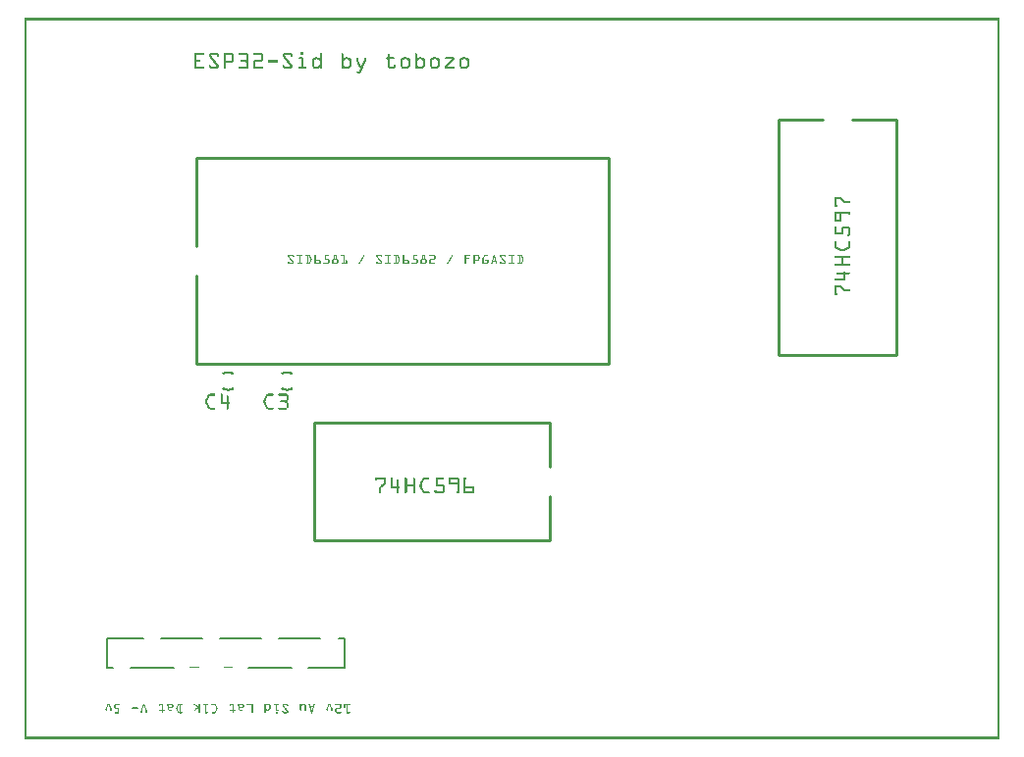
<source format=gto>
G04 MADE WITH FRITZING*
G04 WWW.FRITZING.ORG*
G04 DOUBLE SIDED*
G04 HOLES PLATED*
G04 CONTOUR ON CENTER OF CONTOUR VECTOR*
%ASAXBY*%
%FSLAX23Y23*%
%MOIN*%
%OFA0B0*%
%SFA1.0B1.0*%
%ADD10C,0.010000*%
%ADD11C,0.005000*%
%ADD12R,0.001000X0.001000*%
%LNSILK1*%
G90*
G70*
G54D10*
X584Y1278D02*
X1984Y1278D01*
D02*
X1984Y1278D02*
X1984Y1978D01*
D02*
X1984Y1978D02*
X584Y1978D01*
D02*
X584Y1278D02*
X584Y1578D01*
D02*
X584Y1678D02*
X584Y1978D01*
D02*
X1784Y1078D02*
X984Y1078D01*
D02*
X984Y1078D02*
X984Y678D01*
D02*
X984Y678D02*
X1784Y678D01*
D02*
X1784Y1078D02*
X1784Y928D01*
D02*
X1784Y828D02*
X1784Y678D01*
D02*
X2560Y2107D02*
X2560Y1307D01*
D02*
X2560Y1307D02*
X2960Y1307D01*
D02*
X2960Y1307D02*
X2960Y2107D01*
D02*
X2560Y2107D02*
X2710Y2107D01*
D02*
X2810Y2107D02*
X2960Y2107D01*
G54D11*
D02*
X280Y243D02*
X280Y342D01*
D02*
X1087Y342D02*
X1087Y243D01*
D02*
X300Y243D02*
X280Y243D01*
D02*
X1087Y243D02*
X962Y243D01*
D02*
X1067Y342D02*
X1087Y342D01*
D02*
X280Y342D02*
X405Y342D01*
D02*
X506Y243D02*
X361Y243D01*
D02*
X906Y243D02*
X761Y243D01*
D02*
X465Y342D02*
X602Y342D01*
D02*
X665Y342D02*
X802Y342D01*
D02*
X865Y342D02*
X1002Y342D01*
G54D12*
X0Y2452D02*
X3310Y2452D01*
X0Y2451D02*
X3310Y2451D01*
X0Y2450D02*
X3310Y2450D01*
X0Y2449D02*
X3310Y2449D01*
X0Y2448D02*
X3310Y2448D01*
X0Y2447D02*
X3310Y2447D01*
X0Y2446D02*
X3310Y2446D01*
X0Y2445D02*
X3310Y2445D01*
X0Y2444D02*
X7Y2444D01*
X3303Y2444D02*
X3310Y2444D01*
X0Y2443D02*
X7Y2443D01*
X3303Y2443D02*
X3310Y2443D01*
X0Y2442D02*
X7Y2442D01*
X3303Y2442D02*
X3310Y2442D01*
X0Y2441D02*
X7Y2441D01*
X3303Y2441D02*
X3310Y2441D01*
X0Y2440D02*
X7Y2440D01*
X3303Y2440D02*
X3310Y2440D01*
X0Y2439D02*
X7Y2439D01*
X3303Y2439D02*
X3310Y2439D01*
X0Y2438D02*
X7Y2438D01*
X3303Y2438D02*
X3310Y2438D01*
X0Y2437D02*
X7Y2437D01*
X3303Y2437D02*
X3310Y2437D01*
X0Y2436D02*
X7Y2436D01*
X3303Y2436D02*
X3310Y2436D01*
X0Y2435D02*
X7Y2435D01*
X3303Y2435D02*
X3310Y2435D01*
X0Y2434D02*
X7Y2434D01*
X3303Y2434D02*
X3310Y2434D01*
X0Y2433D02*
X7Y2433D01*
X3303Y2433D02*
X3310Y2433D01*
X0Y2432D02*
X7Y2432D01*
X3303Y2432D02*
X3310Y2432D01*
X0Y2431D02*
X7Y2431D01*
X3303Y2431D02*
X3310Y2431D01*
X0Y2430D02*
X7Y2430D01*
X3303Y2430D02*
X3310Y2430D01*
X0Y2429D02*
X7Y2429D01*
X3303Y2429D02*
X3310Y2429D01*
X0Y2428D02*
X7Y2428D01*
X3303Y2428D02*
X3310Y2428D01*
X0Y2427D02*
X7Y2427D01*
X3303Y2427D02*
X3310Y2427D01*
X0Y2426D02*
X7Y2426D01*
X3303Y2426D02*
X3310Y2426D01*
X0Y2425D02*
X7Y2425D01*
X3303Y2425D02*
X3310Y2425D01*
X0Y2424D02*
X7Y2424D01*
X3303Y2424D02*
X3310Y2424D01*
X0Y2423D02*
X7Y2423D01*
X3303Y2423D02*
X3310Y2423D01*
X0Y2422D02*
X7Y2422D01*
X3303Y2422D02*
X3310Y2422D01*
X0Y2421D02*
X7Y2421D01*
X3303Y2421D02*
X3310Y2421D01*
X0Y2420D02*
X7Y2420D01*
X3303Y2420D02*
X3310Y2420D01*
X0Y2419D02*
X7Y2419D01*
X3303Y2419D02*
X3310Y2419D01*
X0Y2418D02*
X7Y2418D01*
X3303Y2418D02*
X3310Y2418D01*
X0Y2417D02*
X7Y2417D01*
X3303Y2417D02*
X3310Y2417D01*
X0Y2416D02*
X7Y2416D01*
X3303Y2416D02*
X3310Y2416D01*
X0Y2415D02*
X7Y2415D01*
X3303Y2415D02*
X3310Y2415D01*
X0Y2414D02*
X7Y2414D01*
X3303Y2414D02*
X3310Y2414D01*
X0Y2413D02*
X7Y2413D01*
X3303Y2413D02*
X3310Y2413D01*
X0Y2412D02*
X7Y2412D01*
X3303Y2412D02*
X3310Y2412D01*
X0Y2411D02*
X7Y2411D01*
X3303Y2411D02*
X3310Y2411D01*
X0Y2410D02*
X7Y2410D01*
X3303Y2410D02*
X3310Y2410D01*
X0Y2409D02*
X7Y2409D01*
X3303Y2409D02*
X3310Y2409D01*
X0Y2408D02*
X7Y2408D01*
X3303Y2408D02*
X3310Y2408D01*
X0Y2407D02*
X7Y2407D01*
X3303Y2407D02*
X3310Y2407D01*
X0Y2406D02*
X7Y2406D01*
X3303Y2406D02*
X3310Y2406D01*
X0Y2405D02*
X7Y2405D01*
X3303Y2405D02*
X3310Y2405D01*
X0Y2404D02*
X7Y2404D01*
X3303Y2404D02*
X3310Y2404D01*
X0Y2403D02*
X7Y2403D01*
X3303Y2403D02*
X3310Y2403D01*
X0Y2402D02*
X7Y2402D01*
X3303Y2402D02*
X3310Y2402D01*
X0Y2401D02*
X7Y2401D01*
X3303Y2401D02*
X3310Y2401D01*
X0Y2400D02*
X7Y2400D01*
X3303Y2400D02*
X3310Y2400D01*
X0Y2399D02*
X7Y2399D01*
X3303Y2399D02*
X3310Y2399D01*
X0Y2398D02*
X7Y2398D01*
X3303Y2398D02*
X3310Y2398D01*
X0Y2397D02*
X7Y2397D01*
X3303Y2397D02*
X3310Y2397D01*
X0Y2396D02*
X7Y2396D01*
X3303Y2396D02*
X3310Y2396D01*
X0Y2395D02*
X7Y2395D01*
X3303Y2395D02*
X3310Y2395D01*
X0Y2394D02*
X7Y2394D01*
X3303Y2394D02*
X3310Y2394D01*
X0Y2393D02*
X7Y2393D01*
X3303Y2393D02*
X3310Y2393D01*
X0Y2392D02*
X7Y2392D01*
X3303Y2392D02*
X3310Y2392D01*
X0Y2391D02*
X7Y2391D01*
X3303Y2391D02*
X3310Y2391D01*
X0Y2390D02*
X7Y2390D01*
X3303Y2390D02*
X3310Y2390D01*
X0Y2389D02*
X7Y2389D01*
X3303Y2389D02*
X3310Y2389D01*
X0Y2388D02*
X7Y2388D01*
X3303Y2388D02*
X3310Y2388D01*
X0Y2387D02*
X7Y2387D01*
X3303Y2387D02*
X3310Y2387D01*
X0Y2386D02*
X7Y2386D01*
X3303Y2386D02*
X3310Y2386D01*
X0Y2385D02*
X7Y2385D01*
X3303Y2385D02*
X3310Y2385D01*
X0Y2384D02*
X7Y2384D01*
X3303Y2384D02*
X3310Y2384D01*
X0Y2383D02*
X7Y2383D01*
X3303Y2383D02*
X3310Y2383D01*
X0Y2382D02*
X7Y2382D01*
X3303Y2382D02*
X3310Y2382D01*
X0Y2381D02*
X7Y2381D01*
X3303Y2381D02*
X3310Y2381D01*
X0Y2380D02*
X7Y2380D01*
X3303Y2380D02*
X3310Y2380D01*
X0Y2379D02*
X7Y2379D01*
X3303Y2379D02*
X3310Y2379D01*
X0Y2378D02*
X7Y2378D01*
X3303Y2378D02*
X3310Y2378D01*
X0Y2377D02*
X7Y2377D01*
X3303Y2377D02*
X3310Y2377D01*
X0Y2376D02*
X7Y2376D01*
X3303Y2376D02*
X3310Y2376D01*
X0Y2375D02*
X7Y2375D01*
X3303Y2375D02*
X3310Y2375D01*
X0Y2374D02*
X7Y2374D01*
X3303Y2374D02*
X3310Y2374D01*
X0Y2373D02*
X7Y2373D01*
X3303Y2373D02*
X3310Y2373D01*
X0Y2372D02*
X7Y2372D01*
X3303Y2372D02*
X3310Y2372D01*
X0Y2371D02*
X7Y2371D01*
X3303Y2371D02*
X3310Y2371D01*
X0Y2370D02*
X7Y2370D01*
X3303Y2370D02*
X3310Y2370D01*
X0Y2369D02*
X7Y2369D01*
X3303Y2369D02*
X3310Y2369D01*
X0Y2368D02*
X7Y2368D01*
X3303Y2368D02*
X3310Y2368D01*
X0Y2367D02*
X7Y2367D01*
X3303Y2367D02*
X3310Y2367D01*
X0Y2366D02*
X7Y2366D01*
X3303Y2366D02*
X3310Y2366D01*
X0Y2365D02*
X7Y2365D01*
X3303Y2365D02*
X3310Y2365D01*
X0Y2364D02*
X7Y2364D01*
X3303Y2364D02*
X3310Y2364D01*
X0Y2363D02*
X7Y2363D01*
X3303Y2363D02*
X3310Y2363D01*
X0Y2362D02*
X7Y2362D01*
X3303Y2362D02*
X3310Y2362D01*
X0Y2361D02*
X7Y2361D01*
X3303Y2361D02*
X3310Y2361D01*
X0Y2360D02*
X7Y2360D01*
X3303Y2360D02*
X3310Y2360D01*
X0Y2359D02*
X7Y2359D01*
X3303Y2359D02*
X3310Y2359D01*
X0Y2358D02*
X7Y2358D01*
X3303Y2358D02*
X3310Y2358D01*
X0Y2357D02*
X7Y2357D01*
X3303Y2357D02*
X3310Y2357D01*
X0Y2356D02*
X7Y2356D01*
X3303Y2356D02*
X3310Y2356D01*
X0Y2355D02*
X7Y2355D01*
X3303Y2355D02*
X3310Y2355D01*
X0Y2354D02*
X7Y2354D01*
X3303Y2354D02*
X3310Y2354D01*
X0Y2353D02*
X7Y2353D01*
X3303Y2353D02*
X3310Y2353D01*
X0Y2352D02*
X7Y2352D01*
X3303Y2352D02*
X3310Y2352D01*
X0Y2351D02*
X7Y2351D01*
X3303Y2351D02*
X3310Y2351D01*
X0Y2350D02*
X7Y2350D01*
X3303Y2350D02*
X3310Y2350D01*
X0Y2349D02*
X7Y2349D01*
X3303Y2349D02*
X3310Y2349D01*
X0Y2348D02*
X7Y2348D01*
X3303Y2348D02*
X3310Y2348D01*
X0Y2347D02*
X7Y2347D01*
X3303Y2347D02*
X3310Y2347D01*
X0Y2346D02*
X7Y2346D01*
X3303Y2346D02*
X3310Y2346D01*
X0Y2345D02*
X7Y2345D01*
X3303Y2345D02*
X3310Y2345D01*
X0Y2344D02*
X7Y2344D01*
X3303Y2344D02*
X3310Y2344D01*
X0Y2343D02*
X7Y2343D01*
X3303Y2343D02*
X3310Y2343D01*
X0Y2342D02*
X7Y2342D01*
X3303Y2342D02*
X3310Y2342D01*
X0Y2341D02*
X7Y2341D01*
X3303Y2341D02*
X3310Y2341D01*
X0Y2340D02*
X7Y2340D01*
X3303Y2340D02*
X3310Y2340D01*
X0Y2339D02*
X7Y2339D01*
X3303Y2339D02*
X3310Y2339D01*
X0Y2338D02*
X7Y2338D01*
X3303Y2338D02*
X3310Y2338D01*
X0Y2337D02*
X7Y2337D01*
X3303Y2337D02*
X3310Y2337D01*
X0Y2336D02*
X7Y2336D01*
X938Y2336D02*
X944Y2336D01*
X3303Y2336D02*
X3310Y2336D01*
X0Y2335D02*
X7Y2335D01*
X937Y2335D02*
X945Y2335D01*
X3303Y2335D02*
X3310Y2335D01*
X0Y2334D02*
X7Y2334D01*
X936Y2334D02*
X945Y2334D01*
X3303Y2334D02*
X3310Y2334D01*
X0Y2333D02*
X7Y2333D01*
X576Y2333D02*
X608Y2333D01*
X630Y2333D02*
X654Y2333D01*
X676Y2333D02*
X703Y2333D01*
X727Y2333D02*
X755Y2333D01*
X777Y2333D02*
X805Y2333D01*
X880Y2333D02*
X904Y2333D01*
X936Y2333D02*
X946Y2333D01*
X1005Y2333D02*
X1008Y2333D01*
X1077Y2333D02*
X1080Y2333D01*
X1327Y2333D02*
X1330Y2333D01*
X3303Y2333D02*
X3310Y2333D01*
X0Y2332D02*
X7Y2332D01*
X576Y2332D02*
X609Y2332D01*
X629Y2332D02*
X655Y2332D01*
X676Y2332D02*
X705Y2332D01*
X726Y2332D02*
X757Y2332D01*
X776Y2332D02*
X807Y2332D01*
X879Y2332D02*
X905Y2332D01*
X936Y2332D02*
X946Y2332D01*
X1004Y2332D02*
X1009Y2332D01*
X1076Y2332D02*
X1081Y2332D01*
X1326Y2332D02*
X1331Y2332D01*
X3303Y2332D02*
X3310Y2332D01*
X0Y2331D02*
X7Y2331D01*
X576Y2331D02*
X609Y2331D01*
X628Y2331D02*
X657Y2331D01*
X676Y2331D02*
X706Y2331D01*
X726Y2331D02*
X758Y2331D01*
X776Y2331D02*
X808Y2331D01*
X878Y2331D02*
X907Y2331D01*
X936Y2331D02*
X946Y2331D01*
X1004Y2331D02*
X1009Y2331D01*
X1076Y2331D02*
X1082Y2331D01*
X1326Y2331D02*
X1332Y2331D01*
X3303Y2331D02*
X3310Y2331D01*
X0Y2330D02*
X7Y2330D01*
X576Y2330D02*
X609Y2330D01*
X627Y2330D02*
X657Y2330D01*
X676Y2330D02*
X707Y2330D01*
X726Y2330D02*
X759Y2330D01*
X776Y2330D02*
X809Y2330D01*
X877Y2330D02*
X907Y2330D01*
X936Y2330D02*
X946Y2330D01*
X1003Y2330D02*
X1009Y2330D01*
X1076Y2330D02*
X1082Y2330D01*
X1234Y2330D02*
X1237Y2330D01*
X1326Y2330D02*
X1332Y2330D01*
X3303Y2330D02*
X3310Y2330D01*
X0Y2329D02*
X7Y2329D01*
X576Y2329D02*
X609Y2329D01*
X627Y2329D02*
X658Y2329D01*
X676Y2329D02*
X708Y2329D01*
X726Y2329D02*
X759Y2329D01*
X776Y2329D02*
X809Y2329D01*
X877Y2329D02*
X908Y2329D01*
X936Y2329D02*
X945Y2329D01*
X1003Y2329D02*
X1009Y2329D01*
X1076Y2329D02*
X1082Y2329D01*
X1233Y2329D02*
X1238Y2329D01*
X1326Y2329D02*
X1332Y2329D01*
X3303Y2329D02*
X3310Y2329D01*
X0Y2328D02*
X7Y2328D01*
X576Y2328D02*
X609Y2328D01*
X626Y2328D02*
X659Y2328D01*
X676Y2328D02*
X708Y2328D01*
X727Y2328D02*
X759Y2328D01*
X777Y2328D02*
X809Y2328D01*
X876Y2328D02*
X909Y2328D01*
X937Y2328D02*
X945Y2328D01*
X1003Y2328D02*
X1009Y2328D01*
X1076Y2328D02*
X1082Y2328D01*
X1233Y2328D02*
X1239Y2328D01*
X1326Y2328D02*
X1332Y2328D01*
X3303Y2328D02*
X3310Y2328D01*
X0Y2327D02*
X7Y2327D01*
X576Y2327D02*
X607Y2327D01*
X626Y2327D02*
X659Y2327D01*
X676Y2327D02*
X709Y2327D01*
X728Y2327D02*
X759Y2327D01*
X778Y2327D02*
X809Y2327D01*
X876Y2327D02*
X909Y2327D01*
X938Y2327D02*
X943Y2327D01*
X1003Y2327D02*
X1009Y2327D01*
X1076Y2327D02*
X1082Y2327D01*
X1233Y2327D02*
X1239Y2327D01*
X1326Y2327D02*
X1332Y2327D01*
X3303Y2327D02*
X3310Y2327D01*
X0Y2326D02*
X7Y2326D01*
X576Y2326D02*
X582Y2326D01*
X626Y2326D02*
X632Y2326D01*
X653Y2326D02*
X659Y2326D01*
X676Y2326D02*
X682Y2326D01*
X702Y2326D02*
X709Y2326D01*
X753Y2326D02*
X759Y2326D01*
X803Y2326D02*
X809Y2326D01*
X876Y2326D02*
X882Y2326D01*
X903Y2326D02*
X909Y2326D01*
X1003Y2326D02*
X1009Y2326D01*
X1076Y2326D02*
X1082Y2326D01*
X1233Y2326D02*
X1239Y2326D01*
X1326Y2326D02*
X1332Y2326D01*
X3303Y2326D02*
X3310Y2326D01*
X0Y2325D02*
X7Y2325D01*
X576Y2325D02*
X582Y2325D01*
X626Y2325D02*
X632Y2325D01*
X653Y2325D02*
X659Y2325D01*
X676Y2325D02*
X682Y2325D01*
X703Y2325D02*
X709Y2325D01*
X753Y2325D02*
X759Y2325D01*
X803Y2325D02*
X809Y2325D01*
X876Y2325D02*
X882Y2325D01*
X903Y2325D02*
X909Y2325D01*
X1003Y2325D02*
X1009Y2325D01*
X1076Y2325D02*
X1082Y2325D01*
X1233Y2325D02*
X1239Y2325D01*
X1326Y2325D02*
X1332Y2325D01*
X3303Y2325D02*
X3310Y2325D01*
X0Y2324D02*
X7Y2324D01*
X576Y2324D02*
X582Y2324D01*
X626Y2324D02*
X633Y2324D01*
X654Y2324D02*
X659Y2324D01*
X676Y2324D02*
X682Y2324D01*
X703Y2324D02*
X709Y2324D01*
X753Y2324D02*
X759Y2324D01*
X803Y2324D02*
X809Y2324D01*
X876Y2324D02*
X883Y2324D01*
X904Y2324D02*
X909Y2324D01*
X1003Y2324D02*
X1009Y2324D01*
X1076Y2324D02*
X1082Y2324D01*
X1233Y2324D02*
X1239Y2324D01*
X1326Y2324D02*
X1332Y2324D01*
X3303Y2324D02*
X3310Y2324D01*
X0Y2323D02*
X7Y2323D01*
X576Y2323D02*
X582Y2323D01*
X626Y2323D02*
X634Y2323D01*
X654Y2323D02*
X659Y2323D01*
X676Y2323D02*
X682Y2323D01*
X703Y2323D02*
X709Y2323D01*
X753Y2323D02*
X759Y2323D01*
X803Y2323D02*
X809Y2323D01*
X876Y2323D02*
X884Y2323D01*
X904Y2323D02*
X909Y2323D01*
X1003Y2323D02*
X1009Y2323D01*
X1076Y2323D02*
X1082Y2323D01*
X1233Y2323D02*
X1239Y2323D01*
X1326Y2323D02*
X1332Y2323D01*
X3303Y2323D02*
X3310Y2323D01*
X0Y2322D02*
X7Y2322D01*
X576Y2322D02*
X582Y2322D01*
X627Y2322D02*
X635Y2322D01*
X654Y2322D02*
X658Y2322D01*
X676Y2322D02*
X682Y2322D01*
X703Y2322D02*
X709Y2322D01*
X753Y2322D02*
X759Y2322D01*
X803Y2322D02*
X809Y2322D01*
X877Y2322D02*
X885Y2322D01*
X904Y2322D02*
X908Y2322D01*
X1003Y2322D02*
X1009Y2322D01*
X1076Y2322D02*
X1082Y2322D01*
X1233Y2322D02*
X1239Y2322D01*
X1326Y2322D02*
X1332Y2322D01*
X3303Y2322D02*
X3310Y2322D01*
X0Y2321D02*
X7Y2321D01*
X576Y2321D02*
X582Y2321D01*
X628Y2321D02*
X635Y2321D01*
X656Y2321D02*
X657Y2321D01*
X676Y2321D02*
X682Y2321D01*
X703Y2321D02*
X709Y2321D01*
X753Y2321D02*
X759Y2321D01*
X803Y2321D02*
X809Y2321D01*
X877Y2321D02*
X885Y2321D01*
X906Y2321D02*
X907Y2321D01*
X1003Y2321D02*
X1009Y2321D01*
X1076Y2321D02*
X1082Y2321D01*
X1233Y2321D02*
X1239Y2321D01*
X1326Y2321D02*
X1332Y2321D01*
X3303Y2321D02*
X3310Y2321D01*
X0Y2320D02*
X7Y2320D01*
X576Y2320D02*
X582Y2320D01*
X628Y2320D02*
X636Y2320D01*
X676Y2320D02*
X682Y2320D01*
X703Y2320D02*
X709Y2320D01*
X753Y2320D02*
X759Y2320D01*
X803Y2320D02*
X809Y2320D01*
X878Y2320D02*
X886Y2320D01*
X1003Y2320D02*
X1009Y2320D01*
X1076Y2320D02*
X1082Y2320D01*
X1233Y2320D02*
X1239Y2320D01*
X1326Y2320D02*
X1332Y2320D01*
X3303Y2320D02*
X3310Y2320D01*
X0Y2319D02*
X7Y2319D01*
X576Y2319D02*
X582Y2319D01*
X629Y2319D02*
X637Y2319D01*
X676Y2319D02*
X682Y2319D01*
X703Y2319D02*
X709Y2319D01*
X753Y2319D02*
X759Y2319D01*
X803Y2319D02*
X809Y2319D01*
X879Y2319D02*
X887Y2319D01*
X933Y2319D02*
X942Y2319D01*
X988Y2319D02*
X993Y2319D01*
X1003Y2319D02*
X1009Y2319D01*
X1076Y2319D02*
X1082Y2319D01*
X1092Y2319D02*
X1097Y2319D01*
X1229Y2319D02*
X1253Y2319D01*
X1288Y2319D02*
X1297Y2319D01*
X1326Y2319D02*
X1332Y2319D01*
X1342Y2319D02*
X1347Y2319D01*
X1388Y2319D02*
X1397Y2319D01*
X1431Y2319D02*
X1456Y2319D01*
X1488Y2319D02*
X1497Y2319D01*
X3303Y2319D02*
X3310Y2319D01*
X0Y2318D02*
X7Y2318D01*
X576Y2318D02*
X582Y2318D01*
X630Y2318D02*
X638Y2318D01*
X676Y2318D02*
X682Y2318D01*
X703Y2318D02*
X709Y2318D01*
X753Y2318D02*
X759Y2318D01*
X803Y2318D02*
X809Y2318D01*
X880Y2318D02*
X888Y2318D01*
X930Y2318D02*
X944Y2318D01*
X984Y2318D02*
X997Y2318D01*
X1003Y2318D02*
X1009Y2318D01*
X1076Y2318D02*
X1082Y2318D01*
X1088Y2318D02*
X1101Y2318D01*
X1127Y2318D02*
X1131Y2318D01*
X1154Y2318D02*
X1158Y2318D01*
X1227Y2318D02*
X1255Y2318D01*
X1284Y2318D02*
X1301Y2318D01*
X1326Y2318D02*
X1332Y2318D01*
X1338Y2318D02*
X1351Y2318D01*
X1384Y2318D02*
X1401Y2318D01*
X1429Y2318D02*
X1458Y2318D01*
X1484Y2318D02*
X1501Y2318D01*
X3303Y2318D02*
X3310Y2318D01*
X0Y2317D02*
X7Y2317D01*
X576Y2317D02*
X582Y2317D01*
X631Y2317D02*
X639Y2317D01*
X676Y2317D02*
X682Y2317D01*
X703Y2317D02*
X709Y2317D01*
X753Y2317D02*
X759Y2317D01*
X803Y2317D02*
X809Y2317D01*
X881Y2317D02*
X889Y2317D01*
X930Y2317D02*
X945Y2317D01*
X983Y2317D02*
X999Y2317D01*
X1003Y2317D02*
X1009Y2317D01*
X1076Y2317D02*
X1082Y2317D01*
X1086Y2317D02*
X1103Y2317D01*
X1126Y2317D02*
X1131Y2317D01*
X1154Y2317D02*
X1159Y2317D01*
X1226Y2317D02*
X1255Y2317D01*
X1283Y2317D02*
X1303Y2317D01*
X1326Y2317D02*
X1332Y2317D01*
X1336Y2317D02*
X1353Y2317D01*
X1383Y2317D02*
X1403Y2317D01*
X1428Y2317D02*
X1459Y2317D01*
X1483Y2317D02*
X1503Y2317D01*
X3303Y2317D02*
X3310Y2317D01*
X0Y2316D02*
X7Y2316D01*
X576Y2316D02*
X582Y2316D01*
X631Y2316D02*
X639Y2316D01*
X676Y2316D02*
X682Y2316D01*
X703Y2316D02*
X709Y2316D01*
X753Y2316D02*
X759Y2316D01*
X803Y2316D02*
X809Y2316D01*
X881Y2316D02*
X889Y2316D01*
X929Y2316D02*
X946Y2316D01*
X981Y2316D02*
X1000Y2316D01*
X1003Y2316D02*
X1009Y2316D01*
X1076Y2316D02*
X1082Y2316D01*
X1085Y2316D02*
X1104Y2316D01*
X1126Y2316D02*
X1132Y2316D01*
X1153Y2316D02*
X1159Y2316D01*
X1226Y2316D02*
X1256Y2316D01*
X1281Y2316D02*
X1304Y2316D01*
X1326Y2316D02*
X1332Y2316D01*
X1335Y2316D02*
X1354Y2316D01*
X1381Y2316D02*
X1404Y2316D01*
X1428Y2316D02*
X1459Y2316D01*
X1481Y2316D02*
X1504Y2316D01*
X3303Y2316D02*
X3310Y2316D01*
X0Y2315D02*
X7Y2315D01*
X576Y2315D02*
X582Y2315D01*
X632Y2315D02*
X640Y2315D01*
X676Y2315D02*
X682Y2315D01*
X703Y2315D02*
X709Y2315D01*
X753Y2315D02*
X759Y2315D01*
X803Y2315D02*
X809Y2315D01*
X882Y2315D02*
X890Y2315D01*
X929Y2315D02*
X946Y2315D01*
X980Y2315D02*
X1009Y2315D01*
X1076Y2315D02*
X1105Y2315D01*
X1126Y2315D02*
X1132Y2315D01*
X1153Y2315D02*
X1159Y2315D01*
X1226Y2315D02*
X1256Y2315D01*
X1280Y2315D02*
X1305Y2315D01*
X1326Y2315D02*
X1355Y2315D01*
X1380Y2315D02*
X1405Y2315D01*
X1428Y2315D02*
X1459Y2315D01*
X1480Y2315D02*
X1505Y2315D01*
X3303Y2315D02*
X3310Y2315D01*
X0Y2314D02*
X7Y2314D01*
X576Y2314D02*
X582Y2314D01*
X633Y2314D02*
X641Y2314D01*
X676Y2314D02*
X682Y2314D01*
X703Y2314D02*
X709Y2314D01*
X753Y2314D02*
X759Y2314D01*
X803Y2314D02*
X809Y2314D01*
X883Y2314D02*
X891Y2314D01*
X930Y2314D02*
X946Y2314D01*
X979Y2314D02*
X1009Y2314D01*
X1076Y2314D02*
X1106Y2314D01*
X1126Y2314D02*
X1132Y2314D01*
X1153Y2314D02*
X1159Y2314D01*
X1226Y2314D02*
X1256Y2314D01*
X1279Y2314D02*
X1306Y2314D01*
X1326Y2314D02*
X1356Y2314D01*
X1379Y2314D02*
X1406Y2314D01*
X1428Y2314D02*
X1459Y2314D01*
X1479Y2314D02*
X1506Y2314D01*
X3303Y2314D02*
X3310Y2314D01*
X0Y2313D02*
X7Y2313D01*
X576Y2313D02*
X582Y2313D01*
X634Y2313D02*
X642Y2313D01*
X676Y2313D02*
X682Y2313D01*
X703Y2313D02*
X709Y2313D01*
X753Y2313D02*
X759Y2313D01*
X803Y2313D02*
X809Y2313D01*
X884Y2313D02*
X892Y2313D01*
X930Y2313D02*
X946Y2313D01*
X978Y2313D02*
X1009Y2313D01*
X1076Y2313D02*
X1107Y2313D01*
X1126Y2313D02*
X1132Y2313D01*
X1153Y2313D02*
X1159Y2313D01*
X1227Y2313D02*
X1255Y2313D01*
X1278Y2313D02*
X1307Y2313D01*
X1326Y2313D02*
X1357Y2313D01*
X1378Y2313D02*
X1407Y2313D01*
X1429Y2313D02*
X1459Y2313D01*
X1478Y2313D02*
X1507Y2313D01*
X3303Y2313D02*
X3310Y2313D01*
X0Y2312D02*
X7Y2312D01*
X576Y2312D02*
X582Y2312D01*
X634Y2312D02*
X642Y2312D01*
X676Y2312D02*
X682Y2312D01*
X703Y2312D02*
X709Y2312D01*
X753Y2312D02*
X759Y2312D01*
X803Y2312D02*
X809Y2312D01*
X884Y2312D02*
X892Y2312D01*
X939Y2312D02*
X946Y2312D01*
X977Y2312D02*
X988Y2312D01*
X994Y2312D02*
X1009Y2312D01*
X1076Y2312D02*
X1091Y2312D01*
X1097Y2312D02*
X1108Y2312D01*
X1126Y2312D02*
X1132Y2312D01*
X1153Y2312D02*
X1159Y2312D01*
X1232Y2312D02*
X1239Y2312D01*
X1278Y2312D02*
X1288Y2312D01*
X1297Y2312D02*
X1308Y2312D01*
X1326Y2312D02*
X1341Y2312D01*
X1347Y2312D02*
X1358Y2312D01*
X1378Y2312D02*
X1388Y2312D01*
X1397Y2312D02*
X1408Y2312D01*
X1450Y2312D02*
X1459Y2312D01*
X1478Y2312D02*
X1488Y2312D01*
X1497Y2312D02*
X1508Y2312D01*
X3303Y2312D02*
X3310Y2312D01*
X0Y2311D02*
X7Y2311D01*
X576Y2311D02*
X582Y2311D01*
X635Y2311D02*
X643Y2311D01*
X676Y2311D02*
X682Y2311D01*
X703Y2311D02*
X709Y2311D01*
X752Y2311D02*
X759Y2311D01*
X803Y2311D02*
X809Y2311D01*
X885Y2311D02*
X893Y2311D01*
X940Y2311D02*
X946Y2311D01*
X977Y2311D02*
X985Y2311D01*
X996Y2311D02*
X1009Y2311D01*
X1076Y2311D02*
X1089Y2311D01*
X1100Y2311D02*
X1108Y2311D01*
X1126Y2311D02*
X1132Y2311D01*
X1153Y2311D02*
X1159Y2311D01*
X1233Y2311D02*
X1239Y2311D01*
X1277Y2311D02*
X1285Y2311D01*
X1300Y2311D02*
X1308Y2311D01*
X1326Y2311D02*
X1339Y2311D01*
X1350Y2311D02*
X1358Y2311D01*
X1377Y2311D02*
X1385Y2311D01*
X1400Y2311D02*
X1408Y2311D01*
X1450Y2311D02*
X1459Y2311D01*
X1477Y2311D02*
X1485Y2311D01*
X1500Y2311D02*
X1508Y2311D01*
X3303Y2311D02*
X3310Y2311D01*
X0Y2310D02*
X7Y2310D01*
X576Y2310D02*
X593Y2310D01*
X636Y2310D02*
X644Y2310D01*
X676Y2310D02*
X682Y2310D01*
X703Y2310D02*
X709Y2310D01*
X735Y2310D02*
X759Y2310D01*
X782Y2310D02*
X809Y2310D01*
X828Y2310D02*
X857Y2310D01*
X886Y2310D02*
X894Y2310D01*
X940Y2310D02*
X946Y2310D01*
X976Y2310D02*
X984Y2310D01*
X998Y2310D02*
X1009Y2310D01*
X1076Y2310D02*
X1088Y2310D01*
X1101Y2310D02*
X1109Y2310D01*
X1126Y2310D02*
X1132Y2310D01*
X1153Y2310D02*
X1159Y2310D01*
X1233Y2310D02*
X1239Y2310D01*
X1277Y2310D02*
X1284Y2310D01*
X1301Y2310D02*
X1309Y2310D01*
X1326Y2310D02*
X1338Y2310D01*
X1351Y2310D02*
X1359Y2310D01*
X1377Y2310D02*
X1384Y2310D01*
X1401Y2310D02*
X1409Y2310D01*
X1449Y2310D02*
X1458Y2310D01*
X1477Y2310D02*
X1484Y2310D01*
X1501Y2310D02*
X1509Y2310D01*
X3303Y2310D02*
X3310Y2310D01*
X0Y2309D02*
X7Y2309D01*
X576Y2309D02*
X595Y2309D01*
X637Y2309D02*
X645Y2309D01*
X676Y2309D02*
X682Y2309D01*
X703Y2309D02*
X709Y2309D01*
X734Y2309D02*
X758Y2309D01*
X779Y2309D02*
X809Y2309D01*
X827Y2309D02*
X859Y2309D01*
X887Y2309D02*
X895Y2309D01*
X940Y2309D02*
X946Y2309D01*
X976Y2309D02*
X983Y2309D01*
X999Y2309D02*
X1009Y2309D01*
X1076Y2309D02*
X1086Y2309D01*
X1102Y2309D02*
X1109Y2309D01*
X1126Y2309D02*
X1132Y2309D01*
X1153Y2309D02*
X1159Y2309D01*
X1233Y2309D02*
X1239Y2309D01*
X1276Y2309D02*
X1283Y2309D01*
X1302Y2309D02*
X1309Y2309D01*
X1326Y2309D02*
X1336Y2309D01*
X1352Y2309D02*
X1359Y2309D01*
X1376Y2309D02*
X1383Y2309D01*
X1402Y2309D02*
X1409Y2309D01*
X1448Y2309D02*
X1457Y2309D01*
X1476Y2309D02*
X1483Y2309D01*
X1502Y2309D02*
X1509Y2309D01*
X3303Y2309D02*
X3310Y2309D01*
X0Y2308D02*
X7Y2308D01*
X576Y2308D02*
X595Y2308D01*
X638Y2308D02*
X646Y2308D01*
X676Y2308D02*
X682Y2308D01*
X702Y2308D02*
X709Y2308D01*
X733Y2308D02*
X758Y2308D01*
X778Y2308D02*
X809Y2308D01*
X826Y2308D02*
X859Y2308D01*
X888Y2308D02*
X896Y2308D01*
X940Y2308D02*
X946Y2308D01*
X976Y2308D02*
X982Y2308D01*
X1000Y2308D02*
X1009Y2308D01*
X1076Y2308D02*
X1085Y2308D01*
X1103Y2308D02*
X1109Y2308D01*
X1126Y2308D02*
X1133Y2308D01*
X1152Y2308D02*
X1159Y2308D01*
X1233Y2308D02*
X1239Y2308D01*
X1276Y2308D02*
X1282Y2308D01*
X1303Y2308D02*
X1309Y2308D01*
X1326Y2308D02*
X1335Y2308D01*
X1353Y2308D02*
X1359Y2308D01*
X1376Y2308D02*
X1382Y2308D01*
X1403Y2308D02*
X1409Y2308D01*
X1447Y2308D02*
X1456Y2308D01*
X1476Y2308D02*
X1482Y2308D01*
X1503Y2308D02*
X1509Y2308D01*
X3303Y2308D02*
X3310Y2308D01*
X0Y2307D02*
X7Y2307D01*
X576Y2307D02*
X596Y2307D01*
X638Y2307D02*
X646Y2307D01*
X676Y2307D02*
X709Y2307D01*
X733Y2307D02*
X757Y2307D01*
X777Y2307D02*
X809Y2307D01*
X826Y2307D02*
X859Y2307D01*
X888Y2307D02*
X896Y2307D01*
X940Y2307D02*
X946Y2307D01*
X976Y2307D02*
X982Y2307D01*
X1001Y2307D02*
X1009Y2307D01*
X1076Y2307D02*
X1084Y2307D01*
X1103Y2307D02*
X1109Y2307D01*
X1127Y2307D02*
X1133Y2307D01*
X1152Y2307D02*
X1159Y2307D01*
X1233Y2307D02*
X1239Y2307D01*
X1276Y2307D02*
X1282Y2307D01*
X1303Y2307D02*
X1309Y2307D01*
X1326Y2307D02*
X1334Y2307D01*
X1353Y2307D02*
X1359Y2307D01*
X1376Y2307D02*
X1382Y2307D01*
X1403Y2307D02*
X1409Y2307D01*
X1446Y2307D02*
X1455Y2307D01*
X1476Y2307D02*
X1482Y2307D01*
X1503Y2307D02*
X1509Y2307D01*
X3303Y2307D02*
X3310Y2307D01*
X0Y2306D02*
X7Y2306D01*
X576Y2306D02*
X596Y2306D01*
X639Y2306D02*
X647Y2306D01*
X676Y2306D02*
X708Y2306D01*
X733Y2306D02*
X757Y2306D01*
X777Y2306D02*
X808Y2306D01*
X826Y2306D02*
X859Y2306D01*
X889Y2306D02*
X897Y2306D01*
X940Y2306D02*
X946Y2306D01*
X976Y2306D02*
X982Y2306D01*
X1002Y2306D02*
X1009Y2306D01*
X1076Y2306D02*
X1083Y2306D01*
X1103Y2306D02*
X1109Y2306D01*
X1127Y2306D02*
X1134Y2306D01*
X1151Y2306D02*
X1158Y2306D01*
X1233Y2306D02*
X1239Y2306D01*
X1276Y2306D02*
X1282Y2306D01*
X1303Y2306D02*
X1309Y2306D01*
X1326Y2306D02*
X1333Y2306D01*
X1353Y2306D02*
X1359Y2306D01*
X1376Y2306D02*
X1382Y2306D01*
X1403Y2306D02*
X1409Y2306D01*
X1445Y2306D02*
X1454Y2306D01*
X1476Y2306D02*
X1482Y2306D01*
X1503Y2306D02*
X1509Y2306D01*
X3303Y2306D02*
X3310Y2306D01*
X0Y2305D02*
X7Y2305D01*
X576Y2305D02*
X595Y2305D01*
X640Y2305D02*
X648Y2305D01*
X676Y2305D02*
X708Y2305D01*
X733Y2305D02*
X758Y2305D01*
X776Y2305D02*
X807Y2305D01*
X826Y2305D02*
X859Y2305D01*
X890Y2305D02*
X898Y2305D01*
X940Y2305D02*
X946Y2305D01*
X976Y2305D02*
X982Y2305D01*
X1003Y2305D02*
X1009Y2305D01*
X1076Y2305D02*
X1082Y2305D01*
X1103Y2305D02*
X1109Y2305D01*
X1128Y2305D02*
X1134Y2305D01*
X1151Y2305D02*
X1158Y2305D01*
X1233Y2305D02*
X1239Y2305D01*
X1276Y2305D02*
X1282Y2305D01*
X1303Y2305D02*
X1309Y2305D01*
X1326Y2305D02*
X1332Y2305D01*
X1353Y2305D02*
X1359Y2305D01*
X1376Y2305D02*
X1382Y2305D01*
X1403Y2305D02*
X1409Y2305D01*
X1444Y2305D02*
X1453Y2305D01*
X1476Y2305D02*
X1482Y2305D01*
X1503Y2305D02*
X1509Y2305D01*
X3303Y2305D02*
X3310Y2305D01*
X0Y2304D02*
X7Y2304D01*
X576Y2304D02*
X594Y2304D01*
X641Y2304D02*
X649Y2304D01*
X676Y2304D02*
X707Y2304D01*
X734Y2304D02*
X758Y2304D01*
X776Y2304D02*
X806Y2304D01*
X826Y2304D02*
X859Y2304D01*
X891Y2304D02*
X899Y2304D01*
X940Y2304D02*
X946Y2304D01*
X976Y2304D02*
X982Y2304D01*
X1003Y2304D02*
X1009Y2304D01*
X1076Y2304D02*
X1082Y2304D01*
X1103Y2304D02*
X1109Y2304D01*
X1128Y2304D02*
X1135Y2304D01*
X1151Y2304D02*
X1157Y2304D01*
X1233Y2304D02*
X1239Y2304D01*
X1276Y2304D02*
X1282Y2304D01*
X1303Y2304D02*
X1309Y2304D01*
X1326Y2304D02*
X1332Y2304D01*
X1353Y2304D02*
X1359Y2304D01*
X1376Y2304D02*
X1382Y2304D01*
X1403Y2304D02*
X1409Y2304D01*
X1443Y2304D02*
X1452Y2304D01*
X1476Y2304D02*
X1482Y2304D01*
X1503Y2304D02*
X1509Y2304D01*
X3303Y2304D02*
X3310Y2304D01*
X0Y2303D02*
X7Y2303D01*
X576Y2303D02*
X582Y2303D01*
X641Y2303D02*
X649Y2303D01*
X676Y2303D02*
X706Y2303D01*
X751Y2303D02*
X759Y2303D01*
X776Y2303D02*
X782Y2303D01*
X826Y2303D02*
X859Y2303D01*
X891Y2303D02*
X899Y2303D01*
X940Y2303D02*
X946Y2303D01*
X976Y2303D02*
X982Y2303D01*
X1003Y2303D02*
X1009Y2303D01*
X1076Y2303D02*
X1082Y2303D01*
X1103Y2303D02*
X1109Y2303D01*
X1128Y2303D02*
X1135Y2303D01*
X1150Y2303D02*
X1157Y2303D01*
X1233Y2303D02*
X1239Y2303D01*
X1276Y2303D02*
X1282Y2303D01*
X1303Y2303D02*
X1309Y2303D01*
X1326Y2303D02*
X1332Y2303D01*
X1353Y2303D02*
X1359Y2303D01*
X1376Y2303D02*
X1382Y2303D01*
X1403Y2303D02*
X1409Y2303D01*
X1442Y2303D02*
X1451Y2303D01*
X1476Y2303D02*
X1482Y2303D01*
X1503Y2303D02*
X1509Y2303D01*
X3303Y2303D02*
X3310Y2303D01*
X0Y2302D02*
X7Y2302D01*
X576Y2302D02*
X582Y2302D01*
X642Y2302D02*
X650Y2302D01*
X676Y2302D02*
X705Y2302D01*
X752Y2302D02*
X759Y2302D01*
X776Y2302D02*
X782Y2302D01*
X826Y2302D02*
X859Y2302D01*
X892Y2302D02*
X900Y2302D01*
X940Y2302D02*
X946Y2302D01*
X976Y2302D02*
X982Y2302D01*
X1003Y2302D02*
X1009Y2302D01*
X1076Y2302D02*
X1082Y2302D01*
X1103Y2302D02*
X1109Y2302D01*
X1129Y2302D02*
X1136Y2302D01*
X1150Y2302D02*
X1156Y2302D01*
X1233Y2302D02*
X1239Y2302D01*
X1276Y2302D02*
X1282Y2302D01*
X1303Y2302D02*
X1309Y2302D01*
X1326Y2302D02*
X1332Y2302D01*
X1353Y2302D02*
X1359Y2302D01*
X1376Y2302D02*
X1382Y2302D01*
X1403Y2302D02*
X1409Y2302D01*
X1441Y2302D02*
X1450Y2302D01*
X1476Y2302D02*
X1482Y2302D01*
X1503Y2302D02*
X1509Y2302D01*
X3303Y2302D02*
X3310Y2302D01*
X0Y2301D02*
X7Y2301D01*
X576Y2301D02*
X582Y2301D01*
X643Y2301D02*
X651Y2301D01*
X676Y2301D02*
X703Y2301D01*
X753Y2301D02*
X759Y2301D01*
X776Y2301D02*
X782Y2301D01*
X827Y2301D02*
X858Y2301D01*
X893Y2301D02*
X901Y2301D01*
X940Y2301D02*
X946Y2301D01*
X976Y2301D02*
X982Y2301D01*
X1003Y2301D02*
X1009Y2301D01*
X1076Y2301D02*
X1082Y2301D01*
X1103Y2301D02*
X1109Y2301D01*
X1129Y2301D02*
X1136Y2301D01*
X1149Y2301D02*
X1156Y2301D01*
X1233Y2301D02*
X1239Y2301D01*
X1276Y2301D02*
X1282Y2301D01*
X1303Y2301D02*
X1309Y2301D01*
X1326Y2301D02*
X1332Y2301D01*
X1353Y2301D02*
X1359Y2301D01*
X1376Y2301D02*
X1382Y2301D01*
X1403Y2301D02*
X1409Y2301D01*
X1440Y2301D02*
X1449Y2301D01*
X1476Y2301D02*
X1482Y2301D01*
X1503Y2301D02*
X1509Y2301D01*
X3303Y2301D02*
X3310Y2301D01*
X0Y2300D02*
X7Y2300D01*
X576Y2300D02*
X582Y2300D01*
X644Y2300D02*
X652Y2300D01*
X676Y2300D02*
X682Y2300D01*
X753Y2300D02*
X759Y2300D01*
X776Y2300D02*
X782Y2300D01*
X894Y2300D02*
X902Y2300D01*
X940Y2300D02*
X946Y2300D01*
X976Y2300D02*
X982Y2300D01*
X1003Y2300D02*
X1009Y2300D01*
X1076Y2300D02*
X1082Y2300D01*
X1103Y2300D02*
X1109Y2300D01*
X1130Y2300D02*
X1136Y2300D01*
X1149Y2300D02*
X1156Y2300D01*
X1233Y2300D02*
X1239Y2300D01*
X1276Y2300D02*
X1282Y2300D01*
X1303Y2300D02*
X1309Y2300D01*
X1326Y2300D02*
X1332Y2300D01*
X1353Y2300D02*
X1359Y2300D01*
X1376Y2300D02*
X1382Y2300D01*
X1403Y2300D02*
X1409Y2300D01*
X1439Y2300D02*
X1448Y2300D01*
X1476Y2300D02*
X1482Y2300D01*
X1503Y2300D02*
X1509Y2300D01*
X3303Y2300D02*
X3310Y2300D01*
X0Y2299D02*
X7Y2299D01*
X576Y2299D02*
X582Y2299D01*
X645Y2299D02*
X653Y2299D01*
X676Y2299D02*
X682Y2299D01*
X753Y2299D02*
X759Y2299D01*
X776Y2299D02*
X782Y2299D01*
X895Y2299D02*
X903Y2299D01*
X940Y2299D02*
X946Y2299D01*
X976Y2299D02*
X982Y2299D01*
X1003Y2299D02*
X1009Y2299D01*
X1076Y2299D02*
X1082Y2299D01*
X1103Y2299D02*
X1109Y2299D01*
X1130Y2299D02*
X1137Y2299D01*
X1148Y2299D02*
X1155Y2299D01*
X1233Y2299D02*
X1239Y2299D01*
X1276Y2299D02*
X1282Y2299D01*
X1303Y2299D02*
X1309Y2299D01*
X1326Y2299D02*
X1332Y2299D01*
X1353Y2299D02*
X1359Y2299D01*
X1376Y2299D02*
X1382Y2299D01*
X1403Y2299D02*
X1409Y2299D01*
X1438Y2299D02*
X1447Y2299D01*
X1476Y2299D02*
X1482Y2299D01*
X1503Y2299D02*
X1509Y2299D01*
X3303Y2299D02*
X3310Y2299D01*
X0Y2298D02*
X7Y2298D01*
X576Y2298D02*
X582Y2298D01*
X645Y2298D02*
X653Y2298D01*
X676Y2298D02*
X682Y2298D01*
X753Y2298D02*
X759Y2298D01*
X776Y2298D02*
X782Y2298D01*
X895Y2298D02*
X903Y2298D01*
X940Y2298D02*
X946Y2298D01*
X976Y2298D02*
X982Y2298D01*
X1003Y2298D02*
X1009Y2298D01*
X1076Y2298D02*
X1082Y2298D01*
X1103Y2298D02*
X1109Y2298D01*
X1131Y2298D02*
X1137Y2298D01*
X1148Y2298D02*
X1155Y2298D01*
X1233Y2298D02*
X1239Y2298D01*
X1276Y2298D02*
X1282Y2298D01*
X1303Y2298D02*
X1309Y2298D01*
X1326Y2298D02*
X1332Y2298D01*
X1353Y2298D02*
X1359Y2298D01*
X1376Y2298D02*
X1382Y2298D01*
X1403Y2298D02*
X1409Y2298D01*
X1437Y2298D02*
X1446Y2298D01*
X1476Y2298D02*
X1482Y2298D01*
X1503Y2298D02*
X1509Y2298D01*
X3303Y2298D02*
X3310Y2298D01*
X0Y2297D02*
X7Y2297D01*
X576Y2297D02*
X582Y2297D01*
X646Y2297D02*
X654Y2297D01*
X676Y2297D02*
X682Y2297D01*
X753Y2297D02*
X759Y2297D01*
X776Y2297D02*
X782Y2297D01*
X896Y2297D02*
X904Y2297D01*
X940Y2297D02*
X946Y2297D01*
X976Y2297D02*
X982Y2297D01*
X1003Y2297D02*
X1009Y2297D01*
X1076Y2297D02*
X1082Y2297D01*
X1103Y2297D02*
X1109Y2297D01*
X1131Y2297D02*
X1138Y2297D01*
X1147Y2297D02*
X1154Y2297D01*
X1233Y2297D02*
X1239Y2297D01*
X1276Y2297D02*
X1282Y2297D01*
X1303Y2297D02*
X1309Y2297D01*
X1326Y2297D02*
X1332Y2297D01*
X1353Y2297D02*
X1359Y2297D01*
X1376Y2297D02*
X1382Y2297D01*
X1403Y2297D02*
X1409Y2297D01*
X1436Y2297D02*
X1445Y2297D01*
X1476Y2297D02*
X1482Y2297D01*
X1503Y2297D02*
X1509Y2297D01*
X3303Y2297D02*
X3310Y2297D01*
X0Y2296D02*
X7Y2296D01*
X576Y2296D02*
X582Y2296D01*
X647Y2296D02*
X655Y2296D01*
X676Y2296D02*
X682Y2296D01*
X753Y2296D02*
X759Y2296D01*
X776Y2296D02*
X782Y2296D01*
X897Y2296D02*
X905Y2296D01*
X940Y2296D02*
X946Y2296D01*
X976Y2296D02*
X982Y2296D01*
X1003Y2296D02*
X1009Y2296D01*
X1076Y2296D02*
X1082Y2296D01*
X1103Y2296D02*
X1109Y2296D01*
X1131Y2296D02*
X1138Y2296D01*
X1147Y2296D02*
X1154Y2296D01*
X1233Y2296D02*
X1239Y2296D01*
X1276Y2296D02*
X1282Y2296D01*
X1303Y2296D02*
X1309Y2296D01*
X1326Y2296D02*
X1332Y2296D01*
X1353Y2296D02*
X1359Y2296D01*
X1376Y2296D02*
X1382Y2296D01*
X1403Y2296D02*
X1409Y2296D01*
X1435Y2296D02*
X1444Y2296D01*
X1476Y2296D02*
X1482Y2296D01*
X1503Y2296D02*
X1509Y2296D01*
X3303Y2296D02*
X3310Y2296D01*
X0Y2295D02*
X7Y2295D01*
X576Y2295D02*
X582Y2295D01*
X648Y2295D02*
X656Y2295D01*
X676Y2295D02*
X682Y2295D01*
X753Y2295D02*
X759Y2295D01*
X776Y2295D02*
X782Y2295D01*
X898Y2295D02*
X906Y2295D01*
X940Y2295D02*
X946Y2295D01*
X976Y2295D02*
X982Y2295D01*
X1003Y2295D02*
X1009Y2295D01*
X1076Y2295D02*
X1082Y2295D01*
X1103Y2295D02*
X1109Y2295D01*
X1132Y2295D02*
X1139Y2295D01*
X1147Y2295D02*
X1153Y2295D01*
X1233Y2295D02*
X1239Y2295D01*
X1276Y2295D02*
X1282Y2295D01*
X1303Y2295D02*
X1309Y2295D01*
X1326Y2295D02*
X1332Y2295D01*
X1353Y2295D02*
X1359Y2295D01*
X1376Y2295D02*
X1382Y2295D01*
X1403Y2295D02*
X1409Y2295D01*
X1434Y2295D02*
X1443Y2295D01*
X1476Y2295D02*
X1482Y2295D01*
X1503Y2295D02*
X1509Y2295D01*
X3303Y2295D02*
X3310Y2295D01*
X0Y2294D02*
X7Y2294D01*
X576Y2294D02*
X582Y2294D01*
X648Y2294D02*
X656Y2294D01*
X676Y2294D02*
X682Y2294D01*
X753Y2294D02*
X759Y2294D01*
X776Y2294D02*
X782Y2294D01*
X898Y2294D02*
X906Y2294D01*
X940Y2294D02*
X946Y2294D01*
X976Y2294D02*
X982Y2294D01*
X1003Y2294D02*
X1009Y2294D01*
X1076Y2294D02*
X1082Y2294D01*
X1103Y2294D02*
X1109Y2294D01*
X1132Y2294D02*
X1139Y2294D01*
X1146Y2294D02*
X1153Y2294D01*
X1233Y2294D02*
X1239Y2294D01*
X1276Y2294D02*
X1282Y2294D01*
X1303Y2294D02*
X1309Y2294D01*
X1326Y2294D02*
X1332Y2294D01*
X1353Y2294D02*
X1359Y2294D01*
X1376Y2294D02*
X1382Y2294D01*
X1403Y2294D02*
X1409Y2294D01*
X1433Y2294D02*
X1442Y2294D01*
X1476Y2294D02*
X1482Y2294D01*
X1503Y2294D02*
X1509Y2294D01*
X3303Y2294D02*
X3310Y2294D01*
X0Y2293D02*
X7Y2293D01*
X576Y2293D02*
X582Y2293D01*
X649Y2293D02*
X657Y2293D01*
X676Y2293D02*
X682Y2293D01*
X753Y2293D02*
X759Y2293D01*
X776Y2293D02*
X782Y2293D01*
X899Y2293D02*
X907Y2293D01*
X940Y2293D02*
X946Y2293D01*
X976Y2293D02*
X982Y2293D01*
X1003Y2293D02*
X1009Y2293D01*
X1076Y2293D02*
X1083Y2293D01*
X1103Y2293D02*
X1109Y2293D01*
X1133Y2293D02*
X1139Y2293D01*
X1146Y2293D02*
X1152Y2293D01*
X1233Y2293D02*
X1239Y2293D01*
X1276Y2293D02*
X1282Y2293D01*
X1303Y2293D02*
X1309Y2293D01*
X1326Y2293D02*
X1333Y2293D01*
X1353Y2293D02*
X1359Y2293D01*
X1376Y2293D02*
X1382Y2293D01*
X1403Y2293D02*
X1409Y2293D01*
X1432Y2293D02*
X1441Y2293D01*
X1476Y2293D02*
X1482Y2293D01*
X1503Y2293D02*
X1509Y2293D01*
X3303Y2293D02*
X3310Y2293D01*
X0Y2292D02*
X7Y2292D01*
X576Y2292D02*
X582Y2292D01*
X628Y2292D02*
X630Y2292D01*
X650Y2292D02*
X658Y2292D01*
X676Y2292D02*
X682Y2292D01*
X753Y2292D02*
X759Y2292D01*
X776Y2292D02*
X782Y2292D01*
X878Y2292D02*
X880Y2292D01*
X900Y2292D02*
X908Y2292D01*
X940Y2292D02*
X946Y2292D01*
X976Y2292D02*
X982Y2292D01*
X1002Y2292D02*
X1009Y2292D01*
X1076Y2292D02*
X1084Y2292D01*
X1103Y2292D02*
X1109Y2292D01*
X1133Y2292D02*
X1140Y2292D01*
X1145Y2292D02*
X1152Y2292D01*
X1233Y2292D02*
X1239Y2292D01*
X1255Y2292D02*
X1258Y2292D01*
X1276Y2292D02*
X1282Y2292D01*
X1303Y2292D02*
X1309Y2292D01*
X1326Y2292D02*
X1334Y2292D01*
X1353Y2292D02*
X1359Y2292D01*
X1376Y2292D02*
X1382Y2292D01*
X1403Y2292D02*
X1409Y2292D01*
X1430Y2292D02*
X1440Y2292D01*
X1476Y2292D02*
X1482Y2292D01*
X1503Y2292D02*
X1509Y2292D01*
X3303Y2292D02*
X3310Y2292D01*
X0Y2291D02*
X7Y2291D01*
X576Y2291D02*
X582Y2291D01*
X627Y2291D02*
X631Y2291D01*
X651Y2291D02*
X659Y2291D01*
X676Y2291D02*
X682Y2291D01*
X753Y2291D02*
X759Y2291D01*
X776Y2291D02*
X782Y2291D01*
X877Y2291D02*
X881Y2291D01*
X901Y2291D02*
X909Y2291D01*
X940Y2291D02*
X946Y2291D01*
X976Y2291D02*
X982Y2291D01*
X1000Y2291D02*
X1009Y2291D01*
X1076Y2291D02*
X1085Y2291D01*
X1103Y2291D02*
X1109Y2291D01*
X1134Y2291D02*
X1140Y2291D01*
X1145Y2291D02*
X1152Y2291D01*
X1233Y2291D02*
X1239Y2291D01*
X1254Y2291D02*
X1259Y2291D01*
X1276Y2291D02*
X1282Y2291D01*
X1303Y2291D02*
X1309Y2291D01*
X1326Y2291D02*
X1335Y2291D01*
X1353Y2291D02*
X1359Y2291D01*
X1376Y2291D02*
X1382Y2291D01*
X1403Y2291D02*
X1409Y2291D01*
X1429Y2291D02*
X1438Y2291D01*
X1476Y2291D02*
X1482Y2291D01*
X1503Y2291D02*
X1509Y2291D01*
X3303Y2291D02*
X3310Y2291D01*
X0Y2290D02*
X7Y2290D01*
X576Y2290D02*
X582Y2290D01*
X626Y2290D02*
X632Y2290D01*
X652Y2290D02*
X659Y2290D01*
X676Y2290D02*
X682Y2290D01*
X753Y2290D02*
X759Y2290D01*
X776Y2290D02*
X782Y2290D01*
X876Y2290D02*
X882Y2290D01*
X902Y2290D02*
X909Y2290D01*
X940Y2290D02*
X946Y2290D01*
X976Y2290D02*
X983Y2290D01*
X999Y2290D02*
X1009Y2290D01*
X1076Y2290D02*
X1086Y2290D01*
X1103Y2290D02*
X1109Y2290D01*
X1134Y2290D02*
X1141Y2290D01*
X1144Y2290D02*
X1151Y2290D01*
X1233Y2290D02*
X1239Y2290D01*
X1254Y2290D02*
X1259Y2290D01*
X1276Y2290D02*
X1283Y2290D01*
X1302Y2290D02*
X1309Y2290D01*
X1326Y2290D02*
X1336Y2290D01*
X1352Y2290D02*
X1359Y2290D01*
X1376Y2290D02*
X1383Y2290D01*
X1402Y2290D02*
X1409Y2290D01*
X1428Y2290D02*
X1437Y2290D01*
X1476Y2290D02*
X1483Y2290D01*
X1502Y2290D02*
X1509Y2290D01*
X3303Y2290D02*
X3310Y2290D01*
X0Y2289D02*
X7Y2289D01*
X576Y2289D02*
X582Y2289D01*
X626Y2289D02*
X632Y2289D01*
X652Y2289D02*
X659Y2289D01*
X676Y2289D02*
X682Y2289D01*
X753Y2289D02*
X759Y2289D01*
X776Y2289D02*
X782Y2289D01*
X876Y2289D02*
X882Y2289D01*
X902Y2289D02*
X909Y2289D01*
X940Y2289D02*
X946Y2289D01*
X976Y2289D02*
X984Y2289D01*
X998Y2289D02*
X1009Y2289D01*
X1076Y2289D02*
X1087Y2289D01*
X1102Y2289D02*
X1109Y2289D01*
X1135Y2289D02*
X1151Y2289D01*
X1233Y2289D02*
X1239Y2289D01*
X1253Y2289D02*
X1259Y2289D01*
X1276Y2289D02*
X1284Y2289D01*
X1302Y2289D02*
X1309Y2289D01*
X1326Y2289D02*
X1337Y2289D01*
X1352Y2289D02*
X1359Y2289D01*
X1376Y2289D02*
X1384Y2289D01*
X1402Y2289D02*
X1409Y2289D01*
X1427Y2289D02*
X1436Y2289D01*
X1476Y2289D02*
X1484Y2289D01*
X1501Y2289D02*
X1509Y2289D01*
X3303Y2289D02*
X3310Y2289D01*
X0Y2288D02*
X7Y2288D01*
X576Y2288D02*
X582Y2288D01*
X626Y2288D02*
X632Y2288D01*
X653Y2288D02*
X659Y2288D01*
X676Y2288D02*
X682Y2288D01*
X753Y2288D02*
X759Y2288D01*
X776Y2288D02*
X782Y2288D01*
X876Y2288D02*
X882Y2288D01*
X903Y2288D02*
X909Y2288D01*
X940Y2288D02*
X946Y2288D01*
X977Y2288D02*
X985Y2288D01*
X997Y2288D02*
X1009Y2288D01*
X1076Y2288D02*
X1088Y2288D01*
X1100Y2288D02*
X1109Y2288D01*
X1135Y2288D02*
X1150Y2288D01*
X1233Y2288D02*
X1239Y2288D01*
X1253Y2288D02*
X1259Y2288D01*
X1277Y2288D02*
X1285Y2288D01*
X1300Y2288D02*
X1309Y2288D01*
X1326Y2288D02*
X1338Y2288D01*
X1350Y2288D02*
X1359Y2288D01*
X1377Y2288D02*
X1385Y2288D01*
X1400Y2288D02*
X1409Y2288D01*
X1426Y2288D02*
X1435Y2288D01*
X1477Y2288D02*
X1485Y2288D01*
X1500Y2288D02*
X1508Y2288D01*
X3303Y2288D02*
X3310Y2288D01*
X0Y2287D02*
X7Y2287D01*
X576Y2287D02*
X582Y2287D01*
X626Y2287D02*
X633Y2287D01*
X653Y2287D02*
X659Y2287D01*
X676Y2287D02*
X682Y2287D01*
X753Y2287D02*
X759Y2287D01*
X776Y2287D02*
X782Y2287D01*
X876Y2287D02*
X883Y2287D01*
X903Y2287D02*
X909Y2287D01*
X940Y2287D02*
X946Y2287D01*
X977Y2287D02*
X986Y2287D01*
X995Y2287D02*
X1009Y2287D01*
X1076Y2287D02*
X1090Y2287D01*
X1099Y2287D02*
X1108Y2287D01*
X1135Y2287D02*
X1150Y2287D01*
X1233Y2287D02*
X1241Y2287D01*
X1251Y2287D02*
X1259Y2287D01*
X1277Y2287D02*
X1286Y2287D01*
X1299Y2287D02*
X1308Y2287D01*
X1326Y2287D02*
X1340Y2287D01*
X1349Y2287D02*
X1358Y2287D01*
X1377Y2287D02*
X1386Y2287D01*
X1399Y2287D02*
X1408Y2287D01*
X1426Y2287D02*
X1434Y2287D01*
X1477Y2287D02*
X1486Y2287D01*
X1499Y2287D02*
X1508Y2287D01*
X3303Y2287D02*
X3310Y2287D01*
X0Y2286D02*
X7Y2286D01*
X576Y2286D02*
X608Y2286D01*
X626Y2286D02*
X659Y2286D01*
X676Y2286D02*
X682Y2286D01*
X728Y2286D02*
X759Y2286D01*
X776Y2286D02*
X808Y2286D01*
X876Y2286D02*
X909Y2286D01*
X931Y2286D02*
X954Y2286D01*
X978Y2286D02*
X1009Y2286D01*
X1076Y2286D02*
X1107Y2286D01*
X1136Y2286D02*
X1149Y2286D01*
X1234Y2286D02*
X1259Y2286D01*
X1278Y2286D02*
X1307Y2286D01*
X1326Y2286D02*
X1357Y2286D01*
X1378Y2286D02*
X1407Y2286D01*
X1426Y2286D02*
X1458Y2286D01*
X1478Y2286D02*
X1507Y2286D01*
X3303Y2286D02*
X3310Y2286D01*
X0Y2285D02*
X7Y2285D01*
X576Y2285D02*
X609Y2285D01*
X627Y2285D02*
X659Y2285D01*
X676Y2285D02*
X682Y2285D01*
X727Y2285D02*
X759Y2285D01*
X776Y2285D02*
X809Y2285D01*
X877Y2285D02*
X909Y2285D01*
X930Y2285D02*
X955Y2285D01*
X979Y2285D02*
X1009Y2285D01*
X1076Y2285D02*
X1106Y2285D01*
X1136Y2285D02*
X1149Y2285D01*
X1234Y2285D02*
X1258Y2285D01*
X1279Y2285D02*
X1306Y2285D01*
X1326Y2285D02*
X1356Y2285D01*
X1379Y2285D02*
X1406Y2285D01*
X1426Y2285D02*
X1459Y2285D01*
X1479Y2285D02*
X1506Y2285D01*
X3303Y2285D02*
X3310Y2285D01*
X0Y2284D02*
X7Y2284D01*
X576Y2284D02*
X609Y2284D01*
X627Y2284D02*
X659Y2284D01*
X676Y2284D02*
X682Y2284D01*
X726Y2284D02*
X759Y2284D01*
X776Y2284D02*
X809Y2284D01*
X877Y2284D02*
X909Y2284D01*
X929Y2284D02*
X956Y2284D01*
X980Y2284D02*
X1009Y2284D01*
X1076Y2284D02*
X1105Y2284D01*
X1137Y2284D02*
X1148Y2284D01*
X1235Y2284D02*
X1257Y2284D01*
X1280Y2284D02*
X1305Y2284D01*
X1326Y2284D02*
X1355Y2284D01*
X1380Y2284D02*
X1405Y2284D01*
X1426Y2284D02*
X1459Y2284D01*
X1480Y2284D02*
X1505Y2284D01*
X3303Y2284D02*
X3310Y2284D01*
X0Y2283D02*
X7Y2283D01*
X576Y2283D02*
X609Y2283D01*
X628Y2283D02*
X658Y2283D01*
X676Y2283D02*
X682Y2283D01*
X726Y2283D02*
X758Y2283D01*
X776Y2283D02*
X809Y2283D01*
X878Y2283D02*
X908Y2283D01*
X929Y2283D02*
X956Y2283D01*
X981Y2283D02*
X1001Y2283D01*
X1003Y2283D02*
X1009Y2283D01*
X1076Y2283D02*
X1082Y2283D01*
X1084Y2283D02*
X1104Y2283D01*
X1138Y2283D02*
X1148Y2283D01*
X1236Y2283D02*
X1257Y2283D01*
X1281Y2283D02*
X1304Y2283D01*
X1326Y2283D02*
X1332Y2283D01*
X1334Y2283D02*
X1354Y2283D01*
X1381Y2283D02*
X1404Y2283D01*
X1426Y2283D02*
X1459Y2283D01*
X1481Y2283D02*
X1504Y2283D01*
X3303Y2283D02*
X3310Y2283D01*
X0Y2282D02*
X7Y2282D01*
X576Y2282D02*
X609Y2282D01*
X629Y2282D02*
X657Y2282D01*
X676Y2282D02*
X682Y2282D01*
X726Y2282D02*
X758Y2282D01*
X776Y2282D02*
X809Y2282D01*
X879Y2282D02*
X907Y2282D01*
X930Y2282D02*
X956Y2282D01*
X982Y2282D02*
X1000Y2282D01*
X1004Y2282D02*
X1009Y2282D01*
X1076Y2282D02*
X1082Y2282D01*
X1085Y2282D02*
X1103Y2282D01*
X1141Y2282D02*
X1148Y2282D01*
X1237Y2282D02*
X1256Y2282D01*
X1282Y2282D02*
X1303Y2282D01*
X1326Y2282D02*
X1332Y2282D01*
X1335Y2282D02*
X1353Y2282D01*
X1382Y2282D02*
X1403Y2282D01*
X1426Y2282D02*
X1459Y2282D01*
X1482Y2282D02*
X1503Y2282D01*
X3303Y2282D02*
X3310Y2282D01*
X0Y2281D02*
X7Y2281D01*
X576Y2281D02*
X609Y2281D01*
X630Y2281D02*
X656Y2281D01*
X677Y2281D02*
X681Y2281D01*
X727Y2281D02*
X757Y2281D01*
X776Y2281D02*
X809Y2281D01*
X880Y2281D02*
X906Y2281D01*
X930Y2281D02*
X955Y2281D01*
X984Y2281D02*
X998Y2281D01*
X1004Y2281D02*
X1009Y2281D01*
X1077Y2281D02*
X1081Y2281D01*
X1087Y2281D02*
X1102Y2281D01*
X1140Y2281D02*
X1147Y2281D01*
X1238Y2281D02*
X1254Y2281D01*
X1284Y2281D02*
X1302Y2281D01*
X1327Y2281D02*
X1331Y2281D01*
X1337Y2281D02*
X1352Y2281D01*
X1384Y2281D02*
X1402Y2281D01*
X1427Y2281D02*
X1459Y2281D01*
X1484Y2281D02*
X1502Y2281D01*
X3303Y2281D02*
X3310Y2281D01*
X0Y2280D02*
X7Y2280D01*
X576Y2280D02*
X607Y2280D01*
X633Y2280D02*
X654Y2280D01*
X678Y2280D02*
X680Y2280D01*
X728Y2280D02*
X755Y2280D01*
X776Y2280D02*
X807Y2280D01*
X883Y2280D02*
X904Y2280D01*
X931Y2280D02*
X954Y2280D01*
X986Y2280D02*
X996Y2280D01*
X1005Y2280D02*
X1007Y2280D01*
X1078Y2280D02*
X1080Y2280D01*
X1090Y2280D02*
X1099Y2280D01*
X1140Y2280D02*
X1147Y2280D01*
X1240Y2280D02*
X1252Y2280D01*
X1286Y2280D02*
X1299Y2280D01*
X1328Y2280D02*
X1330Y2280D01*
X1340Y2280D02*
X1349Y2280D01*
X1386Y2280D02*
X1399Y2280D01*
X1428Y2280D02*
X1457Y2280D01*
X1486Y2280D02*
X1499Y2280D01*
X3303Y2280D02*
X3310Y2280D01*
X0Y2279D02*
X7Y2279D01*
X1140Y2279D02*
X1146Y2279D01*
X3303Y2279D02*
X3310Y2279D01*
X0Y2278D02*
X7Y2278D01*
X1139Y2278D02*
X1146Y2278D01*
X3303Y2278D02*
X3310Y2278D01*
X0Y2277D02*
X7Y2277D01*
X1139Y2277D02*
X1145Y2277D01*
X3303Y2277D02*
X3310Y2277D01*
X0Y2276D02*
X7Y2276D01*
X1138Y2276D02*
X1145Y2276D01*
X3303Y2276D02*
X3310Y2276D01*
X0Y2275D02*
X7Y2275D01*
X1138Y2275D02*
X1145Y2275D01*
X3303Y2275D02*
X3310Y2275D01*
X0Y2274D02*
X7Y2274D01*
X1137Y2274D02*
X1144Y2274D01*
X3303Y2274D02*
X3310Y2274D01*
X0Y2273D02*
X7Y2273D01*
X1137Y2273D02*
X1144Y2273D01*
X3303Y2273D02*
X3310Y2273D01*
X0Y2272D02*
X7Y2272D01*
X1136Y2272D02*
X1143Y2272D01*
X3303Y2272D02*
X3310Y2272D01*
X0Y2271D02*
X7Y2271D01*
X1127Y2271D02*
X1143Y2271D01*
X3303Y2271D02*
X3310Y2271D01*
X0Y2270D02*
X7Y2270D01*
X1126Y2270D02*
X1142Y2270D01*
X3303Y2270D02*
X3310Y2270D01*
X0Y2269D02*
X7Y2269D01*
X1126Y2269D02*
X1142Y2269D01*
X3303Y2269D02*
X3310Y2269D01*
X0Y2268D02*
X7Y2268D01*
X1126Y2268D02*
X1141Y2268D01*
X3303Y2268D02*
X3310Y2268D01*
X0Y2267D02*
X7Y2267D01*
X1126Y2267D02*
X1141Y2267D01*
X3303Y2267D02*
X3310Y2267D01*
X0Y2266D02*
X7Y2266D01*
X1127Y2266D02*
X1140Y2266D01*
X3303Y2266D02*
X3310Y2266D01*
X0Y2265D02*
X7Y2265D01*
X1129Y2265D02*
X1139Y2265D01*
X3303Y2265D02*
X3310Y2265D01*
X0Y2264D02*
X7Y2264D01*
X3303Y2264D02*
X3310Y2264D01*
X0Y2263D02*
X7Y2263D01*
X3303Y2263D02*
X3310Y2263D01*
X0Y2262D02*
X7Y2262D01*
X3303Y2262D02*
X3310Y2262D01*
X0Y2261D02*
X7Y2261D01*
X3303Y2261D02*
X3310Y2261D01*
X0Y2260D02*
X7Y2260D01*
X3303Y2260D02*
X3310Y2260D01*
X0Y2259D02*
X7Y2259D01*
X3303Y2259D02*
X3310Y2259D01*
X0Y2258D02*
X7Y2258D01*
X3303Y2258D02*
X3310Y2258D01*
X0Y2257D02*
X7Y2257D01*
X3303Y2257D02*
X3310Y2257D01*
X0Y2256D02*
X7Y2256D01*
X3303Y2256D02*
X3310Y2256D01*
X0Y2255D02*
X7Y2255D01*
X3303Y2255D02*
X3310Y2255D01*
X0Y2254D02*
X7Y2254D01*
X3303Y2254D02*
X3310Y2254D01*
X0Y2253D02*
X7Y2253D01*
X3303Y2253D02*
X3310Y2253D01*
X0Y2252D02*
X7Y2252D01*
X3303Y2252D02*
X3310Y2252D01*
X0Y2251D02*
X7Y2251D01*
X3303Y2251D02*
X3310Y2251D01*
X0Y2250D02*
X7Y2250D01*
X3303Y2250D02*
X3310Y2250D01*
X0Y2249D02*
X7Y2249D01*
X3303Y2249D02*
X3310Y2249D01*
X0Y2248D02*
X7Y2248D01*
X3303Y2248D02*
X3310Y2248D01*
X0Y2247D02*
X7Y2247D01*
X3303Y2247D02*
X3310Y2247D01*
X0Y2246D02*
X7Y2246D01*
X3303Y2246D02*
X3310Y2246D01*
X0Y2245D02*
X7Y2245D01*
X3303Y2245D02*
X3310Y2245D01*
X0Y2244D02*
X7Y2244D01*
X3303Y2244D02*
X3310Y2244D01*
X0Y2243D02*
X7Y2243D01*
X3303Y2243D02*
X3310Y2243D01*
X0Y2242D02*
X7Y2242D01*
X3303Y2242D02*
X3310Y2242D01*
X0Y2241D02*
X7Y2241D01*
X3303Y2241D02*
X3310Y2241D01*
X0Y2240D02*
X7Y2240D01*
X3303Y2240D02*
X3310Y2240D01*
X0Y2239D02*
X7Y2239D01*
X3303Y2239D02*
X3310Y2239D01*
X0Y2238D02*
X7Y2238D01*
X3303Y2238D02*
X3310Y2238D01*
X0Y2237D02*
X7Y2237D01*
X3303Y2237D02*
X3310Y2237D01*
X0Y2236D02*
X7Y2236D01*
X3303Y2236D02*
X3310Y2236D01*
X0Y2235D02*
X7Y2235D01*
X3303Y2235D02*
X3310Y2235D01*
X0Y2234D02*
X7Y2234D01*
X3303Y2234D02*
X3310Y2234D01*
X0Y2233D02*
X7Y2233D01*
X3303Y2233D02*
X3310Y2233D01*
X0Y2232D02*
X7Y2232D01*
X3303Y2232D02*
X3310Y2232D01*
X0Y2231D02*
X7Y2231D01*
X3303Y2231D02*
X3310Y2231D01*
X0Y2230D02*
X7Y2230D01*
X3303Y2230D02*
X3310Y2230D01*
X0Y2229D02*
X7Y2229D01*
X3303Y2229D02*
X3310Y2229D01*
X0Y2228D02*
X7Y2228D01*
X3303Y2228D02*
X3310Y2228D01*
X0Y2227D02*
X7Y2227D01*
X3303Y2227D02*
X3310Y2227D01*
X0Y2226D02*
X7Y2226D01*
X3303Y2226D02*
X3310Y2226D01*
X0Y2225D02*
X7Y2225D01*
X3303Y2225D02*
X3310Y2225D01*
X0Y2224D02*
X7Y2224D01*
X3303Y2224D02*
X3310Y2224D01*
X0Y2223D02*
X7Y2223D01*
X3303Y2223D02*
X3310Y2223D01*
X0Y2222D02*
X7Y2222D01*
X3303Y2222D02*
X3310Y2222D01*
X0Y2221D02*
X7Y2221D01*
X3303Y2221D02*
X3310Y2221D01*
X0Y2220D02*
X7Y2220D01*
X3303Y2220D02*
X3310Y2220D01*
X0Y2219D02*
X7Y2219D01*
X3303Y2219D02*
X3310Y2219D01*
X0Y2218D02*
X7Y2218D01*
X3303Y2218D02*
X3310Y2218D01*
X0Y2217D02*
X7Y2217D01*
X3303Y2217D02*
X3310Y2217D01*
X0Y2216D02*
X7Y2216D01*
X3303Y2216D02*
X3310Y2216D01*
X0Y2215D02*
X7Y2215D01*
X3303Y2215D02*
X3310Y2215D01*
X0Y2214D02*
X7Y2214D01*
X3303Y2214D02*
X3310Y2214D01*
X0Y2213D02*
X7Y2213D01*
X3303Y2213D02*
X3310Y2213D01*
X0Y2212D02*
X7Y2212D01*
X3303Y2212D02*
X3310Y2212D01*
X0Y2211D02*
X7Y2211D01*
X3303Y2211D02*
X3310Y2211D01*
X0Y2210D02*
X7Y2210D01*
X3303Y2210D02*
X3310Y2210D01*
X0Y2209D02*
X7Y2209D01*
X3303Y2209D02*
X3310Y2209D01*
X0Y2208D02*
X7Y2208D01*
X3303Y2208D02*
X3310Y2208D01*
X0Y2207D02*
X7Y2207D01*
X3303Y2207D02*
X3310Y2207D01*
X0Y2206D02*
X7Y2206D01*
X3303Y2206D02*
X3310Y2206D01*
X0Y2205D02*
X7Y2205D01*
X3303Y2205D02*
X3310Y2205D01*
X0Y2204D02*
X7Y2204D01*
X3303Y2204D02*
X3310Y2204D01*
X0Y2203D02*
X7Y2203D01*
X3303Y2203D02*
X3310Y2203D01*
X0Y2202D02*
X7Y2202D01*
X3303Y2202D02*
X3310Y2202D01*
X0Y2201D02*
X7Y2201D01*
X3303Y2201D02*
X3310Y2201D01*
X0Y2200D02*
X7Y2200D01*
X3303Y2200D02*
X3310Y2200D01*
X0Y2199D02*
X7Y2199D01*
X3303Y2199D02*
X3310Y2199D01*
X0Y2198D02*
X7Y2198D01*
X3303Y2198D02*
X3310Y2198D01*
X0Y2197D02*
X7Y2197D01*
X3303Y2197D02*
X3310Y2197D01*
X0Y2196D02*
X7Y2196D01*
X3303Y2196D02*
X3310Y2196D01*
X0Y2195D02*
X7Y2195D01*
X3303Y2195D02*
X3310Y2195D01*
X0Y2194D02*
X7Y2194D01*
X3303Y2194D02*
X3310Y2194D01*
X0Y2193D02*
X7Y2193D01*
X3303Y2193D02*
X3310Y2193D01*
X0Y2192D02*
X7Y2192D01*
X3303Y2192D02*
X3310Y2192D01*
X0Y2191D02*
X7Y2191D01*
X3303Y2191D02*
X3310Y2191D01*
X0Y2190D02*
X7Y2190D01*
X3303Y2190D02*
X3310Y2190D01*
X0Y2189D02*
X7Y2189D01*
X3303Y2189D02*
X3310Y2189D01*
X0Y2188D02*
X7Y2188D01*
X3303Y2188D02*
X3310Y2188D01*
X0Y2187D02*
X7Y2187D01*
X3303Y2187D02*
X3310Y2187D01*
X0Y2186D02*
X7Y2186D01*
X3303Y2186D02*
X3310Y2186D01*
X0Y2185D02*
X7Y2185D01*
X3303Y2185D02*
X3310Y2185D01*
X0Y2184D02*
X7Y2184D01*
X3303Y2184D02*
X3310Y2184D01*
X0Y2183D02*
X7Y2183D01*
X3303Y2183D02*
X3310Y2183D01*
X0Y2182D02*
X7Y2182D01*
X3303Y2182D02*
X3310Y2182D01*
X0Y2181D02*
X7Y2181D01*
X3303Y2181D02*
X3310Y2181D01*
X0Y2180D02*
X7Y2180D01*
X3303Y2180D02*
X3310Y2180D01*
X0Y2179D02*
X7Y2179D01*
X3303Y2179D02*
X3310Y2179D01*
X0Y2178D02*
X7Y2178D01*
X3303Y2178D02*
X3310Y2178D01*
X0Y2177D02*
X7Y2177D01*
X3303Y2177D02*
X3310Y2177D01*
X0Y2176D02*
X7Y2176D01*
X3303Y2176D02*
X3310Y2176D01*
X0Y2175D02*
X7Y2175D01*
X3303Y2175D02*
X3310Y2175D01*
X0Y2174D02*
X7Y2174D01*
X3303Y2174D02*
X3310Y2174D01*
X0Y2173D02*
X7Y2173D01*
X3303Y2173D02*
X3310Y2173D01*
X0Y2172D02*
X7Y2172D01*
X3303Y2172D02*
X3310Y2172D01*
X0Y2171D02*
X7Y2171D01*
X3303Y2171D02*
X3310Y2171D01*
X0Y2170D02*
X7Y2170D01*
X3303Y2170D02*
X3310Y2170D01*
X0Y2169D02*
X7Y2169D01*
X3303Y2169D02*
X3310Y2169D01*
X0Y2168D02*
X7Y2168D01*
X3303Y2168D02*
X3310Y2168D01*
X0Y2167D02*
X7Y2167D01*
X3303Y2167D02*
X3310Y2167D01*
X0Y2166D02*
X7Y2166D01*
X3303Y2166D02*
X3310Y2166D01*
X0Y2165D02*
X7Y2165D01*
X3303Y2165D02*
X3310Y2165D01*
X0Y2164D02*
X7Y2164D01*
X3303Y2164D02*
X3310Y2164D01*
X0Y2163D02*
X7Y2163D01*
X3303Y2163D02*
X3310Y2163D01*
X0Y2162D02*
X7Y2162D01*
X3303Y2162D02*
X3310Y2162D01*
X0Y2161D02*
X7Y2161D01*
X3303Y2161D02*
X3310Y2161D01*
X0Y2160D02*
X7Y2160D01*
X3303Y2160D02*
X3310Y2160D01*
X0Y2159D02*
X7Y2159D01*
X3303Y2159D02*
X3310Y2159D01*
X0Y2158D02*
X7Y2158D01*
X3303Y2158D02*
X3310Y2158D01*
X0Y2157D02*
X7Y2157D01*
X3303Y2157D02*
X3310Y2157D01*
X0Y2156D02*
X7Y2156D01*
X3303Y2156D02*
X3310Y2156D01*
X0Y2155D02*
X7Y2155D01*
X3303Y2155D02*
X3310Y2155D01*
X0Y2154D02*
X7Y2154D01*
X3303Y2154D02*
X3310Y2154D01*
X0Y2153D02*
X7Y2153D01*
X3303Y2153D02*
X3310Y2153D01*
X0Y2152D02*
X7Y2152D01*
X3303Y2152D02*
X3310Y2152D01*
X0Y2151D02*
X7Y2151D01*
X3303Y2151D02*
X3310Y2151D01*
X0Y2150D02*
X7Y2150D01*
X3303Y2150D02*
X3310Y2150D01*
X0Y2149D02*
X7Y2149D01*
X3303Y2149D02*
X3310Y2149D01*
X0Y2148D02*
X7Y2148D01*
X3303Y2148D02*
X3310Y2148D01*
X0Y2147D02*
X7Y2147D01*
X3303Y2147D02*
X3310Y2147D01*
X0Y2146D02*
X7Y2146D01*
X3303Y2146D02*
X3310Y2146D01*
X0Y2145D02*
X7Y2145D01*
X3303Y2145D02*
X3310Y2145D01*
X0Y2144D02*
X7Y2144D01*
X3303Y2144D02*
X3310Y2144D01*
X0Y2143D02*
X7Y2143D01*
X3303Y2143D02*
X3310Y2143D01*
X0Y2142D02*
X7Y2142D01*
X3303Y2142D02*
X3310Y2142D01*
X0Y2141D02*
X7Y2141D01*
X3303Y2141D02*
X3310Y2141D01*
X0Y2140D02*
X7Y2140D01*
X3303Y2140D02*
X3310Y2140D01*
X0Y2139D02*
X7Y2139D01*
X3303Y2139D02*
X3310Y2139D01*
X0Y2138D02*
X7Y2138D01*
X3303Y2138D02*
X3310Y2138D01*
X0Y2137D02*
X7Y2137D01*
X3303Y2137D02*
X3310Y2137D01*
X0Y2136D02*
X7Y2136D01*
X3303Y2136D02*
X3310Y2136D01*
X0Y2135D02*
X7Y2135D01*
X3303Y2135D02*
X3310Y2135D01*
X0Y2134D02*
X7Y2134D01*
X3303Y2134D02*
X3310Y2134D01*
X0Y2133D02*
X7Y2133D01*
X3303Y2133D02*
X3310Y2133D01*
X0Y2132D02*
X7Y2132D01*
X3303Y2132D02*
X3310Y2132D01*
X0Y2131D02*
X7Y2131D01*
X3303Y2131D02*
X3310Y2131D01*
X0Y2130D02*
X7Y2130D01*
X3303Y2130D02*
X3310Y2130D01*
X0Y2129D02*
X7Y2129D01*
X3303Y2129D02*
X3310Y2129D01*
X0Y2128D02*
X7Y2128D01*
X3303Y2128D02*
X3310Y2128D01*
X0Y2127D02*
X7Y2127D01*
X3303Y2127D02*
X3310Y2127D01*
X0Y2126D02*
X7Y2126D01*
X3303Y2126D02*
X3310Y2126D01*
X0Y2125D02*
X7Y2125D01*
X3303Y2125D02*
X3310Y2125D01*
X0Y2124D02*
X7Y2124D01*
X3303Y2124D02*
X3310Y2124D01*
X0Y2123D02*
X7Y2123D01*
X3303Y2123D02*
X3310Y2123D01*
X0Y2122D02*
X7Y2122D01*
X3303Y2122D02*
X3310Y2122D01*
X0Y2121D02*
X7Y2121D01*
X3303Y2121D02*
X3310Y2121D01*
X0Y2120D02*
X7Y2120D01*
X3303Y2120D02*
X3310Y2120D01*
X0Y2119D02*
X7Y2119D01*
X3303Y2119D02*
X3310Y2119D01*
X0Y2118D02*
X7Y2118D01*
X3303Y2118D02*
X3310Y2118D01*
X0Y2117D02*
X7Y2117D01*
X3303Y2117D02*
X3310Y2117D01*
X0Y2116D02*
X7Y2116D01*
X3303Y2116D02*
X3310Y2116D01*
X0Y2115D02*
X7Y2115D01*
X3303Y2115D02*
X3310Y2115D01*
X0Y2114D02*
X7Y2114D01*
X3303Y2114D02*
X3310Y2114D01*
X0Y2113D02*
X7Y2113D01*
X3303Y2113D02*
X3310Y2113D01*
X0Y2112D02*
X7Y2112D01*
X3303Y2112D02*
X3310Y2112D01*
X0Y2111D02*
X7Y2111D01*
X3303Y2111D02*
X3310Y2111D01*
X0Y2110D02*
X7Y2110D01*
X3303Y2110D02*
X3310Y2110D01*
X0Y2109D02*
X7Y2109D01*
X3303Y2109D02*
X3310Y2109D01*
X0Y2108D02*
X7Y2108D01*
X3303Y2108D02*
X3310Y2108D01*
X0Y2107D02*
X7Y2107D01*
X3303Y2107D02*
X3310Y2107D01*
X0Y2106D02*
X7Y2106D01*
X3303Y2106D02*
X3310Y2106D01*
X0Y2105D02*
X7Y2105D01*
X3303Y2105D02*
X3310Y2105D01*
X0Y2104D02*
X7Y2104D01*
X3303Y2104D02*
X3310Y2104D01*
X0Y2103D02*
X7Y2103D01*
X3303Y2103D02*
X3310Y2103D01*
X0Y2102D02*
X7Y2102D01*
X3303Y2102D02*
X3310Y2102D01*
X0Y2101D02*
X7Y2101D01*
X3303Y2101D02*
X3310Y2101D01*
X0Y2100D02*
X7Y2100D01*
X3303Y2100D02*
X3310Y2100D01*
X0Y2099D02*
X7Y2099D01*
X3303Y2099D02*
X3310Y2099D01*
X0Y2098D02*
X7Y2098D01*
X3303Y2098D02*
X3310Y2098D01*
X0Y2097D02*
X7Y2097D01*
X3303Y2097D02*
X3310Y2097D01*
X0Y2096D02*
X7Y2096D01*
X3303Y2096D02*
X3310Y2096D01*
X0Y2095D02*
X7Y2095D01*
X3303Y2095D02*
X3310Y2095D01*
X0Y2094D02*
X7Y2094D01*
X3303Y2094D02*
X3310Y2094D01*
X0Y2093D02*
X7Y2093D01*
X3303Y2093D02*
X3310Y2093D01*
X0Y2092D02*
X7Y2092D01*
X3303Y2092D02*
X3310Y2092D01*
X0Y2091D02*
X7Y2091D01*
X3303Y2091D02*
X3310Y2091D01*
X0Y2090D02*
X7Y2090D01*
X3303Y2090D02*
X3310Y2090D01*
X0Y2089D02*
X7Y2089D01*
X3303Y2089D02*
X3310Y2089D01*
X0Y2088D02*
X7Y2088D01*
X3303Y2088D02*
X3310Y2088D01*
X0Y2087D02*
X7Y2087D01*
X3303Y2087D02*
X3310Y2087D01*
X0Y2086D02*
X7Y2086D01*
X3303Y2086D02*
X3310Y2086D01*
X0Y2085D02*
X7Y2085D01*
X3303Y2085D02*
X3310Y2085D01*
X0Y2084D02*
X7Y2084D01*
X3303Y2084D02*
X3310Y2084D01*
X0Y2083D02*
X7Y2083D01*
X3303Y2083D02*
X3310Y2083D01*
X0Y2082D02*
X7Y2082D01*
X3303Y2082D02*
X3310Y2082D01*
X0Y2081D02*
X7Y2081D01*
X3303Y2081D02*
X3310Y2081D01*
X0Y2080D02*
X7Y2080D01*
X3303Y2080D02*
X3310Y2080D01*
X0Y2079D02*
X7Y2079D01*
X3303Y2079D02*
X3310Y2079D01*
X0Y2078D02*
X7Y2078D01*
X3303Y2078D02*
X3310Y2078D01*
X0Y2077D02*
X7Y2077D01*
X3303Y2077D02*
X3310Y2077D01*
X0Y2076D02*
X7Y2076D01*
X3303Y2076D02*
X3310Y2076D01*
X0Y2075D02*
X7Y2075D01*
X3303Y2075D02*
X3310Y2075D01*
X0Y2074D02*
X7Y2074D01*
X3303Y2074D02*
X3310Y2074D01*
X0Y2073D02*
X7Y2073D01*
X3303Y2073D02*
X3310Y2073D01*
X0Y2072D02*
X7Y2072D01*
X3303Y2072D02*
X3310Y2072D01*
X0Y2071D02*
X7Y2071D01*
X3303Y2071D02*
X3310Y2071D01*
X0Y2070D02*
X7Y2070D01*
X3303Y2070D02*
X3310Y2070D01*
X0Y2069D02*
X7Y2069D01*
X3303Y2069D02*
X3310Y2069D01*
X0Y2068D02*
X7Y2068D01*
X3303Y2068D02*
X3310Y2068D01*
X0Y2067D02*
X7Y2067D01*
X3303Y2067D02*
X3310Y2067D01*
X0Y2066D02*
X7Y2066D01*
X3303Y2066D02*
X3310Y2066D01*
X0Y2065D02*
X7Y2065D01*
X3303Y2065D02*
X3310Y2065D01*
X0Y2064D02*
X7Y2064D01*
X3303Y2064D02*
X3310Y2064D01*
X0Y2063D02*
X7Y2063D01*
X3303Y2063D02*
X3310Y2063D01*
X0Y2062D02*
X7Y2062D01*
X3303Y2062D02*
X3310Y2062D01*
X0Y2061D02*
X7Y2061D01*
X3303Y2061D02*
X3310Y2061D01*
X0Y2060D02*
X7Y2060D01*
X3303Y2060D02*
X3310Y2060D01*
X0Y2059D02*
X7Y2059D01*
X3303Y2059D02*
X3310Y2059D01*
X0Y2058D02*
X7Y2058D01*
X3303Y2058D02*
X3310Y2058D01*
X0Y2057D02*
X7Y2057D01*
X3303Y2057D02*
X3310Y2057D01*
X0Y2056D02*
X7Y2056D01*
X3303Y2056D02*
X3310Y2056D01*
X0Y2055D02*
X7Y2055D01*
X3303Y2055D02*
X3310Y2055D01*
X0Y2054D02*
X7Y2054D01*
X3303Y2054D02*
X3310Y2054D01*
X0Y2053D02*
X7Y2053D01*
X3303Y2053D02*
X3310Y2053D01*
X0Y2052D02*
X7Y2052D01*
X3303Y2052D02*
X3310Y2052D01*
X0Y2051D02*
X7Y2051D01*
X3303Y2051D02*
X3310Y2051D01*
X0Y2050D02*
X7Y2050D01*
X3303Y2050D02*
X3310Y2050D01*
X0Y2049D02*
X7Y2049D01*
X3303Y2049D02*
X3310Y2049D01*
X0Y2048D02*
X7Y2048D01*
X3303Y2048D02*
X3310Y2048D01*
X0Y2047D02*
X7Y2047D01*
X3303Y2047D02*
X3310Y2047D01*
X0Y2046D02*
X7Y2046D01*
X3303Y2046D02*
X3310Y2046D01*
X0Y2045D02*
X7Y2045D01*
X3303Y2045D02*
X3310Y2045D01*
X0Y2044D02*
X7Y2044D01*
X3303Y2044D02*
X3310Y2044D01*
X0Y2043D02*
X7Y2043D01*
X3303Y2043D02*
X3310Y2043D01*
X0Y2042D02*
X7Y2042D01*
X3303Y2042D02*
X3310Y2042D01*
X0Y2041D02*
X7Y2041D01*
X3303Y2041D02*
X3310Y2041D01*
X0Y2040D02*
X7Y2040D01*
X3303Y2040D02*
X3310Y2040D01*
X0Y2039D02*
X7Y2039D01*
X3303Y2039D02*
X3310Y2039D01*
X0Y2038D02*
X7Y2038D01*
X3303Y2038D02*
X3310Y2038D01*
X0Y2037D02*
X7Y2037D01*
X3303Y2037D02*
X3310Y2037D01*
X0Y2036D02*
X7Y2036D01*
X3303Y2036D02*
X3310Y2036D01*
X0Y2035D02*
X7Y2035D01*
X3303Y2035D02*
X3310Y2035D01*
X0Y2034D02*
X7Y2034D01*
X3303Y2034D02*
X3310Y2034D01*
X0Y2033D02*
X7Y2033D01*
X3303Y2033D02*
X3310Y2033D01*
X0Y2032D02*
X7Y2032D01*
X3303Y2032D02*
X3310Y2032D01*
X0Y2031D02*
X7Y2031D01*
X3303Y2031D02*
X3310Y2031D01*
X0Y2030D02*
X7Y2030D01*
X3303Y2030D02*
X3310Y2030D01*
X0Y2029D02*
X7Y2029D01*
X3303Y2029D02*
X3310Y2029D01*
X0Y2028D02*
X7Y2028D01*
X3303Y2028D02*
X3310Y2028D01*
X0Y2027D02*
X7Y2027D01*
X3303Y2027D02*
X3310Y2027D01*
X0Y2026D02*
X7Y2026D01*
X3303Y2026D02*
X3310Y2026D01*
X0Y2025D02*
X7Y2025D01*
X3303Y2025D02*
X3310Y2025D01*
X0Y2024D02*
X7Y2024D01*
X3303Y2024D02*
X3310Y2024D01*
X0Y2023D02*
X7Y2023D01*
X3303Y2023D02*
X3310Y2023D01*
X0Y2022D02*
X7Y2022D01*
X3303Y2022D02*
X3310Y2022D01*
X0Y2021D02*
X7Y2021D01*
X3303Y2021D02*
X3310Y2021D01*
X0Y2020D02*
X7Y2020D01*
X3303Y2020D02*
X3310Y2020D01*
X0Y2019D02*
X7Y2019D01*
X3303Y2019D02*
X3310Y2019D01*
X0Y2018D02*
X7Y2018D01*
X3303Y2018D02*
X3310Y2018D01*
X0Y2017D02*
X7Y2017D01*
X3303Y2017D02*
X3310Y2017D01*
X0Y2016D02*
X7Y2016D01*
X3303Y2016D02*
X3310Y2016D01*
X0Y2015D02*
X7Y2015D01*
X3303Y2015D02*
X3310Y2015D01*
X0Y2014D02*
X7Y2014D01*
X3303Y2014D02*
X3310Y2014D01*
X0Y2013D02*
X7Y2013D01*
X3303Y2013D02*
X3310Y2013D01*
X0Y2012D02*
X7Y2012D01*
X3303Y2012D02*
X3310Y2012D01*
X0Y2011D02*
X7Y2011D01*
X3303Y2011D02*
X3310Y2011D01*
X0Y2010D02*
X7Y2010D01*
X3303Y2010D02*
X3310Y2010D01*
X0Y2009D02*
X7Y2009D01*
X3303Y2009D02*
X3310Y2009D01*
X0Y2008D02*
X7Y2008D01*
X3303Y2008D02*
X3310Y2008D01*
X0Y2007D02*
X7Y2007D01*
X3303Y2007D02*
X3310Y2007D01*
X0Y2006D02*
X7Y2006D01*
X3303Y2006D02*
X3310Y2006D01*
X0Y2005D02*
X7Y2005D01*
X3303Y2005D02*
X3310Y2005D01*
X0Y2004D02*
X7Y2004D01*
X3303Y2004D02*
X3310Y2004D01*
X0Y2003D02*
X7Y2003D01*
X3303Y2003D02*
X3310Y2003D01*
X0Y2002D02*
X7Y2002D01*
X3303Y2002D02*
X3310Y2002D01*
X0Y2001D02*
X7Y2001D01*
X3303Y2001D02*
X3310Y2001D01*
X0Y2000D02*
X7Y2000D01*
X3303Y2000D02*
X3310Y2000D01*
X0Y1999D02*
X7Y1999D01*
X3303Y1999D02*
X3310Y1999D01*
X0Y1998D02*
X7Y1998D01*
X3303Y1998D02*
X3310Y1998D01*
X0Y1997D02*
X7Y1997D01*
X3303Y1997D02*
X3310Y1997D01*
X0Y1996D02*
X7Y1996D01*
X3303Y1996D02*
X3310Y1996D01*
X0Y1995D02*
X7Y1995D01*
X3303Y1995D02*
X3310Y1995D01*
X0Y1994D02*
X7Y1994D01*
X3303Y1994D02*
X3310Y1994D01*
X0Y1993D02*
X7Y1993D01*
X3303Y1993D02*
X3310Y1993D01*
X0Y1992D02*
X7Y1992D01*
X3303Y1992D02*
X3310Y1992D01*
X0Y1991D02*
X7Y1991D01*
X3303Y1991D02*
X3310Y1991D01*
X0Y1990D02*
X7Y1990D01*
X3303Y1990D02*
X3310Y1990D01*
X0Y1989D02*
X7Y1989D01*
X3303Y1989D02*
X3310Y1989D01*
X0Y1988D02*
X7Y1988D01*
X3303Y1988D02*
X3310Y1988D01*
X0Y1987D02*
X7Y1987D01*
X3303Y1987D02*
X3310Y1987D01*
X0Y1986D02*
X7Y1986D01*
X3303Y1986D02*
X3310Y1986D01*
X0Y1985D02*
X7Y1985D01*
X3303Y1985D02*
X3310Y1985D01*
X0Y1984D02*
X7Y1984D01*
X3303Y1984D02*
X3310Y1984D01*
X0Y1983D02*
X7Y1983D01*
X3303Y1983D02*
X3310Y1983D01*
X0Y1982D02*
X7Y1982D01*
X3303Y1982D02*
X3310Y1982D01*
X0Y1981D02*
X7Y1981D01*
X3303Y1981D02*
X3310Y1981D01*
X0Y1980D02*
X7Y1980D01*
X3303Y1980D02*
X3310Y1980D01*
X0Y1979D02*
X7Y1979D01*
X3303Y1979D02*
X3310Y1979D01*
X0Y1978D02*
X7Y1978D01*
X3303Y1978D02*
X3310Y1978D01*
X0Y1977D02*
X7Y1977D01*
X3303Y1977D02*
X3310Y1977D01*
X0Y1976D02*
X7Y1976D01*
X3303Y1976D02*
X3310Y1976D01*
X0Y1975D02*
X7Y1975D01*
X3303Y1975D02*
X3310Y1975D01*
X0Y1974D02*
X7Y1974D01*
X3303Y1974D02*
X3310Y1974D01*
X0Y1973D02*
X7Y1973D01*
X3303Y1973D02*
X3310Y1973D01*
X0Y1972D02*
X7Y1972D01*
X3303Y1972D02*
X3310Y1972D01*
X0Y1971D02*
X7Y1971D01*
X3303Y1971D02*
X3310Y1971D01*
X0Y1970D02*
X7Y1970D01*
X3303Y1970D02*
X3310Y1970D01*
X0Y1969D02*
X7Y1969D01*
X3303Y1969D02*
X3310Y1969D01*
X0Y1968D02*
X7Y1968D01*
X3303Y1968D02*
X3310Y1968D01*
X0Y1967D02*
X7Y1967D01*
X3303Y1967D02*
X3310Y1967D01*
X0Y1966D02*
X7Y1966D01*
X3303Y1966D02*
X3310Y1966D01*
X0Y1965D02*
X7Y1965D01*
X3303Y1965D02*
X3310Y1965D01*
X0Y1964D02*
X7Y1964D01*
X3303Y1964D02*
X3310Y1964D01*
X0Y1963D02*
X7Y1963D01*
X3303Y1963D02*
X3310Y1963D01*
X0Y1962D02*
X7Y1962D01*
X3303Y1962D02*
X3310Y1962D01*
X0Y1961D02*
X7Y1961D01*
X3303Y1961D02*
X3310Y1961D01*
X0Y1960D02*
X7Y1960D01*
X3303Y1960D02*
X3310Y1960D01*
X0Y1959D02*
X7Y1959D01*
X3303Y1959D02*
X3310Y1959D01*
X0Y1958D02*
X7Y1958D01*
X3303Y1958D02*
X3310Y1958D01*
X0Y1957D02*
X7Y1957D01*
X3303Y1957D02*
X3310Y1957D01*
X0Y1956D02*
X7Y1956D01*
X3303Y1956D02*
X3310Y1956D01*
X0Y1955D02*
X7Y1955D01*
X3303Y1955D02*
X3310Y1955D01*
X0Y1954D02*
X7Y1954D01*
X3303Y1954D02*
X3310Y1954D01*
X0Y1953D02*
X7Y1953D01*
X3303Y1953D02*
X3310Y1953D01*
X0Y1952D02*
X7Y1952D01*
X3303Y1952D02*
X3310Y1952D01*
X0Y1951D02*
X7Y1951D01*
X3303Y1951D02*
X3310Y1951D01*
X0Y1950D02*
X7Y1950D01*
X3303Y1950D02*
X3310Y1950D01*
X0Y1949D02*
X7Y1949D01*
X3303Y1949D02*
X3310Y1949D01*
X0Y1948D02*
X7Y1948D01*
X3303Y1948D02*
X3310Y1948D01*
X0Y1947D02*
X7Y1947D01*
X3303Y1947D02*
X3310Y1947D01*
X0Y1946D02*
X7Y1946D01*
X3303Y1946D02*
X3310Y1946D01*
X0Y1945D02*
X7Y1945D01*
X3303Y1945D02*
X3310Y1945D01*
X0Y1944D02*
X7Y1944D01*
X3303Y1944D02*
X3310Y1944D01*
X0Y1943D02*
X7Y1943D01*
X3303Y1943D02*
X3310Y1943D01*
X0Y1942D02*
X7Y1942D01*
X3303Y1942D02*
X3310Y1942D01*
X0Y1941D02*
X7Y1941D01*
X3303Y1941D02*
X3310Y1941D01*
X0Y1940D02*
X7Y1940D01*
X3303Y1940D02*
X3310Y1940D01*
X0Y1939D02*
X7Y1939D01*
X3303Y1939D02*
X3310Y1939D01*
X0Y1938D02*
X7Y1938D01*
X3303Y1938D02*
X3310Y1938D01*
X0Y1937D02*
X7Y1937D01*
X3303Y1937D02*
X3310Y1937D01*
X0Y1936D02*
X7Y1936D01*
X3303Y1936D02*
X3310Y1936D01*
X0Y1935D02*
X7Y1935D01*
X3303Y1935D02*
X3310Y1935D01*
X0Y1934D02*
X7Y1934D01*
X3303Y1934D02*
X3310Y1934D01*
X0Y1933D02*
X7Y1933D01*
X3303Y1933D02*
X3310Y1933D01*
X0Y1932D02*
X7Y1932D01*
X3303Y1932D02*
X3310Y1932D01*
X0Y1931D02*
X7Y1931D01*
X3303Y1931D02*
X3310Y1931D01*
X0Y1930D02*
X7Y1930D01*
X3303Y1930D02*
X3310Y1930D01*
X0Y1929D02*
X7Y1929D01*
X3303Y1929D02*
X3310Y1929D01*
X0Y1928D02*
X7Y1928D01*
X3303Y1928D02*
X3310Y1928D01*
X0Y1927D02*
X7Y1927D01*
X3303Y1927D02*
X3310Y1927D01*
X0Y1926D02*
X7Y1926D01*
X3303Y1926D02*
X3310Y1926D01*
X0Y1925D02*
X7Y1925D01*
X3303Y1925D02*
X3310Y1925D01*
X0Y1924D02*
X7Y1924D01*
X3303Y1924D02*
X3310Y1924D01*
X0Y1923D02*
X7Y1923D01*
X3303Y1923D02*
X3310Y1923D01*
X0Y1922D02*
X7Y1922D01*
X3303Y1922D02*
X3310Y1922D01*
X0Y1921D02*
X7Y1921D01*
X3303Y1921D02*
X3310Y1921D01*
X0Y1920D02*
X7Y1920D01*
X3303Y1920D02*
X3310Y1920D01*
X0Y1919D02*
X7Y1919D01*
X3303Y1919D02*
X3310Y1919D01*
X0Y1918D02*
X7Y1918D01*
X3303Y1918D02*
X3310Y1918D01*
X0Y1917D02*
X7Y1917D01*
X3303Y1917D02*
X3310Y1917D01*
X0Y1916D02*
X7Y1916D01*
X3303Y1916D02*
X3310Y1916D01*
X0Y1915D02*
X7Y1915D01*
X3303Y1915D02*
X3310Y1915D01*
X0Y1914D02*
X7Y1914D01*
X3303Y1914D02*
X3310Y1914D01*
X0Y1913D02*
X7Y1913D01*
X3303Y1913D02*
X3310Y1913D01*
X0Y1912D02*
X7Y1912D01*
X3303Y1912D02*
X3310Y1912D01*
X0Y1911D02*
X7Y1911D01*
X3303Y1911D02*
X3310Y1911D01*
X0Y1910D02*
X7Y1910D01*
X3303Y1910D02*
X3310Y1910D01*
X0Y1909D02*
X7Y1909D01*
X3303Y1909D02*
X3310Y1909D01*
X0Y1908D02*
X7Y1908D01*
X3303Y1908D02*
X3310Y1908D01*
X0Y1907D02*
X7Y1907D01*
X3303Y1907D02*
X3310Y1907D01*
X0Y1906D02*
X7Y1906D01*
X3303Y1906D02*
X3310Y1906D01*
X0Y1905D02*
X7Y1905D01*
X3303Y1905D02*
X3310Y1905D01*
X0Y1904D02*
X7Y1904D01*
X3303Y1904D02*
X3310Y1904D01*
X0Y1903D02*
X7Y1903D01*
X3303Y1903D02*
X3310Y1903D01*
X0Y1902D02*
X7Y1902D01*
X3303Y1902D02*
X3310Y1902D01*
X0Y1901D02*
X7Y1901D01*
X3303Y1901D02*
X3310Y1901D01*
X0Y1900D02*
X7Y1900D01*
X3303Y1900D02*
X3310Y1900D01*
X0Y1899D02*
X7Y1899D01*
X3303Y1899D02*
X3310Y1899D01*
X0Y1898D02*
X7Y1898D01*
X3303Y1898D02*
X3310Y1898D01*
X0Y1897D02*
X7Y1897D01*
X3303Y1897D02*
X3310Y1897D01*
X0Y1896D02*
X7Y1896D01*
X3303Y1896D02*
X3310Y1896D01*
X0Y1895D02*
X7Y1895D01*
X3303Y1895D02*
X3310Y1895D01*
X0Y1894D02*
X7Y1894D01*
X3303Y1894D02*
X3310Y1894D01*
X0Y1893D02*
X7Y1893D01*
X3303Y1893D02*
X3310Y1893D01*
X0Y1892D02*
X7Y1892D01*
X3303Y1892D02*
X3310Y1892D01*
X0Y1891D02*
X7Y1891D01*
X3303Y1891D02*
X3310Y1891D01*
X0Y1890D02*
X7Y1890D01*
X3303Y1890D02*
X3310Y1890D01*
X0Y1889D02*
X7Y1889D01*
X3303Y1889D02*
X3310Y1889D01*
X0Y1888D02*
X7Y1888D01*
X3303Y1888D02*
X3310Y1888D01*
X0Y1887D02*
X7Y1887D01*
X3303Y1887D02*
X3310Y1887D01*
X0Y1886D02*
X7Y1886D01*
X3303Y1886D02*
X3310Y1886D01*
X0Y1885D02*
X7Y1885D01*
X3303Y1885D02*
X3310Y1885D01*
X0Y1884D02*
X7Y1884D01*
X3303Y1884D02*
X3310Y1884D01*
X0Y1883D02*
X7Y1883D01*
X3303Y1883D02*
X3310Y1883D01*
X0Y1882D02*
X7Y1882D01*
X3303Y1882D02*
X3310Y1882D01*
X0Y1881D02*
X7Y1881D01*
X3303Y1881D02*
X3310Y1881D01*
X0Y1880D02*
X7Y1880D01*
X3303Y1880D02*
X3310Y1880D01*
X0Y1879D02*
X7Y1879D01*
X3303Y1879D02*
X3310Y1879D01*
X0Y1878D02*
X7Y1878D01*
X3303Y1878D02*
X3310Y1878D01*
X0Y1877D02*
X7Y1877D01*
X3303Y1877D02*
X3310Y1877D01*
X0Y1876D02*
X7Y1876D01*
X3303Y1876D02*
X3310Y1876D01*
X0Y1875D02*
X7Y1875D01*
X3303Y1875D02*
X3310Y1875D01*
X0Y1874D02*
X7Y1874D01*
X3303Y1874D02*
X3310Y1874D01*
X0Y1873D02*
X7Y1873D01*
X3303Y1873D02*
X3310Y1873D01*
X0Y1872D02*
X7Y1872D01*
X3303Y1872D02*
X3310Y1872D01*
X0Y1871D02*
X7Y1871D01*
X3303Y1871D02*
X3310Y1871D01*
X0Y1870D02*
X7Y1870D01*
X3303Y1870D02*
X3310Y1870D01*
X0Y1869D02*
X7Y1869D01*
X3303Y1869D02*
X3310Y1869D01*
X0Y1868D02*
X7Y1868D01*
X3303Y1868D02*
X3310Y1868D01*
X0Y1867D02*
X7Y1867D01*
X3303Y1867D02*
X3310Y1867D01*
X0Y1866D02*
X7Y1866D01*
X3303Y1866D02*
X3310Y1866D01*
X0Y1865D02*
X7Y1865D01*
X3303Y1865D02*
X3310Y1865D01*
X0Y1864D02*
X7Y1864D01*
X3303Y1864D02*
X3310Y1864D01*
X0Y1863D02*
X7Y1863D01*
X3303Y1863D02*
X3310Y1863D01*
X0Y1862D02*
X7Y1862D01*
X3303Y1862D02*
X3310Y1862D01*
X0Y1861D02*
X7Y1861D01*
X3303Y1861D02*
X3310Y1861D01*
X0Y1860D02*
X7Y1860D01*
X3303Y1860D02*
X3310Y1860D01*
X0Y1859D02*
X7Y1859D01*
X3303Y1859D02*
X3310Y1859D01*
X0Y1858D02*
X7Y1858D01*
X3303Y1858D02*
X3310Y1858D01*
X0Y1857D02*
X7Y1857D01*
X3303Y1857D02*
X3310Y1857D01*
X0Y1856D02*
X7Y1856D01*
X3303Y1856D02*
X3310Y1856D01*
X0Y1855D02*
X7Y1855D01*
X3303Y1855D02*
X3310Y1855D01*
X0Y1854D02*
X7Y1854D01*
X3303Y1854D02*
X3310Y1854D01*
X0Y1853D02*
X7Y1853D01*
X3303Y1853D02*
X3310Y1853D01*
X0Y1852D02*
X7Y1852D01*
X3303Y1852D02*
X3310Y1852D01*
X0Y1851D02*
X7Y1851D01*
X3303Y1851D02*
X3310Y1851D01*
X0Y1850D02*
X7Y1850D01*
X3303Y1850D02*
X3310Y1850D01*
X0Y1849D02*
X7Y1849D01*
X3303Y1849D02*
X3310Y1849D01*
X0Y1848D02*
X7Y1848D01*
X3303Y1848D02*
X3310Y1848D01*
X0Y1847D02*
X7Y1847D01*
X3303Y1847D02*
X3310Y1847D01*
X0Y1846D02*
X7Y1846D01*
X3303Y1846D02*
X3310Y1846D01*
X0Y1845D02*
X7Y1845D01*
X3303Y1845D02*
X3310Y1845D01*
X0Y1844D02*
X7Y1844D01*
X3303Y1844D02*
X3310Y1844D01*
X0Y1843D02*
X7Y1843D01*
X2750Y1843D02*
X2772Y1843D01*
X3303Y1843D02*
X3310Y1843D01*
X0Y1842D02*
X7Y1842D01*
X2750Y1842D02*
X2773Y1842D01*
X3303Y1842D02*
X3310Y1842D01*
X0Y1841D02*
X7Y1841D01*
X2750Y1841D02*
X2774Y1841D01*
X3303Y1841D02*
X3310Y1841D01*
X0Y1840D02*
X7Y1840D01*
X2750Y1840D02*
X2775Y1840D01*
X3303Y1840D02*
X3310Y1840D01*
X0Y1839D02*
X7Y1839D01*
X2750Y1839D02*
X2776Y1839D01*
X3303Y1839D02*
X3310Y1839D01*
X0Y1838D02*
X7Y1838D01*
X2750Y1838D02*
X2777Y1838D01*
X3303Y1838D02*
X3310Y1838D01*
X0Y1837D02*
X7Y1837D01*
X2750Y1837D02*
X2777Y1837D01*
X3303Y1837D02*
X3310Y1837D01*
X0Y1836D02*
X7Y1836D01*
X2750Y1836D02*
X2756Y1836D01*
X2770Y1836D02*
X2778Y1836D01*
X3303Y1836D02*
X3310Y1836D01*
X0Y1835D02*
X7Y1835D01*
X2750Y1835D02*
X2756Y1835D01*
X2771Y1835D02*
X2779Y1835D01*
X3303Y1835D02*
X3310Y1835D01*
X0Y1834D02*
X7Y1834D01*
X2750Y1834D02*
X2756Y1834D01*
X2772Y1834D02*
X2780Y1834D01*
X3303Y1834D02*
X3310Y1834D01*
X0Y1833D02*
X7Y1833D01*
X2750Y1833D02*
X2756Y1833D01*
X2773Y1833D02*
X2781Y1833D01*
X3303Y1833D02*
X3310Y1833D01*
X0Y1832D02*
X7Y1832D01*
X2750Y1832D02*
X2756Y1832D01*
X2774Y1832D02*
X2782Y1832D01*
X3303Y1832D02*
X3310Y1832D01*
X0Y1831D02*
X7Y1831D01*
X2750Y1831D02*
X2756Y1831D01*
X2774Y1831D02*
X2783Y1831D01*
X3303Y1831D02*
X3310Y1831D01*
X0Y1830D02*
X7Y1830D01*
X2750Y1830D02*
X2756Y1830D01*
X2775Y1830D02*
X2784Y1830D01*
X3303Y1830D02*
X3310Y1830D01*
X0Y1829D02*
X7Y1829D01*
X2750Y1829D02*
X2756Y1829D01*
X2776Y1829D02*
X2802Y1829D01*
X3303Y1829D02*
X3310Y1829D01*
X0Y1828D02*
X7Y1828D01*
X2750Y1828D02*
X2756Y1828D01*
X2777Y1828D02*
X2803Y1828D01*
X3303Y1828D02*
X3310Y1828D01*
X0Y1827D02*
X7Y1827D01*
X2750Y1827D02*
X2756Y1827D01*
X2778Y1827D02*
X2803Y1827D01*
X3303Y1827D02*
X3310Y1827D01*
X0Y1826D02*
X7Y1826D01*
X2750Y1826D02*
X2756Y1826D01*
X2779Y1826D02*
X2803Y1826D01*
X3303Y1826D02*
X3310Y1826D01*
X0Y1825D02*
X7Y1825D01*
X2750Y1825D02*
X2756Y1825D01*
X2780Y1825D02*
X2803Y1825D01*
X3303Y1825D02*
X3310Y1825D01*
X0Y1824D02*
X7Y1824D01*
X2750Y1824D02*
X2756Y1824D01*
X2780Y1824D02*
X2802Y1824D01*
X3303Y1824D02*
X3310Y1824D01*
X0Y1823D02*
X7Y1823D01*
X2750Y1823D02*
X2756Y1823D01*
X2782Y1823D02*
X2801Y1823D01*
X3303Y1823D02*
X3310Y1823D01*
X0Y1822D02*
X7Y1822D01*
X2750Y1822D02*
X2756Y1822D01*
X3303Y1822D02*
X3310Y1822D01*
X0Y1821D02*
X7Y1821D01*
X2750Y1821D02*
X2756Y1821D01*
X3303Y1821D02*
X3310Y1821D01*
X0Y1820D02*
X7Y1820D01*
X2750Y1820D02*
X2756Y1820D01*
X3303Y1820D02*
X3310Y1820D01*
X0Y1819D02*
X7Y1819D01*
X2750Y1819D02*
X2756Y1819D01*
X3303Y1819D02*
X3310Y1819D01*
X0Y1818D02*
X7Y1818D01*
X2750Y1818D02*
X2756Y1818D01*
X3303Y1818D02*
X3310Y1818D01*
X0Y1817D02*
X7Y1817D01*
X2750Y1817D02*
X2756Y1817D01*
X3303Y1817D02*
X3310Y1817D01*
X0Y1816D02*
X7Y1816D01*
X2750Y1816D02*
X2756Y1816D01*
X3303Y1816D02*
X3310Y1816D01*
X0Y1815D02*
X7Y1815D01*
X2750Y1815D02*
X2758Y1815D01*
X3303Y1815D02*
X3310Y1815D01*
X0Y1814D02*
X7Y1814D01*
X2750Y1814D02*
X2759Y1814D01*
X3303Y1814D02*
X3310Y1814D01*
X0Y1813D02*
X7Y1813D01*
X2750Y1813D02*
X2759Y1813D01*
X3303Y1813D02*
X3310Y1813D01*
X0Y1812D02*
X7Y1812D01*
X2750Y1812D02*
X2759Y1812D01*
X3303Y1812D02*
X3310Y1812D01*
X0Y1811D02*
X7Y1811D01*
X2750Y1811D02*
X2759Y1811D01*
X3303Y1811D02*
X3310Y1811D01*
X0Y1810D02*
X7Y1810D01*
X2751Y1810D02*
X2758Y1810D01*
X3303Y1810D02*
X3310Y1810D01*
X0Y1809D02*
X7Y1809D01*
X3303Y1809D02*
X3310Y1809D01*
X0Y1808D02*
X7Y1808D01*
X3303Y1808D02*
X3310Y1808D01*
X0Y1807D02*
X7Y1807D01*
X3303Y1807D02*
X3310Y1807D01*
X0Y1806D02*
X7Y1806D01*
X3303Y1806D02*
X3310Y1806D01*
X0Y1805D02*
X7Y1805D01*
X3303Y1805D02*
X3310Y1805D01*
X0Y1804D02*
X7Y1804D01*
X3303Y1804D02*
X3310Y1804D01*
X0Y1803D02*
X7Y1803D01*
X3303Y1803D02*
X3310Y1803D01*
X0Y1802D02*
X7Y1802D01*
X3303Y1802D02*
X3310Y1802D01*
X0Y1801D02*
X7Y1801D01*
X3303Y1801D02*
X3310Y1801D01*
X0Y1800D02*
X7Y1800D01*
X3303Y1800D02*
X3310Y1800D01*
X0Y1799D02*
X7Y1799D01*
X3303Y1799D02*
X3310Y1799D01*
X0Y1798D02*
X7Y1798D01*
X3303Y1798D02*
X3310Y1798D01*
X0Y1797D02*
X7Y1797D01*
X3303Y1797D02*
X3310Y1797D01*
X0Y1796D02*
X7Y1796D01*
X3303Y1796D02*
X3310Y1796D01*
X0Y1795D02*
X7Y1795D01*
X3303Y1795D02*
X3310Y1795D01*
X0Y1794D02*
X7Y1794D01*
X3303Y1794D02*
X3310Y1794D01*
X0Y1793D02*
X7Y1793D01*
X2752Y1793D02*
X2802Y1793D01*
X3303Y1793D02*
X3310Y1793D01*
X0Y1792D02*
X7Y1792D01*
X2751Y1792D02*
X2803Y1792D01*
X3303Y1792D02*
X3310Y1792D01*
X0Y1791D02*
X7Y1791D01*
X2750Y1791D02*
X2803Y1791D01*
X3303Y1791D02*
X3310Y1791D01*
X0Y1790D02*
X7Y1790D01*
X2750Y1790D02*
X2803Y1790D01*
X3303Y1790D02*
X3310Y1790D01*
X0Y1789D02*
X7Y1789D01*
X2750Y1789D02*
X2803Y1789D01*
X3303Y1789D02*
X3310Y1789D01*
X0Y1788D02*
X7Y1788D01*
X2750Y1788D02*
X2803Y1788D01*
X3303Y1788D02*
X3310Y1788D01*
X0Y1787D02*
X7Y1787D01*
X2750Y1787D02*
X2803Y1787D01*
X3303Y1787D02*
X3310Y1787D01*
X0Y1786D02*
X7Y1786D01*
X2750Y1786D02*
X2756Y1786D01*
X2768Y1786D02*
X2774Y1786D01*
X2797Y1786D02*
X2803Y1786D01*
X3303Y1786D02*
X3310Y1786D01*
X0Y1785D02*
X7Y1785D01*
X2750Y1785D02*
X2756Y1785D01*
X2768Y1785D02*
X2774Y1785D01*
X2798Y1785D02*
X2803Y1785D01*
X3303Y1785D02*
X3310Y1785D01*
X0Y1784D02*
X7Y1784D01*
X2750Y1784D02*
X2756Y1784D01*
X2768Y1784D02*
X2774Y1784D01*
X2798Y1784D02*
X2802Y1784D01*
X3303Y1784D02*
X3310Y1784D01*
X0Y1783D02*
X7Y1783D01*
X2750Y1783D02*
X2756Y1783D01*
X2768Y1783D02*
X2774Y1783D01*
X3303Y1783D02*
X3310Y1783D01*
X0Y1782D02*
X7Y1782D01*
X2750Y1782D02*
X2756Y1782D01*
X2768Y1782D02*
X2774Y1782D01*
X3303Y1782D02*
X3310Y1782D01*
X0Y1781D02*
X7Y1781D01*
X2750Y1781D02*
X2756Y1781D01*
X2768Y1781D02*
X2774Y1781D01*
X3303Y1781D02*
X3310Y1781D01*
X0Y1780D02*
X7Y1780D01*
X2750Y1780D02*
X2756Y1780D01*
X2768Y1780D02*
X2774Y1780D01*
X3303Y1780D02*
X3310Y1780D01*
X0Y1779D02*
X7Y1779D01*
X2750Y1779D02*
X2756Y1779D01*
X2768Y1779D02*
X2774Y1779D01*
X3303Y1779D02*
X3310Y1779D01*
X0Y1778D02*
X7Y1778D01*
X2750Y1778D02*
X2756Y1778D01*
X2768Y1778D02*
X2774Y1778D01*
X3303Y1778D02*
X3310Y1778D01*
X0Y1777D02*
X7Y1777D01*
X2750Y1777D02*
X2756Y1777D01*
X2768Y1777D02*
X2774Y1777D01*
X3303Y1777D02*
X3310Y1777D01*
X0Y1776D02*
X7Y1776D01*
X2750Y1776D02*
X2756Y1776D01*
X2768Y1776D02*
X2774Y1776D01*
X3303Y1776D02*
X3310Y1776D01*
X0Y1775D02*
X7Y1775D01*
X2750Y1775D02*
X2756Y1775D01*
X2768Y1775D02*
X2774Y1775D01*
X3303Y1775D02*
X3310Y1775D01*
X0Y1774D02*
X7Y1774D01*
X2750Y1774D02*
X2756Y1774D01*
X2768Y1774D02*
X2774Y1774D01*
X3303Y1774D02*
X3310Y1774D01*
X0Y1773D02*
X7Y1773D01*
X2750Y1773D02*
X2756Y1773D01*
X2768Y1773D02*
X2774Y1773D01*
X3303Y1773D02*
X3310Y1773D01*
X0Y1772D02*
X7Y1772D01*
X2750Y1772D02*
X2756Y1772D01*
X2768Y1772D02*
X2774Y1772D01*
X3303Y1772D02*
X3310Y1772D01*
X0Y1771D02*
X7Y1771D01*
X2750Y1771D02*
X2756Y1771D01*
X2768Y1771D02*
X2774Y1771D01*
X3303Y1771D02*
X3310Y1771D01*
X0Y1770D02*
X7Y1770D01*
X2750Y1770D02*
X2756Y1770D01*
X2768Y1770D02*
X2774Y1770D01*
X3303Y1770D02*
X3310Y1770D01*
X0Y1769D02*
X7Y1769D01*
X2750Y1769D02*
X2756Y1769D01*
X2768Y1769D02*
X2774Y1769D01*
X3303Y1769D02*
X3310Y1769D01*
X0Y1768D02*
X7Y1768D01*
X2750Y1768D02*
X2756Y1768D01*
X2768Y1768D02*
X2774Y1768D01*
X3303Y1768D02*
X3310Y1768D01*
X0Y1767D02*
X7Y1767D01*
X2750Y1767D02*
X2756Y1767D01*
X2768Y1767D02*
X2774Y1767D01*
X3303Y1767D02*
X3310Y1767D01*
X0Y1766D02*
X7Y1766D01*
X2750Y1766D02*
X2757Y1766D01*
X2767Y1766D02*
X2774Y1766D01*
X3303Y1766D02*
X3310Y1766D01*
X0Y1765D02*
X7Y1765D01*
X2750Y1765D02*
X2774Y1765D01*
X3303Y1765D02*
X3310Y1765D01*
X0Y1764D02*
X7Y1764D01*
X2750Y1764D02*
X2774Y1764D01*
X3303Y1764D02*
X3310Y1764D01*
X0Y1763D02*
X7Y1763D01*
X2750Y1763D02*
X2774Y1763D01*
X3303Y1763D02*
X3310Y1763D01*
X0Y1762D02*
X7Y1762D01*
X2750Y1762D02*
X2774Y1762D01*
X3303Y1762D02*
X3310Y1762D01*
X0Y1761D02*
X7Y1761D01*
X2750Y1761D02*
X2773Y1761D01*
X3303Y1761D02*
X3310Y1761D01*
X0Y1760D02*
X7Y1760D01*
X2751Y1760D02*
X2773Y1760D01*
X3303Y1760D02*
X3310Y1760D01*
X0Y1759D02*
X7Y1759D01*
X3303Y1759D02*
X3310Y1759D01*
X0Y1758D02*
X7Y1758D01*
X3303Y1758D02*
X3310Y1758D01*
X0Y1757D02*
X7Y1757D01*
X3303Y1757D02*
X3310Y1757D01*
X0Y1756D02*
X7Y1756D01*
X3303Y1756D02*
X3310Y1756D01*
X0Y1755D02*
X7Y1755D01*
X3303Y1755D02*
X3310Y1755D01*
X0Y1754D02*
X7Y1754D01*
X3303Y1754D02*
X3310Y1754D01*
X0Y1753D02*
X7Y1753D01*
X3303Y1753D02*
X3310Y1753D01*
X0Y1752D02*
X7Y1752D01*
X3303Y1752D02*
X3310Y1752D01*
X0Y1751D02*
X7Y1751D01*
X3303Y1751D02*
X3310Y1751D01*
X0Y1750D02*
X7Y1750D01*
X3303Y1750D02*
X3310Y1750D01*
X0Y1749D02*
X7Y1749D01*
X3303Y1749D02*
X3310Y1749D01*
X0Y1748D02*
X7Y1748D01*
X3303Y1748D02*
X3310Y1748D01*
X0Y1747D02*
X7Y1747D01*
X3303Y1747D02*
X3310Y1747D01*
X0Y1746D02*
X7Y1746D01*
X3303Y1746D02*
X3310Y1746D01*
X0Y1745D02*
X7Y1745D01*
X3303Y1745D02*
X3310Y1745D01*
X0Y1744D02*
X7Y1744D01*
X3303Y1744D02*
X3310Y1744D01*
X0Y1743D02*
X7Y1743D01*
X2752Y1743D02*
X2754Y1743D01*
X2778Y1743D02*
X2799Y1743D01*
X3303Y1743D02*
X3310Y1743D01*
X0Y1742D02*
X7Y1742D01*
X2751Y1742D02*
X2755Y1742D01*
X2776Y1742D02*
X2801Y1742D01*
X3303Y1742D02*
X3310Y1742D01*
X0Y1741D02*
X7Y1741D01*
X2750Y1741D02*
X2756Y1741D01*
X2775Y1741D02*
X2802Y1741D01*
X3303Y1741D02*
X3310Y1741D01*
X0Y1740D02*
X7Y1740D01*
X2750Y1740D02*
X2756Y1740D01*
X2775Y1740D02*
X2802Y1740D01*
X3303Y1740D02*
X3310Y1740D01*
X0Y1739D02*
X7Y1739D01*
X2750Y1739D02*
X2756Y1739D01*
X2774Y1739D02*
X2803Y1739D01*
X3303Y1739D02*
X3310Y1739D01*
X0Y1738D02*
X7Y1738D01*
X2750Y1738D02*
X2756Y1738D01*
X2774Y1738D02*
X2803Y1738D01*
X3303Y1738D02*
X3310Y1738D01*
X0Y1737D02*
X7Y1737D01*
X2750Y1737D02*
X2756Y1737D01*
X2774Y1737D02*
X2803Y1737D01*
X3303Y1737D02*
X3310Y1737D01*
X0Y1736D02*
X7Y1736D01*
X2750Y1736D02*
X2756Y1736D01*
X2774Y1736D02*
X2780Y1736D01*
X2797Y1736D02*
X2803Y1736D01*
X3303Y1736D02*
X3310Y1736D01*
X0Y1735D02*
X7Y1735D01*
X2750Y1735D02*
X2756Y1735D01*
X2774Y1735D02*
X2780Y1735D01*
X2797Y1735D02*
X2803Y1735D01*
X3303Y1735D02*
X3310Y1735D01*
X0Y1734D02*
X7Y1734D01*
X2750Y1734D02*
X2756Y1734D01*
X2774Y1734D02*
X2780Y1734D01*
X2797Y1734D02*
X2803Y1734D01*
X3303Y1734D02*
X3310Y1734D01*
X0Y1733D02*
X7Y1733D01*
X2750Y1733D02*
X2756Y1733D01*
X2774Y1733D02*
X2780Y1733D01*
X2797Y1733D02*
X2803Y1733D01*
X3303Y1733D02*
X3310Y1733D01*
X0Y1732D02*
X7Y1732D01*
X2750Y1732D02*
X2756Y1732D01*
X2774Y1732D02*
X2780Y1732D01*
X2797Y1732D02*
X2803Y1732D01*
X3303Y1732D02*
X3310Y1732D01*
X0Y1731D02*
X7Y1731D01*
X2750Y1731D02*
X2756Y1731D01*
X2774Y1731D02*
X2780Y1731D01*
X2797Y1731D02*
X2803Y1731D01*
X3303Y1731D02*
X3310Y1731D01*
X0Y1730D02*
X7Y1730D01*
X2750Y1730D02*
X2756Y1730D01*
X2774Y1730D02*
X2780Y1730D01*
X2797Y1730D02*
X2803Y1730D01*
X3303Y1730D02*
X3310Y1730D01*
X0Y1729D02*
X7Y1729D01*
X2750Y1729D02*
X2756Y1729D01*
X2774Y1729D02*
X2780Y1729D01*
X2797Y1729D02*
X2803Y1729D01*
X3303Y1729D02*
X3310Y1729D01*
X0Y1728D02*
X7Y1728D01*
X2750Y1728D02*
X2756Y1728D01*
X2774Y1728D02*
X2780Y1728D01*
X2797Y1728D02*
X2803Y1728D01*
X3303Y1728D02*
X3310Y1728D01*
X0Y1727D02*
X7Y1727D01*
X2750Y1727D02*
X2756Y1727D01*
X2774Y1727D02*
X2780Y1727D01*
X2797Y1727D02*
X2803Y1727D01*
X3303Y1727D02*
X3310Y1727D01*
X0Y1726D02*
X7Y1726D01*
X2750Y1726D02*
X2756Y1726D01*
X2774Y1726D02*
X2780Y1726D01*
X2797Y1726D02*
X2803Y1726D01*
X3303Y1726D02*
X3310Y1726D01*
X0Y1725D02*
X7Y1725D01*
X2750Y1725D02*
X2756Y1725D01*
X2774Y1725D02*
X2780Y1725D01*
X2797Y1725D02*
X2803Y1725D01*
X3303Y1725D02*
X3310Y1725D01*
X0Y1724D02*
X7Y1724D01*
X2750Y1724D02*
X2756Y1724D01*
X2774Y1724D02*
X2780Y1724D01*
X2797Y1724D02*
X2803Y1724D01*
X3303Y1724D02*
X3310Y1724D01*
X0Y1723D02*
X7Y1723D01*
X2750Y1723D02*
X2756Y1723D01*
X2773Y1723D02*
X2780Y1723D01*
X2797Y1723D02*
X2803Y1723D01*
X3303Y1723D02*
X3310Y1723D01*
X0Y1722D02*
X7Y1722D01*
X2750Y1722D02*
X2780Y1722D01*
X2797Y1722D02*
X2803Y1722D01*
X3303Y1722D02*
X3310Y1722D01*
X0Y1721D02*
X7Y1721D01*
X2750Y1721D02*
X2780Y1721D01*
X2797Y1721D02*
X2803Y1721D01*
X3303Y1721D02*
X3310Y1721D01*
X0Y1720D02*
X7Y1720D01*
X2750Y1720D02*
X2780Y1720D01*
X2797Y1720D02*
X2803Y1720D01*
X3303Y1720D02*
X3310Y1720D01*
X0Y1719D02*
X7Y1719D01*
X2750Y1719D02*
X2780Y1719D01*
X2797Y1719D02*
X2803Y1719D01*
X3303Y1719D02*
X3310Y1719D01*
X0Y1718D02*
X7Y1718D01*
X2750Y1718D02*
X2780Y1718D01*
X2796Y1718D02*
X2803Y1718D01*
X3303Y1718D02*
X3310Y1718D01*
X0Y1717D02*
X7Y1717D01*
X2750Y1717D02*
X2780Y1717D01*
X2796Y1717D02*
X2803Y1717D01*
X3303Y1717D02*
X3310Y1717D01*
X0Y1716D02*
X7Y1716D01*
X2750Y1716D02*
X2779Y1716D01*
X2795Y1716D02*
X2802Y1716D01*
X3303Y1716D02*
X3310Y1716D01*
X0Y1715D02*
X7Y1715D01*
X2795Y1715D02*
X2802Y1715D01*
X3303Y1715D02*
X3310Y1715D01*
X0Y1714D02*
X7Y1714D01*
X2795Y1714D02*
X2801Y1714D01*
X3303Y1714D02*
X3310Y1714D01*
X0Y1713D02*
X7Y1713D01*
X2794Y1713D02*
X2801Y1713D01*
X3303Y1713D02*
X3310Y1713D01*
X0Y1712D02*
X7Y1712D01*
X2794Y1712D02*
X2800Y1712D01*
X3303Y1712D02*
X3310Y1712D01*
X0Y1711D02*
X7Y1711D01*
X2795Y1711D02*
X2800Y1711D01*
X3303Y1711D02*
X3310Y1711D01*
X0Y1710D02*
X7Y1710D01*
X2795Y1710D02*
X2799Y1710D01*
X3303Y1710D02*
X3310Y1710D01*
X0Y1709D02*
X7Y1709D01*
X3303Y1709D02*
X3310Y1709D01*
X0Y1708D02*
X7Y1708D01*
X3303Y1708D02*
X3310Y1708D01*
X0Y1707D02*
X7Y1707D01*
X3303Y1707D02*
X3310Y1707D01*
X0Y1706D02*
X7Y1706D01*
X3303Y1706D02*
X3310Y1706D01*
X0Y1705D02*
X7Y1705D01*
X3303Y1705D02*
X3310Y1705D01*
X0Y1704D02*
X7Y1704D01*
X3303Y1704D02*
X3310Y1704D01*
X0Y1703D02*
X7Y1703D01*
X3303Y1703D02*
X3310Y1703D01*
X0Y1702D02*
X7Y1702D01*
X3303Y1702D02*
X3310Y1702D01*
X0Y1701D02*
X7Y1701D01*
X3303Y1701D02*
X3310Y1701D01*
X0Y1700D02*
X7Y1700D01*
X3303Y1700D02*
X3310Y1700D01*
X0Y1699D02*
X7Y1699D01*
X3303Y1699D02*
X3310Y1699D01*
X0Y1698D02*
X7Y1698D01*
X3303Y1698D02*
X3310Y1698D01*
X0Y1697D02*
X7Y1697D01*
X3303Y1697D02*
X3310Y1697D01*
X0Y1696D02*
X7Y1696D01*
X3303Y1696D02*
X3310Y1696D01*
X0Y1695D02*
X7Y1695D01*
X3303Y1695D02*
X3310Y1695D01*
X0Y1694D02*
X7Y1694D01*
X3303Y1694D02*
X3310Y1694D01*
X0Y1693D02*
X7Y1693D01*
X2752Y1693D02*
X2754Y1693D01*
X2799Y1693D02*
X2802Y1693D01*
X3303Y1693D02*
X3310Y1693D01*
X0Y1692D02*
X7Y1692D01*
X2751Y1692D02*
X2755Y1692D01*
X2798Y1692D02*
X2803Y1692D01*
X3303Y1692D02*
X3310Y1692D01*
X0Y1691D02*
X7Y1691D01*
X2750Y1691D02*
X2756Y1691D01*
X2797Y1691D02*
X2803Y1691D01*
X3303Y1691D02*
X3310Y1691D01*
X0Y1690D02*
X7Y1690D01*
X2750Y1690D02*
X2756Y1690D01*
X2797Y1690D02*
X2803Y1690D01*
X3303Y1690D02*
X3310Y1690D01*
X0Y1689D02*
X7Y1689D01*
X2750Y1689D02*
X2756Y1689D01*
X2797Y1689D02*
X2803Y1689D01*
X3303Y1689D02*
X3310Y1689D01*
X0Y1688D02*
X7Y1688D01*
X2750Y1688D02*
X2756Y1688D01*
X2797Y1688D02*
X2803Y1688D01*
X3303Y1688D02*
X3310Y1688D01*
X0Y1687D02*
X7Y1687D01*
X2750Y1687D02*
X2756Y1687D01*
X2797Y1687D02*
X2803Y1687D01*
X3303Y1687D02*
X3310Y1687D01*
X0Y1686D02*
X7Y1686D01*
X2750Y1686D02*
X2756Y1686D01*
X2797Y1686D02*
X2803Y1686D01*
X3303Y1686D02*
X3310Y1686D01*
X0Y1685D02*
X7Y1685D01*
X2750Y1685D02*
X2756Y1685D01*
X2797Y1685D02*
X2803Y1685D01*
X3303Y1685D02*
X3310Y1685D01*
X0Y1684D02*
X7Y1684D01*
X2750Y1684D02*
X2756Y1684D01*
X2797Y1684D02*
X2803Y1684D01*
X3303Y1684D02*
X3310Y1684D01*
X0Y1683D02*
X7Y1683D01*
X2750Y1683D02*
X2756Y1683D01*
X2797Y1683D02*
X2803Y1683D01*
X3303Y1683D02*
X3310Y1683D01*
X0Y1682D02*
X7Y1682D01*
X2750Y1682D02*
X2756Y1682D01*
X2797Y1682D02*
X2803Y1682D01*
X3303Y1682D02*
X3310Y1682D01*
X0Y1681D02*
X7Y1681D01*
X2750Y1681D02*
X2756Y1681D01*
X2797Y1681D02*
X2803Y1681D01*
X3303Y1681D02*
X3310Y1681D01*
X0Y1680D02*
X7Y1680D01*
X2750Y1680D02*
X2756Y1680D01*
X2797Y1680D02*
X2803Y1680D01*
X3303Y1680D02*
X3310Y1680D01*
X0Y1679D02*
X7Y1679D01*
X2750Y1679D02*
X2756Y1679D01*
X2797Y1679D02*
X2803Y1679D01*
X3303Y1679D02*
X3310Y1679D01*
X0Y1678D02*
X7Y1678D01*
X2750Y1678D02*
X2756Y1678D01*
X2797Y1678D02*
X2803Y1678D01*
X3303Y1678D02*
X3310Y1678D01*
X0Y1677D02*
X7Y1677D01*
X2750Y1677D02*
X2756Y1677D01*
X2797Y1677D02*
X2803Y1677D01*
X3303Y1677D02*
X3310Y1677D01*
X0Y1676D02*
X7Y1676D01*
X2750Y1676D02*
X2756Y1676D01*
X2797Y1676D02*
X2803Y1676D01*
X3303Y1676D02*
X3310Y1676D01*
X0Y1675D02*
X7Y1675D01*
X2750Y1675D02*
X2757Y1675D01*
X2796Y1675D02*
X2803Y1675D01*
X3303Y1675D02*
X3310Y1675D01*
X0Y1674D02*
X7Y1674D01*
X2751Y1674D02*
X2758Y1674D01*
X2795Y1674D02*
X2803Y1674D01*
X3303Y1674D02*
X3310Y1674D01*
X0Y1673D02*
X7Y1673D01*
X2751Y1673D02*
X2760Y1673D01*
X2793Y1673D02*
X2802Y1673D01*
X3303Y1673D02*
X3310Y1673D01*
X0Y1672D02*
X7Y1672D01*
X2751Y1672D02*
X2762Y1672D01*
X2791Y1672D02*
X2802Y1672D01*
X3303Y1672D02*
X3310Y1672D01*
X0Y1671D02*
X7Y1671D01*
X2752Y1671D02*
X2764Y1671D01*
X2789Y1671D02*
X2801Y1671D01*
X3303Y1671D02*
X3310Y1671D01*
X0Y1670D02*
X7Y1670D01*
X2753Y1670D02*
X2766Y1670D01*
X2787Y1670D02*
X2800Y1670D01*
X3303Y1670D02*
X3310Y1670D01*
X0Y1669D02*
X7Y1669D01*
X2754Y1669D02*
X2768Y1669D01*
X2785Y1669D02*
X2799Y1669D01*
X3303Y1669D02*
X3310Y1669D01*
X0Y1668D02*
X7Y1668D01*
X2755Y1668D02*
X2770Y1668D01*
X2783Y1668D02*
X2798Y1668D01*
X3303Y1668D02*
X3310Y1668D01*
X0Y1667D02*
X7Y1667D01*
X2757Y1667D02*
X2772Y1667D01*
X2781Y1667D02*
X2796Y1667D01*
X3303Y1667D02*
X3310Y1667D01*
X0Y1666D02*
X7Y1666D01*
X2759Y1666D02*
X2794Y1666D01*
X3303Y1666D02*
X3310Y1666D01*
X0Y1665D02*
X7Y1665D01*
X2761Y1665D02*
X2792Y1665D01*
X3303Y1665D02*
X3310Y1665D01*
X0Y1664D02*
X7Y1664D01*
X2763Y1664D02*
X2790Y1664D01*
X3303Y1664D02*
X3310Y1664D01*
X0Y1663D02*
X7Y1663D01*
X2765Y1663D02*
X2788Y1663D01*
X3303Y1663D02*
X3310Y1663D01*
X0Y1662D02*
X7Y1662D01*
X2767Y1662D02*
X2786Y1662D01*
X3303Y1662D02*
X3310Y1662D01*
X0Y1661D02*
X7Y1661D01*
X2769Y1661D02*
X2784Y1661D01*
X3303Y1661D02*
X3310Y1661D01*
X0Y1660D02*
X7Y1660D01*
X2772Y1660D02*
X2781Y1660D01*
X3303Y1660D02*
X3310Y1660D01*
X0Y1659D02*
X7Y1659D01*
X3303Y1659D02*
X3310Y1659D01*
X0Y1658D02*
X7Y1658D01*
X3303Y1658D02*
X3310Y1658D01*
X0Y1657D02*
X7Y1657D01*
X3303Y1657D02*
X3310Y1657D01*
X0Y1656D02*
X7Y1656D01*
X3303Y1656D02*
X3310Y1656D01*
X0Y1655D02*
X7Y1655D01*
X3303Y1655D02*
X3310Y1655D01*
X0Y1654D02*
X7Y1654D01*
X3303Y1654D02*
X3310Y1654D01*
X0Y1653D02*
X7Y1653D01*
X3303Y1653D02*
X3310Y1653D01*
X0Y1652D02*
X7Y1652D01*
X3303Y1652D02*
X3310Y1652D01*
X0Y1651D02*
X7Y1651D01*
X3303Y1651D02*
X3310Y1651D01*
X0Y1650D02*
X7Y1650D01*
X3303Y1650D02*
X3310Y1650D01*
X0Y1649D02*
X7Y1649D01*
X3303Y1649D02*
X3310Y1649D01*
X0Y1648D02*
X7Y1648D01*
X3303Y1648D02*
X3310Y1648D01*
X0Y1647D02*
X7Y1647D01*
X897Y1647D02*
X912Y1647D01*
X925Y1647D02*
X944Y1647D01*
X955Y1647D02*
X967Y1647D01*
X985Y1647D02*
X990Y1647D01*
X1019Y1647D02*
X1034Y1647D01*
X1049Y1647D02*
X1060Y1647D01*
X1075Y1647D02*
X1086Y1647D01*
X1152Y1647D02*
X1154Y1647D01*
X1197Y1647D02*
X1212Y1647D01*
X1225Y1647D02*
X1244Y1647D01*
X1255Y1647D02*
X1267Y1647D01*
X1285Y1647D02*
X1290Y1647D01*
X1319Y1647D02*
X1334Y1647D01*
X1349Y1647D02*
X1360Y1647D01*
X1375Y1647D02*
X1393Y1647D01*
X1452Y1647D02*
X1454Y1647D01*
X1495Y1647D02*
X1514Y1647D01*
X1525Y1647D02*
X1541Y1647D01*
X1564Y1647D02*
X1574Y1647D01*
X1593Y1647D02*
X1596Y1647D01*
X1617Y1647D02*
X1632Y1647D01*
X1645Y1647D02*
X1664Y1647D01*
X1675Y1647D02*
X1687Y1647D01*
X3303Y1647D02*
X3310Y1647D01*
X0Y1646D02*
X7Y1646D01*
X896Y1646D02*
X913Y1646D01*
X925Y1646D02*
X945Y1646D01*
X955Y1646D02*
X968Y1646D01*
X985Y1646D02*
X990Y1646D01*
X1019Y1646D02*
X1034Y1646D01*
X1049Y1646D02*
X1060Y1646D01*
X1075Y1646D02*
X1086Y1646D01*
X1151Y1646D02*
X1154Y1646D01*
X1196Y1646D02*
X1213Y1646D01*
X1225Y1646D02*
X1244Y1646D01*
X1255Y1646D02*
X1268Y1646D01*
X1285Y1646D02*
X1290Y1646D01*
X1319Y1646D02*
X1334Y1646D01*
X1349Y1646D02*
X1360Y1646D01*
X1375Y1646D02*
X1394Y1646D01*
X1451Y1646D02*
X1454Y1646D01*
X1495Y1646D02*
X1514Y1646D01*
X1525Y1646D02*
X1543Y1646D01*
X1563Y1646D02*
X1574Y1646D01*
X1593Y1646D02*
X1596Y1646D01*
X1616Y1646D02*
X1633Y1646D01*
X1645Y1646D02*
X1664Y1646D01*
X1675Y1646D02*
X1688Y1646D01*
X3303Y1646D02*
X3310Y1646D01*
X0Y1645D02*
X7Y1645D01*
X895Y1645D02*
X914Y1645D01*
X925Y1645D02*
X944Y1645D01*
X955Y1645D02*
X969Y1645D01*
X985Y1645D02*
X990Y1645D01*
X1019Y1645D02*
X1034Y1645D01*
X1049Y1645D02*
X1060Y1645D01*
X1075Y1645D02*
X1086Y1645D01*
X1150Y1645D02*
X1154Y1645D01*
X1195Y1645D02*
X1214Y1645D01*
X1225Y1645D02*
X1244Y1645D01*
X1255Y1645D02*
X1269Y1645D01*
X1285Y1645D02*
X1290Y1645D01*
X1319Y1645D02*
X1334Y1645D01*
X1349Y1645D02*
X1360Y1645D01*
X1375Y1645D02*
X1394Y1645D01*
X1450Y1645D02*
X1454Y1645D01*
X1495Y1645D02*
X1514Y1645D01*
X1525Y1645D02*
X1543Y1645D01*
X1562Y1645D02*
X1574Y1645D01*
X1593Y1645D02*
X1597Y1645D01*
X1615Y1645D02*
X1634Y1645D01*
X1645Y1645D02*
X1664Y1645D01*
X1675Y1645D02*
X1689Y1645D01*
X3303Y1645D02*
X3310Y1645D01*
X0Y1644D02*
X7Y1644D01*
X895Y1644D02*
X914Y1644D01*
X926Y1644D02*
X943Y1644D01*
X956Y1644D02*
X969Y1644D01*
X985Y1644D02*
X989Y1644D01*
X1019Y1644D02*
X1033Y1644D01*
X1049Y1644D02*
X1060Y1644D01*
X1076Y1644D02*
X1086Y1644D01*
X1150Y1644D02*
X1154Y1644D01*
X1195Y1644D02*
X1214Y1644D01*
X1226Y1644D02*
X1243Y1644D01*
X1256Y1644D02*
X1269Y1644D01*
X1285Y1644D02*
X1289Y1644D01*
X1319Y1644D02*
X1333Y1644D01*
X1349Y1644D02*
X1360Y1644D01*
X1376Y1644D02*
X1394Y1644D01*
X1450Y1644D02*
X1454Y1644D01*
X1495Y1644D02*
X1513Y1644D01*
X1525Y1644D02*
X1544Y1644D01*
X1561Y1644D02*
X1573Y1644D01*
X1592Y1644D02*
X1597Y1644D01*
X1615Y1644D02*
X1634Y1644D01*
X1646Y1644D02*
X1663Y1644D01*
X1676Y1644D02*
X1689Y1644D01*
X3303Y1644D02*
X3310Y1644D01*
X0Y1643D02*
X7Y1643D01*
X895Y1643D02*
X898Y1643D01*
X911Y1643D02*
X914Y1643D01*
X933Y1643D02*
X936Y1643D01*
X959Y1643D02*
X962Y1643D01*
X966Y1643D02*
X970Y1643D01*
X985Y1643D02*
X988Y1643D01*
X1019Y1643D02*
X1022Y1643D01*
X1049Y1643D02*
X1052Y1643D01*
X1057Y1643D02*
X1060Y1643D01*
X1083Y1643D02*
X1086Y1643D01*
X1149Y1643D02*
X1153Y1643D01*
X1195Y1643D02*
X1198Y1643D01*
X1211Y1643D02*
X1214Y1643D01*
X1233Y1643D02*
X1236Y1643D01*
X1259Y1643D02*
X1262Y1643D01*
X1266Y1643D02*
X1270Y1643D01*
X1285Y1643D02*
X1288Y1643D01*
X1319Y1643D02*
X1322Y1643D01*
X1349Y1643D02*
X1352Y1643D01*
X1357Y1643D02*
X1360Y1643D01*
X1391Y1643D02*
X1395Y1643D01*
X1449Y1643D02*
X1453Y1643D01*
X1495Y1643D02*
X1498Y1643D01*
X1525Y1643D02*
X1528Y1643D01*
X1541Y1643D02*
X1544Y1643D01*
X1560Y1643D02*
X1565Y1643D01*
X1592Y1643D02*
X1597Y1643D01*
X1615Y1643D02*
X1618Y1643D01*
X1631Y1643D02*
X1634Y1643D01*
X1653Y1643D02*
X1656Y1643D01*
X1679Y1643D02*
X1682Y1643D01*
X1686Y1643D02*
X1690Y1643D01*
X2752Y1643D02*
X2802Y1643D01*
X3303Y1643D02*
X3310Y1643D01*
X0Y1642D02*
X7Y1642D01*
X895Y1642D02*
X899Y1642D01*
X911Y1642D02*
X915Y1642D01*
X933Y1642D02*
X936Y1642D01*
X959Y1642D02*
X962Y1642D01*
X967Y1642D02*
X970Y1642D01*
X985Y1642D02*
X988Y1642D01*
X1019Y1642D02*
X1022Y1642D01*
X1049Y1642D02*
X1052Y1642D01*
X1057Y1642D02*
X1060Y1642D01*
X1083Y1642D02*
X1086Y1642D01*
X1149Y1642D02*
X1153Y1642D01*
X1195Y1642D02*
X1199Y1642D01*
X1211Y1642D02*
X1214Y1642D01*
X1233Y1642D02*
X1236Y1642D01*
X1259Y1642D02*
X1262Y1642D01*
X1267Y1642D02*
X1270Y1642D01*
X1285Y1642D02*
X1288Y1642D01*
X1319Y1642D02*
X1322Y1642D01*
X1349Y1642D02*
X1352Y1642D01*
X1357Y1642D02*
X1360Y1642D01*
X1391Y1642D02*
X1395Y1642D01*
X1449Y1642D02*
X1453Y1642D01*
X1495Y1642D02*
X1498Y1642D01*
X1525Y1642D02*
X1528Y1642D01*
X1541Y1642D02*
X1544Y1642D01*
X1559Y1642D02*
X1564Y1642D01*
X1592Y1642D02*
X1597Y1642D01*
X1615Y1642D02*
X1619Y1642D01*
X1631Y1642D02*
X1634Y1642D01*
X1653Y1642D02*
X1656Y1642D01*
X1679Y1642D02*
X1682Y1642D01*
X1687Y1642D02*
X1690Y1642D01*
X2751Y1642D02*
X2803Y1642D01*
X3303Y1642D02*
X3310Y1642D01*
X0Y1641D02*
X7Y1641D01*
X895Y1641D02*
X900Y1641D01*
X912Y1641D02*
X914Y1641D01*
X933Y1641D02*
X936Y1641D01*
X959Y1641D02*
X962Y1641D01*
X967Y1641D02*
X971Y1641D01*
X985Y1641D02*
X988Y1641D01*
X1019Y1641D02*
X1022Y1641D01*
X1049Y1641D02*
X1052Y1641D01*
X1057Y1641D02*
X1060Y1641D01*
X1083Y1641D02*
X1086Y1641D01*
X1148Y1641D02*
X1152Y1641D01*
X1195Y1641D02*
X1200Y1641D01*
X1212Y1641D02*
X1214Y1641D01*
X1233Y1641D02*
X1236Y1641D01*
X1259Y1641D02*
X1262Y1641D01*
X1267Y1641D02*
X1271Y1641D01*
X1285Y1641D02*
X1288Y1641D01*
X1319Y1641D02*
X1322Y1641D01*
X1349Y1641D02*
X1352Y1641D01*
X1357Y1641D02*
X1360Y1641D01*
X1391Y1641D02*
X1395Y1641D01*
X1448Y1641D02*
X1452Y1641D01*
X1495Y1641D02*
X1498Y1641D01*
X1525Y1641D02*
X1528Y1641D01*
X1541Y1641D02*
X1545Y1641D01*
X1559Y1641D02*
X1563Y1641D01*
X1591Y1641D02*
X1598Y1641D01*
X1615Y1641D02*
X1619Y1641D01*
X1632Y1641D02*
X1634Y1641D01*
X1653Y1641D02*
X1656Y1641D01*
X1679Y1641D02*
X1682Y1641D01*
X1687Y1641D02*
X1691Y1641D01*
X2750Y1641D02*
X2803Y1641D01*
X3303Y1641D02*
X3310Y1641D01*
X0Y1640D02*
X7Y1640D01*
X896Y1640D02*
X900Y1640D01*
X933Y1640D02*
X936Y1640D01*
X959Y1640D02*
X962Y1640D01*
X968Y1640D02*
X971Y1640D01*
X985Y1640D02*
X988Y1640D01*
X1019Y1640D02*
X1022Y1640D01*
X1049Y1640D02*
X1052Y1640D01*
X1057Y1640D02*
X1060Y1640D01*
X1083Y1640D02*
X1086Y1640D01*
X1148Y1640D02*
X1151Y1640D01*
X1196Y1640D02*
X1200Y1640D01*
X1233Y1640D02*
X1236Y1640D01*
X1259Y1640D02*
X1262Y1640D01*
X1268Y1640D02*
X1271Y1640D01*
X1285Y1640D02*
X1288Y1640D01*
X1319Y1640D02*
X1322Y1640D01*
X1349Y1640D02*
X1352Y1640D01*
X1357Y1640D02*
X1360Y1640D01*
X1391Y1640D02*
X1395Y1640D01*
X1448Y1640D02*
X1451Y1640D01*
X1495Y1640D02*
X1498Y1640D01*
X1525Y1640D02*
X1528Y1640D01*
X1541Y1640D02*
X1545Y1640D01*
X1558Y1640D02*
X1562Y1640D01*
X1591Y1640D02*
X1598Y1640D01*
X1616Y1640D02*
X1620Y1640D01*
X1653Y1640D02*
X1656Y1640D01*
X1679Y1640D02*
X1682Y1640D01*
X1688Y1640D02*
X1691Y1640D01*
X2750Y1640D02*
X2803Y1640D01*
X3303Y1640D02*
X3310Y1640D01*
X0Y1639D02*
X7Y1639D01*
X897Y1639D02*
X901Y1639D01*
X933Y1639D02*
X936Y1639D01*
X959Y1639D02*
X962Y1639D01*
X968Y1639D02*
X972Y1639D01*
X985Y1639D02*
X988Y1639D01*
X1019Y1639D02*
X1022Y1639D01*
X1049Y1639D02*
X1052Y1639D01*
X1057Y1639D02*
X1060Y1639D01*
X1083Y1639D02*
X1086Y1639D01*
X1147Y1639D02*
X1151Y1639D01*
X1197Y1639D02*
X1201Y1639D01*
X1233Y1639D02*
X1236Y1639D01*
X1259Y1639D02*
X1262Y1639D01*
X1268Y1639D02*
X1272Y1639D01*
X1285Y1639D02*
X1288Y1639D01*
X1319Y1639D02*
X1322Y1639D01*
X1349Y1639D02*
X1352Y1639D01*
X1357Y1639D02*
X1360Y1639D01*
X1391Y1639D02*
X1395Y1639D01*
X1447Y1639D02*
X1451Y1639D01*
X1495Y1639D02*
X1498Y1639D01*
X1525Y1639D02*
X1528Y1639D01*
X1541Y1639D02*
X1545Y1639D01*
X1557Y1639D02*
X1561Y1639D01*
X1591Y1639D02*
X1598Y1639D01*
X1617Y1639D02*
X1621Y1639D01*
X1653Y1639D02*
X1656Y1639D01*
X1679Y1639D02*
X1682Y1639D01*
X1688Y1639D02*
X1692Y1639D01*
X2750Y1639D02*
X2803Y1639D01*
X3303Y1639D02*
X3310Y1639D01*
X0Y1638D02*
X7Y1638D01*
X897Y1638D02*
X902Y1638D01*
X933Y1638D02*
X936Y1638D01*
X959Y1638D02*
X962Y1638D01*
X969Y1638D02*
X972Y1638D01*
X985Y1638D02*
X988Y1638D01*
X1019Y1638D02*
X1022Y1638D01*
X1049Y1638D02*
X1052Y1638D01*
X1057Y1638D02*
X1060Y1638D01*
X1083Y1638D02*
X1086Y1638D01*
X1146Y1638D02*
X1150Y1638D01*
X1197Y1638D02*
X1202Y1638D01*
X1233Y1638D02*
X1236Y1638D01*
X1259Y1638D02*
X1262Y1638D01*
X1269Y1638D02*
X1272Y1638D01*
X1285Y1638D02*
X1288Y1638D01*
X1319Y1638D02*
X1322Y1638D01*
X1349Y1638D02*
X1352Y1638D01*
X1357Y1638D02*
X1360Y1638D01*
X1391Y1638D02*
X1395Y1638D01*
X1446Y1638D02*
X1450Y1638D01*
X1495Y1638D02*
X1498Y1638D01*
X1525Y1638D02*
X1528Y1638D01*
X1541Y1638D02*
X1545Y1638D01*
X1556Y1638D02*
X1561Y1638D01*
X1591Y1638D02*
X1599Y1638D01*
X1617Y1638D02*
X1622Y1638D01*
X1653Y1638D02*
X1656Y1638D01*
X1679Y1638D02*
X1682Y1638D01*
X1689Y1638D02*
X1692Y1638D01*
X2751Y1638D02*
X2802Y1638D01*
X3303Y1638D02*
X3310Y1638D01*
X0Y1637D02*
X7Y1637D01*
X898Y1637D02*
X903Y1637D01*
X933Y1637D02*
X936Y1637D01*
X959Y1637D02*
X962Y1637D01*
X969Y1637D02*
X973Y1637D01*
X985Y1637D02*
X988Y1637D01*
X1019Y1637D02*
X1022Y1637D01*
X1049Y1637D02*
X1052Y1637D01*
X1057Y1637D02*
X1060Y1637D01*
X1083Y1637D02*
X1086Y1637D01*
X1146Y1637D02*
X1150Y1637D01*
X1198Y1637D02*
X1203Y1637D01*
X1233Y1637D02*
X1236Y1637D01*
X1259Y1637D02*
X1262Y1637D01*
X1269Y1637D02*
X1273Y1637D01*
X1285Y1637D02*
X1288Y1637D01*
X1319Y1637D02*
X1322Y1637D01*
X1349Y1637D02*
X1352Y1637D01*
X1357Y1637D02*
X1360Y1637D01*
X1391Y1637D02*
X1395Y1637D01*
X1446Y1637D02*
X1450Y1637D01*
X1495Y1637D02*
X1509Y1637D01*
X1525Y1637D02*
X1528Y1637D01*
X1541Y1637D02*
X1545Y1637D01*
X1556Y1637D02*
X1560Y1637D01*
X1590Y1637D02*
X1599Y1637D01*
X1618Y1637D02*
X1623Y1637D01*
X1653Y1637D02*
X1656Y1637D01*
X1679Y1637D02*
X1682Y1637D01*
X1689Y1637D02*
X1693Y1637D01*
X2752Y1637D02*
X2801Y1637D01*
X3303Y1637D02*
X3310Y1637D01*
X0Y1636D02*
X7Y1636D01*
X899Y1636D02*
X903Y1636D01*
X933Y1636D02*
X936Y1636D01*
X959Y1636D02*
X962Y1636D01*
X970Y1636D02*
X973Y1636D01*
X985Y1636D02*
X988Y1636D01*
X1019Y1636D02*
X1022Y1636D01*
X1049Y1636D02*
X1052Y1636D01*
X1057Y1636D02*
X1060Y1636D01*
X1083Y1636D02*
X1086Y1636D01*
X1145Y1636D02*
X1149Y1636D01*
X1199Y1636D02*
X1203Y1636D01*
X1233Y1636D02*
X1236Y1636D01*
X1259Y1636D02*
X1262Y1636D01*
X1270Y1636D02*
X1273Y1636D01*
X1285Y1636D02*
X1288Y1636D01*
X1319Y1636D02*
X1322Y1636D01*
X1349Y1636D02*
X1352Y1636D01*
X1357Y1636D02*
X1360Y1636D01*
X1391Y1636D02*
X1395Y1636D01*
X1445Y1636D02*
X1449Y1636D01*
X1495Y1636D02*
X1510Y1636D01*
X1525Y1636D02*
X1528Y1636D01*
X1541Y1636D02*
X1545Y1636D01*
X1555Y1636D02*
X1559Y1636D01*
X1590Y1636D02*
X1593Y1636D01*
X1596Y1636D02*
X1599Y1636D01*
X1619Y1636D02*
X1623Y1636D01*
X1653Y1636D02*
X1656Y1636D01*
X1679Y1636D02*
X1682Y1636D01*
X1690Y1636D02*
X1693Y1636D01*
X2774Y1636D02*
X2780Y1636D01*
X3303Y1636D02*
X3310Y1636D01*
X0Y1635D02*
X7Y1635D01*
X900Y1635D02*
X904Y1635D01*
X933Y1635D02*
X936Y1635D01*
X959Y1635D02*
X962Y1635D01*
X970Y1635D02*
X974Y1635D01*
X985Y1635D02*
X988Y1635D01*
X1019Y1635D02*
X1022Y1635D01*
X1049Y1635D02*
X1052Y1635D01*
X1057Y1635D02*
X1060Y1635D01*
X1083Y1635D02*
X1086Y1635D01*
X1145Y1635D02*
X1149Y1635D01*
X1200Y1635D02*
X1204Y1635D01*
X1233Y1635D02*
X1236Y1635D01*
X1259Y1635D02*
X1262Y1635D01*
X1270Y1635D02*
X1274Y1635D01*
X1285Y1635D02*
X1288Y1635D01*
X1319Y1635D02*
X1322Y1635D01*
X1349Y1635D02*
X1352Y1635D01*
X1357Y1635D02*
X1360Y1635D01*
X1391Y1635D02*
X1395Y1635D01*
X1445Y1635D02*
X1449Y1635D01*
X1495Y1635D02*
X1510Y1635D01*
X1525Y1635D02*
X1528Y1635D01*
X1541Y1635D02*
X1545Y1635D01*
X1555Y1635D02*
X1559Y1635D01*
X1590Y1635D02*
X1593Y1635D01*
X1596Y1635D02*
X1599Y1635D01*
X1620Y1635D02*
X1624Y1635D01*
X1653Y1635D02*
X1656Y1635D01*
X1679Y1635D02*
X1682Y1635D01*
X1690Y1635D02*
X1694Y1635D01*
X2774Y1635D02*
X2780Y1635D01*
X3303Y1635D02*
X3310Y1635D01*
X0Y1634D02*
X7Y1634D01*
X901Y1634D02*
X905Y1634D01*
X933Y1634D02*
X936Y1634D01*
X959Y1634D02*
X962Y1634D01*
X971Y1634D02*
X974Y1634D01*
X985Y1634D02*
X988Y1634D01*
X1019Y1634D02*
X1022Y1634D01*
X1049Y1634D02*
X1052Y1634D01*
X1057Y1634D02*
X1060Y1634D01*
X1083Y1634D02*
X1086Y1634D01*
X1144Y1634D02*
X1148Y1634D01*
X1201Y1634D02*
X1205Y1634D01*
X1233Y1634D02*
X1236Y1634D01*
X1259Y1634D02*
X1262Y1634D01*
X1271Y1634D02*
X1274Y1634D01*
X1285Y1634D02*
X1288Y1634D01*
X1319Y1634D02*
X1322Y1634D01*
X1349Y1634D02*
X1352Y1634D01*
X1357Y1634D02*
X1360Y1634D01*
X1391Y1634D02*
X1395Y1634D01*
X1444Y1634D02*
X1448Y1634D01*
X1495Y1634D02*
X1510Y1634D01*
X1525Y1634D02*
X1528Y1634D01*
X1541Y1634D02*
X1544Y1634D01*
X1555Y1634D02*
X1558Y1634D01*
X1589Y1634D02*
X1593Y1634D01*
X1596Y1634D02*
X1600Y1634D01*
X1621Y1634D02*
X1625Y1634D01*
X1653Y1634D02*
X1656Y1634D01*
X1679Y1634D02*
X1682Y1634D01*
X1691Y1634D02*
X1694Y1634D01*
X2774Y1634D02*
X2780Y1634D01*
X3303Y1634D02*
X3310Y1634D01*
X0Y1633D02*
X7Y1633D01*
X901Y1633D02*
X906Y1633D01*
X933Y1633D02*
X936Y1633D01*
X959Y1633D02*
X962Y1633D01*
X971Y1633D02*
X974Y1633D01*
X985Y1633D02*
X988Y1633D01*
X1019Y1633D02*
X1033Y1633D01*
X1047Y1633D02*
X1063Y1633D01*
X1083Y1633D02*
X1086Y1633D01*
X1143Y1633D02*
X1147Y1633D01*
X1201Y1633D02*
X1206Y1633D01*
X1233Y1633D02*
X1236Y1633D01*
X1259Y1633D02*
X1262Y1633D01*
X1271Y1633D02*
X1274Y1633D01*
X1285Y1633D02*
X1288Y1633D01*
X1319Y1633D02*
X1333Y1633D01*
X1347Y1633D02*
X1363Y1633D01*
X1377Y1633D02*
X1394Y1633D01*
X1443Y1633D02*
X1447Y1633D01*
X1495Y1633D02*
X1498Y1633D01*
X1525Y1633D02*
X1528Y1633D01*
X1541Y1633D02*
X1544Y1633D01*
X1555Y1633D02*
X1558Y1633D01*
X1589Y1633D02*
X1593Y1633D01*
X1597Y1633D02*
X1600Y1633D01*
X1621Y1633D02*
X1626Y1633D01*
X1653Y1633D02*
X1656Y1633D01*
X1679Y1633D02*
X1682Y1633D01*
X1691Y1633D02*
X1694Y1633D01*
X2774Y1633D02*
X2780Y1633D01*
X3303Y1633D02*
X3310Y1633D01*
X0Y1632D02*
X7Y1632D01*
X902Y1632D02*
X907Y1632D01*
X933Y1632D02*
X936Y1632D01*
X959Y1632D02*
X962Y1632D01*
X971Y1632D02*
X975Y1632D01*
X985Y1632D02*
X988Y1632D01*
X1019Y1632D02*
X1034Y1632D01*
X1046Y1632D02*
X1064Y1632D01*
X1083Y1632D02*
X1086Y1632D01*
X1143Y1632D02*
X1147Y1632D01*
X1202Y1632D02*
X1207Y1632D01*
X1233Y1632D02*
X1236Y1632D01*
X1259Y1632D02*
X1262Y1632D01*
X1271Y1632D02*
X1274Y1632D01*
X1285Y1632D02*
X1288Y1632D01*
X1319Y1632D02*
X1334Y1632D01*
X1346Y1632D02*
X1364Y1632D01*
X1376Y1632D02*
X1394Y1632D01*
X1443Y1632D02*
X1447Y1632D01*
X1495Y1632D02*
X1498Y1632D01*
X1525Y1632D02*
X1528Y1632D01*
X1539Y1632D02*
X1544Y1632D01*
X1555Y1632D02*
X1558Y1632D01*
X1589Y1632D02*
X1592Y1632D01*
X1597Y1632D02*
X1600Y1632D01*
X1622Y1632D02*
X1626Y1632D01*
X1653Y1632D02*
X1656Y1632D01*
X1679Y1632D02*
X1682Y1632D01*
X1691Y1632D02*
X1694Y1632D01*
X2774Y1632D02*
X2780Y1632D01*
X3303Y1632D02*
X3310Y1632D01*
X0Y1631D02*
X7Y1631D01*
X903Y1631D02*
X907Y1631D01*
X933Y1631D02*
X936Y1631D01*
X959Y1631D02*
X962Y1631D01*
X971Y1631D02*
X974Y1631D01*
X985Y1631D02*
X988Y1631D01*
X1019Y1631D02*
X1034Y1631D01*
X1045Y1631D02*
X1064Y1631D01*
X1083Y1631D02*
X1086Y1631D01*
X1142Y1631D02*
X1146Y1631D01*
X1203Y1631D02*
X1207Y1631D01*
X1233Y1631D02*
X1236Y1631D01*
X1259Y1631D02*
X1262Y1631D01*
X1271Y1631D02*
X1274Y1631D01*
X1285Y1631D02*
X1288Y1631D01*
X1319Y1631D02*
X1334Y1631D01*
X1345Y1631D02*
X1364Y1631D01*
X1375Y1631D02*
X1393Y1631D01*
X1442Y1631D02*
X1446Y1631D01*
X1495Y1631D02*
X1498Y1631D01*
X1525Y1631D02*
X1544Y1631D01*
X1555Y1631D02*
X1558Y1631D01*
X1589Y1631D02*
X1592Y1631D01*
X1597Y1631D02*
X1601Y1631D01*
X1623Y1631D02*
X1627Y1631D01*
X1653Y1631D02*
X1656Y1631D01*
X1679Y1631D02*
X1682Y1631D01*
X1691Y1631D02*
X1694Y1631D01*
X2774Y1631D02*
X2780Y1631D01*
X3303Y1631D02*
X3310Y1631D01*
X0Y1630D02*
X7Y1630D01*
X904Y1630D02*
X908Y1630D01*
X933Y1630D02*
X936Y1630D01*
X959Y1630D02*
X962Y1630D01*
X971Y1630D02*
X974Y1630D01*
X985Y1630D02*
X1003Y1630D01*
X1019Y1630D02*
X1034Y1630D01*
X1045Y1630D02*
X1064Y1630D01*
X1083Y1630D02*
X1086Y1630D01*
X1093Y1630D02*
X1093Y1630D01*
X1142Y1630D02*
X1146Y1630D01*
X1204Y1630D02*
X1208Y1630D01*
X1233Y1630D02*
X1236Y1630D01*
X1259Y1630D02*
X1262Y1630D01*
X1271Y1630D02*
X1274Y1630D01*
X1285Y1630D02*
X1303Y1630D01*
X1319Y1630D02*
X1334Y1630D01*
X1345Y1630D02*
X1364Y1630D01*
X1375Y1630D02*
X1392Y1630D01*
X1442Y1630D02*
X1446Y1630D01*
X1495Y1630D02*
X1498Y1630D01*
X1525Y1630D02*
X1543Y1630D01*
X1555Y1630D02*
X1558Y1630D01*
X1566Y1630D02*
X1574Y1630D01*
X1588Y1630D02*
X1592Y1630D01*
X1598Y1630D02*
X1601Y1630D01*
X1624Y1630D02*
X1628Y1630D01*
X1653Y1630D02*
X1656Y1630D01*
X1679Y1630D02*
X1682Y1630D01*
X1691Y1630D02*
X1694Y1630D01*
X2774Y1630D02*
X2780Y1630D01*
X3303Y1630D02*
X3310Y1630D01*
X0Y1629D02*
X7Y1629D01*
X904Y1629D02*
X909Y1629D01*
X933Y1629D02*
X936Y1629D01*
X959Y1629D02*
X962Y1629D01*
X971Y1629D02*
X974Y1629D01*
X985Y1629D02*
X1004Y1629D01*
X1031Y1629D02*
X1035Y1629D01*
X1045Y1629D02*
X1048Y1629D01*
X1061Y1629D02*
X1065Y1629D01*
X1083Y1629D02*
X1086Y1629D01*
X1092Y1629D02*
X1094Y1629D01*
X1141Y1629D02*
X1145Y1629D01*
X1204Y1629D02*
X1209Y1629D01*
X1233Y1629D02*
X1236Y1629D01*
X1259Y1629D02*
X1262Y1629D01*
X1271Y1629D02*
X1274Y1629D01*
X1285Y1629D02*
X1304Y1629D01*
X1331Y1629D02*
X1335Y1629D01*
X1345Y1629D02*
X1348Y1629D01*
X1361Y1629D02*
X1365Y1629D01*
X1375Y1629D02*
X1378Y1629D01*
X1441Y1629D02*
X1445Y1629D01*
X1495Y1629D02*
X1498Y1629D01*
X1525Y1629D02*
X1542Y1629D01*
X1555Y1629D02*
X1558Y1629D01*
X1565Y1629D02*
X1575Y1629D01*
X1588Y1629D02*
X1591Y1629D01*
X1598Y1629D02*
X1601Y1629D01*
X1624Y1629D02*
X1629Y1629D01*
X1653Y1629D02*
X1656Y1629D01*
X1679Y1629D02*
X1682Y1629D01*
X1691Y1629D02*
X1694Y1629D01*
X2774Y1629D02*
X2780Y1629D01*
X3303Y1629D02*
X3310Y1629D01*
X0Y1628D02*
X7Y1628D01*
X905Y1628D02*
X910Y1628D01*
X933Y1628D02*
X936Y1628D01*
X959Y1628D02*
X962Y1628D01*
X970Y1628D02*
X974Y1628D01*
X985Y1628D02*
X1005Y1628D01*
X1031Y1628D02*
X1035Y1628D01*
X1045Y1628D02*
X1048Y1628D01*
X1061Y1628D02*
X1065Y1628D01*
X1083Y1628D02*
X1086Y1628D01*
X1091Y1628D02*
X1095Y1628D01*
X1141Y1628D02*
X1144Y1628D01*
X1205Y1628D02*
X1210Y1628D01*
X1233Y1628D02*
X1236Y1628D01*
X1259Y1628D02*
X1262Y1628D01*
X1270Y1628D02*
X1274Y1628D01*
X1285Y1628D02*
X1305Y1628D01*
X1331Y1628D02*
X1335Y1628D01*
X1345Y1628D02*
X1348Y1628D01*
X1361Y1628D02*
X1365Y1628D01*
X1375Y1628D02*
X1378Y1628D01*
X1441Y1628D02*
X1444Y1628D01*
X1495Y1628D02*
X1498Y1628D01*
X1525Y1628D02*
X1540Y1628D01*
X1555Y1628D02*
X1558Y1628D01*
X1565Y1628D02*
X1575Y1628D01*
X1588Y1628D02*
X1591Y1628D01*
X1598Y1628D02*
X1601Y1628D01*
X1625Y1628D02*
X1630Y1628D01*
X1653Y1628D02*
X1656Y1628D01*
X1679Y1628D02*
X1682Y1628D01*
X1690Y1628D02*
X1694Y1628D01*
X2774Y1628D02*
X2780Y1628D01*
X3303Y1628D02*
X3310Y1628D01*
X0Y1627D02*
X7Y1627D01*
X906Y1627D02*
X910Y1627D01*
X933Y1627D02*
X936Y1627D01*
X959Y1627D02*
X962Y1627D01*
X970Y1627D02*
X973Y1627D01*
X985Y1627D02*
X1005Y1627D01*
X1031Y1627D02*
X1035Y1627D01*
X1045Y1627D02*
X1048Y1627D01*
X1061Y1627D02*
X1065Y1627D01*
X1083Y1627D02*
X1086Y1627D01*
X1091Y1627D02*
X1095Y1627D01*
X1140Y1627D02*
X1144Y1627D01*
X1206Y1627D02*
X1210Y1627D01*
X1233Y1627D02*
X1236Y1627D01*
X1259Y1627D02*
X1262Y1627D01*
X1270Y1627D02*
X1273Y1627D01*
X1285Y1627D02*
X1305Y1627D01*
X1331Y1627D02*
X1335Y1627D01*
X1345Y1627D02*
X1348Y1627D01*
X1361Y1627D02*
X1365Y1627D01*
X1375Y1627D02*
X1378Y1627D01*
X1440Y1627D02*
X1444Y1627D01*
X1495Y1627D02*
X1498Y1627D01*
X1525Y1627D02*
X1528Y1627D01*
X1555Y1627D02*
X1558Y1627D01*
X1565Y1627D02*
X1575Y1627D01*
X1587Y1627D02*
X1591Y1627D01*
X1598Y1627D02*
X1602Y1627D01*
X1626Y1627D02*
X1630Y1627D01*
X1653Y1627D02*
X1656Y1627D01*
X1679Y1627D02*
X1682Y1627D01*
X1690Y1627D02*
X1693Y1627D01*
X2774Y1627D02*
X2780Y1627D01*
X3303Y1627D02*
X3310Y1627D01*
X0Y1626D02*
X7Y1626D01*
X907Y1626D02*
X911Y1626D01*
X933Y1626D02*
X936Y1626D01*
X959Y1626D02*
X962Y1626D01*
X969Y1626D02*
X973Y1626D01*
X985Y1626D02*
X988Y1626D01*
X1001Y1626D02*
X1005Y1626D01*
X1031Y1626D02*
X1035Y1626D01*
X1045Y1626D02*
X1048Y1626D01*
X1061Y1626D02*
X1065Y1626D01*
X1083Y1626D02*
X1086Y1626D01*
X1091Y1626D02*
X1095Y1626D01*
X1139Y1626D02*
X1143Y1626D01*
X1207Y1626D02*
X1211Y1626D01*
X1233Y1626D02*
X1236Y1626D01*
X1259Y1626D02*
X1262Y1626D01*
X1269Y1626D02*
X1273Y1626D01*
X1285Y1626D02*
X1288Y1626D01*
X1301Y1626D02*
X1305Y1626D01*
X1331Y1626D02*
X1335Y1626D01*
X1345Y1626D02*
X1348Y1626D01*
X1361Y1626D02*
X1365Y1626D01*
X1375Y1626D02*
X1378Y1626D01*
X1439Y1626D02*
X1443Y1626D01*
X1495Y1626D02*
X1498Y1626D01*
X1525Y1626D02*
X1528Y1626D01*
X1555Y1626D02*
X1558Y1626D01*
X1571Y1626D02*
X1575Y1626D01*
X1587Y1626D02*
X1602Y1626D01*
X1627Y1626D02*
X1631Y1626D01*
X1653Y1626D02*
X1656Y1626D01*
X1679Y1626D02*
X1682Y1626D01*
X1689Y1626D02*
X1693Y1626D01*
X2774Y1626D02*
X2780Y1626D01*
X3303Y1626D02*
X3310Y1626D01*
X0Y1625D02*
X7Y1625D01*
X908Y1625D02*
X912Y1625D01*
X933Y1625D02*
X936Y1625D01*
X959Y1625D02*
X962Y1625D01*
X969Y1625D02*
X972Y1625D01*
X985Y1625D02*
X988Y1625D01*
X1001Y1625D02*
X1005Y1625D01*
X1031Y1625D02*
X1035Y1625D01*
X1045Y1625D02*
X1048Y1625D01*
X1061Y1625D02*
X1065Y1625D01*
X1083Y1625D02*
X1086Y1625D01*
X1091Y1625D02*
X1095Y1625D01*
X1139Y1625D02*
X1143Y1625D01*
X1208Y1625D02*
X1212Y1625D01*
X1233Y1625D02*
X1236Y1625D01*
X1259Y1625D02*
X1262Y1625D01*
X1269Y1625D02*
X1272Y1625D01*
X1285Y1625D02*
X1288Y1625D01*
X1301Y1625D02*
X1305Y1625D01*
X1331Y1625D02*
X1335Y1625D01*
X1345Y1625D02*
X1348Y1625D01*
X1361Y1625D02*
X1365Y1625D01*
X1375Y1625D02*
X1378Y1625D01*
X1439Y1625D02*
X1443Y1625D01*
X1495Y1625D02*
X1498Y1625D01*
X1525Y1625D02*
X1528Y1625D01*
X1555Y1625D02*
X1558Y1625D01*
X1571Y1625D02*
X1575Y1625D01*
X1587Y1625D02*
X1602Y1625D01*
X1628Y1625D02*
X1632Y1625D01*
X1653Y1625D02*
X1656Y1625D01*
X1679Y1625D02*
X1682Y1625D01*
X1689Y1625D02*
X1692Y1625D01*
X2774Y1625D02*
X2780Y1625D01*
X3303Y1625D02*
X3310Y1625D01*
X0Y1624D02*
X7Y1624D01*
X908Y1624D02*
X913Y1624D01*
X933Y1624D02*
X936Y1624D01*
X959Y1624D02*
X962Y1624D01*
X968Y1624D02*
X972Y1624D01*
X985Y1624D02*
X988Y1624D01*
X1001Y1624D02*
X1005Y1624D01*
X1031Y1624D02*
X1035Y1624D01*
X1045Y1624D02*
X1048Y1624D01*
X1061Y1624D02*
X1065Y1624D01*
X1083Y1624D02*
X1086Y1624D01*
X1091Y1624D02*
X1095Y1624D01*
X1138Y1624D02*
X1142Y1624D01*
X1208Y1624D02*
X1213Y1624D01*
X1233Y1624D02*
X1236Y1624D01*
X1259Y1624D02*
X1262Y1624D01*
X1268Y1624D02*
X1272Y1624D01*
X1285Y1624D02*
X1288Y1624D01*
X1301Y1624D02*
X1305Y1624D01*
X1331Y1624D02*
X1335Y1624D01*
X1345Y1624D02*
X1348Y1624D01*
X1361Y1624D02*
X1365Y1624D01*
X1375Y1624D02*
X1378Y1624D01*
X1438Y1624D02*
X1442Y1624D01*
X1495Y1624D02*
X1498Y1624D01*
X1525Y1624D02*
X1528Y1624D01*
X1555Y1624D02*
X1558Y1624D01*
X1571Y1624D02*
X1575Y1624D01*
X1587Y1624D02*
X1603Y1624D01*
X1628Y1624D02*
X1633Y1624D01*
X1653Y1624D02*
X1656Y1624D01*
X1679Y1624D02*
X1682Y1624D01*
X1688Y1624D02*
X1692Y1624D01*
X2774Y1624D02*
X2780Y1624D01*
X3303Y1624D02*
X3310Y1624D01*
X0Y1623D02*
X7Y1623D01*
X896Y1623D02*
X897Y1623D01*
X909Y1623D02*
X914Y1623D01*
X933Y1623D02*
X936Y1623D01*
X959Y1623D02*
X962Y1623D01*
X968Y1623D02*
X971Y1623D01*
X985Y1623D02*
X988Y1623D01*
X1001Y1623D02*
X1005Y1623D01*
X1031Y1623D02*
X1035Y1623D01*
X1045Y1623D02*
X1048Y1623D01*
X1061Y1623D02*
X1065Y1623D01*
X1083Y1623D02*
X1086Y1623D01*
X1091Y1623D02*
X1095Y1623D01*
X1138Y1623D02*
X1142Y1623D01*
X1196Y1623D02*
X1197Y1623D01*
X1209Y1623D02*
X1214Y1623D01*
X1233Y1623D02*
X1236Y1623D01*
X1259Y1623D02*
X1262Y1623D01*
X1268Y1623D02*
X1271Y1623D01*
X1285Y1623D02*
X1288Y1623D01*
X1301Y1623D02*
X1305Y1623D01*
X1331Y1623D02*
X1335Y1623D01*
X1345Y1623D02*
X1348Y1623D01*
X1361Y1623D02*
X1365Y1623D01*
X1375Y1623D02*
X1378Y1623D01*
X1438Y1623D02*
X1442Y1623D01*
X1495Y1623D02*
X1498Y1623D01*
X1525Y1623D02*
X1528Y1623D01*
X1555Y1623D02*
X1558Y1623D01*
X1571Y1623D02*
X1575Y1623D01*
X1586Y1623D02*
X1603Y1623D01*
X1616Y1623D02*
X1617Y1623D01*
X1629Y1623D02*
X1633Y1623D01*
X1653Y1623D02*
X1656Y1623D01*
X1679Y1623D02*
X1682Y1623D01*
X1688Y1623D02*
X1691Y1623D01*
X2774Y1623D02*
X2780Y1623D01*
X3303Y1623D02*
X3310Y1623D01*
X0Y1622D02*
X7Y1622D01*
X895Y1622D02*
X898Y1622D01*
X910Y1622D02*
X914Y1622D01*
X933Y1622D02*
X936Y1622D01*
X959Y1622D02*
X962Y1622D01*
X967Y1622D02*
X971Y1622D01*
X985Y1622D02*
X988Y1622D01*
X1001Y1622D02*
X1005Y1622D01*
X1031Y1622D02*
X1035Y1622D01*
X1045Y1622D02*
X1048Y1622D01*
X1061Y1622D02*
X1065Y1622D01*
X1083Y1622D02*
X1086Y1622D01*
X1091Y1622D02*
X1095Y1622D01*
X1137Y1622D02*
X1141Y1622D01*
X1195Y1622D02*
X1198Y1622D01*
X1210Y1622D02*
X1214Y1622D01*
X1233Y1622D02*
X1236Y1622D01*
X1259Y1622D02*
X1262Y1622D01*
X1267Y1622D02*
X1271Y1622D01*
X1285Y1622D02*
X1288Y1622D01*
X1301Y1622D02*
X1305Y1622D01*
X1331Y1622D02*
X1335Y1622D01*
X1345Y1622D02*
X1348Y1622D01*
X1361Y1622D02*
X1365Y1622D01*
X1375Y1622D02*
X1378Y1622D01*
X1437Y1622D02*
X1441Y1622D01*
X1495Y1622D02*
X1498Y1622D01*
X1525Y1622D02*
X1528Y1622D01*
X1555Y1622D02*
X1558Y1622D01*
X1571Y1622D02*
X1575Y1622D01*
X1586Y1622D02*
X1589Y1622D01*
X1600Y1622D02*
X1603Y1622D01*
X1615Y1622D02*
X1618Y1622D01*
X1630Y1622D02*
X1634Y1622D01*
X1653Y1622D02*
X1656Y1622D01*
X1679Y1622D02*
X1682Y1622D01*
X1687Y1622D02*
X1691Y1622D01*
X2774Y1622D02*
X2780Y1622D01*
X3303Y1622D02*
X3310Y1622D01*
X0Y1621D02*
X7Y1621D01*
X895Y1621D02*
X898Y1621D01*
X911Y1621D02*
X914Y1621D01*
X933Y1621D02*
X936Y1621D01*
X959Y1621D02*
X962Y1621D01*
X967Y1621D02*
X970Y1621D01*
X985Y1621D02*
X988Y1621D01*
X1001Y1621D02*
X1005Y1621D01*
X1016Y1621D02*
X1017Y1621D01*
X1031Y1621D02*
X1035Y1621D01*
X1045Y1621D02*
X1048Y1621D01*
X1061Y1621D02*
X1065Y1621D01*
X1083Y1621D02*
X1086Y1621D01*
X1091Y1621D02*
X1095Y1621D01*
X1136Y1621D02*
X1140Y1621D01*
X1195Y1621D02*
X1198Y1621D01*
X1211Y1621D02*
X1214Y1621D01*
X1233Y1621D02*
X1236Y1621D01*
X1259Y1621D02*
X1262Y1621D01*
X1267Y1621D02*
X1270Y1621D01*
X1285Y1621D02*
X1288Y1621D01*
X1301Y1621D02*
X1305Y1621D01*
X1316Y1621D02*
X1317Y1621D01*
X1331Y1621D02*
X1335Y1621D01*
X1345Y1621D02*
X1348Y1621D01*
X1361Y1621D02*
X1365Y1621D01*
X1375Y1621D02*
X1378Y1621D01*
X1436Y1621D02*
X1440Y1621D01*
X1495Y1621D02*
X1498Y1621D01*
X1525Y1621D02*
X1528Y1621D01*
X1555Y1621D02*
X1558Y1621D01*
X1571Y1621D02*
X1574Y1621D01*
X1586Y1621D02*
X1589Y1621D01*
X1600Y1621D02*
X1604Y1621D01*
X1615Y1621D02*
X1618Y1621D01*
X1631Y1621D02*
X1634Y1621D01*
X1653Y1621D02*
X1656Y1621D01*
X1679Y1621D02*
X1682Y1621D01*
X1686Y1621D02*
X1690Y1621D01*
X2774Y1621D02*
X2780Y1621D01*
X3303Y1621D02*
X3310Y1621D01*
X0Y1620D02*
X7Y1620D01*
X895Y1620D02*
X899Y1620D01*
X911Y1620D02*
X915Y1620D01*
X933Y1620D02*
X936Y1620D01*
X959Y1620D02*
X962Y1620D01*
X966Y1620D02*
X970Y1620D01*
X985Y1620D02*
X988Y1620D01*
X1001Y1620D02*
X1005Y1620D01*
X1015Y1620D02*
X1020Y1620D01*
X1031Y1620D02*
X1035Y1620D01*
X1045Y1620D02*
X1048Y1620D01*
X1061Y1620D02*
X1065Y1620D01*
X1083Y1620D02*
X1086Y1620D01*
X1091Y1620D02*
X1095Y1620D01*
X1136Y1620D02*
X1140Y1620D01*
X1195Y1620D02*
X1199Y1620D01*
X1211Y1620D02*
X1214Y1620D01*
X1233Y1620D02*
X1236Y1620D01*
X1259Y1620D02*
X1262Y1620D01*
X1266Y1620D02*
X1270Y1620D01*
X1285Y1620D02*
X1288Y1620D01*
X1301Y1620D02*
X1305Y1620D01*
X1315Y1620D02*
X1320Y1620D01*
X1331Y1620D02*
X1335Y1620D01*
X1345Y1620D02*
X1348Y1620D01*
X1361Y1620D02*
X1365Y1620D01*
X1375Y1620D02*
X1378Y1620D01*
X1436Y1620D02*
X1440Y1620D01*
X1495Y1620D02*
X1498Y1620D01*
X1525Y1620D02*
X1528Y1620D01*
X1555Y1620D02*
X1559Y1620D01*
X1570Y1620D02*
X1574Y1620D01*
X1585Y1620D02*
X1589Y1620D01*
X1600Y1620D02*
X1604Y1620D01*
X1615Y1620D02*
X1619Y1620D01*
X1631Y1620D02*
X1634Y1620D01*
X1653Y1620D02*
X1656Y1620D01*
X1679Y1620D02*
X1682Y1620D01*
X1686Y1620D02*
X1690Y1620D01*
X2774Y1620D02*
X2780Y1620D01*
X3303Y1620D02*
X3310Y1620D01*
X0Y1619D02*
X7Y1619D01*
X895Y1619D02*
X914Y1619D01*
X926Y1619D02*
X944Y1619D01*
X956Y1619D02*
X969Y1619D01*
X985Y1619D02*
X1005Y1619D01*
X1015Y1619D02*
X1034Y1619D01*
X1045Y1619D02*
X1064Y1619D01*
X1076Y1619D02*
X1095Y1619D01*
X1135Y1619D02*
X1139Y1619D01*
X1195Y1619D02*
X1214Y1619D01*
X1225Y1619D02*
X1244Y1619D01*
X1255Y1619D02*
X1269Y1619D01*
X1285Y1619D02*
X1305Y1619D01*
X1315Y1619D02*
X1334Y1619D01*
X1345Y1619D02*
X1364Y1619D01*
X1375Y1619D02*
X1394Y1619D01*
X1435Y1619D02*
X1439Y1619D01*
X1495Y1619D02*
X1498Y1619D01*
X1525Y1619D02*
X1528Y1619D01*
X1555Y1619D02*
X1574Y1619D01*
X1585Y1619D02*
X1588Y1619D01*
X1601Y1619D02*
X1604Y1619D01*
X1615Y1619D02*
X1634Y1619D01*
X1645Y1619D02*
X1664Y1619D01*
X1675Y1619D02*
X1689Y1619D01*
X2774Y1619D02*
X2780Y1619D01*
X3303Y1619D02*
X3310Y1619D01*
X0Y1618D02*
X7Y1618D01*
X896Y1618D02*
X914Y1618D01*
X925Y1618D02*
X944Y1618D01*
X955Y1618D02*
X969Y1618D01*
X985Y1618D02*
X1005Y1618D01*
X1015Y1618D02*
X1034Y1618D01*
X1045Y1618D02*
X1064Y1618D01*
X1075Y1618D02*
X1095Y1618D01*
X1135Y1618D02*
X1139Y1618D01*
X1196Y1618D02*
X1214Y1618D01*
X1225Y1618D02*
X1244Y1618D01*
X1255Y1618D02*
X1269Y1618D01*
X1285Y1618D02*
X1305Y1618D01*
X1315Y1618D02*
X1334Y1618D01*
X1345Y1618D02*
X1364Y1618D01*
X1375Y1618D02*
X1394Y1618D01*
X1435Y1618D02*
X1439Y1618D01*
X1495Y1618D02*
X1498Y1618D01*
X1525Y1618D02*
X1528Y1618D01*
X1556Y1618D02*
X1573Y1618D01*
X1585Y1618D02*
X1588Y1618D01*
X1601Y1618D02*
X1604Y1618D01*
X1616Y1618D02*
X1634Y1618D01*
X1645Y1618D02*
X1664Y1618D01*
X1675Y1618D02*
X1689Y1618D01*
X2774Y1618D02*
X2780Y1618D01*
X3303Y1618D02*
X3310Y1618D01*
X0Y1617D02*
X7Y1617D01*
X897Y1617D02*
X913Y1617D01*
X925Y1617D02*
X944Y1617D01*
X955Y1617D02*
X968Y1617D01*
X985Y1617D02*
X1004Y1617D01*
X1017Y1617D02*
X1034Y1617D01*
X1046Y1617D02*
X1064Y1617D01*
X1075Y1617D02*
X1094Y1617D01*
X1135Y1617D02*
X1138Y1617D01*
X1197Y1617D02*
X1213Y1617D01*
X1225Y1617D02*
X1244Y1617D01*
X1255Y1617D02*
X1268Y1617D01*
X1285Y1617D02*
X1304Y1617D01*
X1317Y1617D02*
X1333Y1617D01*
X1346Y1617D02*
X1363Y1617D01*
X1375Y1617D02*
X1394Y1617D01*
X1435Y1617D02*
X1438Y1617D01*
X1495Y1617D02*
X1498Y1617D01*
X1525Y1617D02*
X1528Y1617D01*
X1557Y1617D02*
X1572Y1617D01*
X1585Y1617D02*
X1588Y1617D01*
X1601Y1617D02*
X1604Y1617D01*
X1617Y1617D02*
X1633Y1617D01*
X1645Y1617D02*
X1664Y1617D01*
X1675Y1617D02*
X1688Y1617D01*
X2774Y1617D02*
X2780Y1617D01*
X3303Y1617D02*
X3310Y1617D01*
X0Y1616D02*
X7Y1616D01*
X898Y1616D02*
X912Y1616D01*
X926Y1616D02*
X944Y1616D01*
X956Y1616D02*
X966Y1616D01*
X986Y1616D02*
X1004Y1616D01*
X1019Y1616D02*
X1032Y1616D01*
X1047Y1616D02*
X1062Y1616D01*
X1076Y1616D02*
X1094Y1616D01*
X1136Y1616D02*
X1137Y1616D01*
X1198Y1616D02*
X1212Y1616D01*
X1226Y1616D02*
X1244Y1616D01*
X1256Y1616D02*
X1266Y1616D01*
X1285Y1616D02*
X1304Y1616D01*
X1319Y1616D02*
X1332Y1616D01*
X1347Y1616D02*
X1362Y1616D01*
X1375Y1616D02*
X1394Y1616D01*
X1435Y1616D02*
X1437Y1616D01*
X1495Y1616D02*
X1497Y1616D01*
X1525Y1616D02*
X1527Y1616D01*
X1558Y1616D02*
X1571Y1616D01*
X1585Y1616D02*
X1587Y1616D01*
X1602Y1616D02*
X1604Y1616D01*
X1618Y1616D02*
X1632Y1616D01*
X1645Y1616D02*
X1664Y1616D01*
X1675Y1616D02*
X1686Y1616D01*
X2753Y1616D02*
X2800Y1616D01*
X3303Y1616D02*
X3310Y1616D01*
X0Y1615D02*
X7Y1615D01*
X2751Y1615D02*
X2802Y1615D01*
X3303Y1615D02*
X3310Y1615D01*
X0Y1614D02*
X7Y1614D01*
X2750Y1614D02*
X2803Y1614D01*
X3303Y1614D02*
X3310Y1614D01*
X0Y1613D02*
X7Y1613D01*
X2750Y1613D02*
X2803Y1613D01*
X3303Y1613D02*
X3310Y1613D01*
X0Y1612D02*
X7Y1612D01*
X2750Y1612D02*
X2803Y1612D01*
X3303Y1612D02*
X3310Y1612D01*
X0Y1611D02*
X7Y1611D01*
X2750Y1611D02*
X2803Y1611D01*
X3303Y1611D02*
X3310Y1611D01*
X0Y1610D02*
X7Y1610D01*
X2751Y1610D02*
X2802Y1610D01*
X3303Y1610D02*
X3310Y1610D01*
X0Y1609D02*
X7Y1609D01*
X3303Y1609D02*
X3310Y1609D01*
X0Y1608D02*
X7Y1608D01*
X3303Y1608D02*
X3310Y1608D01*
X0Y1607D02*
X7Y1607D01*
X3303Y1607D02*
X3310Y1607D01*
X0Y1606D02*
X7Y1606D01*
X3303Y1606D02*
X3310Y1606D01*
X0Y1605D02*
X7Y1605D01*
X3303Y1605D02*
X3310Y1605D01*
X0Y1604D02*
X7Y1604D01*
X3303Y1604D02*
X3310Y1604D01*
X0Y1603D02*
X7Y1603D01*
X3303Y1603D02*
X3310Y1603D01*
X0Y1602D02*
X7Y1602D01*
X3303Y1602D02*
X3310Y1602D01*
X0Y1601D02*
X7Y1601D01*
X3303Y1601D02*
X3310Y1601D01*
X0Y1600D02*
X7Y1600D01*
X3303Y1600D02*
X3310Y1600D01*
X0Y1599D02*
X7Y1599D01*
X3303Y1599D02*
X3310Y1599D01*
X0Y1598D02*
X7Y1598D01*
X3303Y1598D02*
X3310Y1598D01*
X0Y1597D02*
X7Y1597D01*
X3303Y1597D02*
X3310Y1597D01*
X0Y1596D02*
X7Y1596D01*
X3303Y1596D02*
X3310Y1596D01*
X0Y1595D02*
X7Y1595D01*
X3303Y1595D02*
X3310Y1595D01*
X0Y1594D02*
X7Y1594D01*
X3303Y1594D02*
X3310Y1594D01*
X0Y1593D02*
X7Y1593D01*
X3303Y1593D02*
X3310Y1593D01*
X0Y1592D02*
X7Y1592D01*
X3303Y1592D02*
X3310Y1592D01*
X0Y1591D02*
X7Y1591D01*
X2781Y1591D02*
X2784Y1591D01*
X3303Y1591D02*
X3310Y1591D01*
X0Y1590D02*
X7Y1590D01*
X2780Y1590D02*
X2785Y1590D01*
X3303Y1590D02*
X3310Y1590D01*
X0Y1589D02*
X7Y1589D01*
X2780Y1589D02*
X2785Y1589D01*
X3303Y1589D02*
X3310Y1589D01*
X0Y1588D02*
X7Y1588D01*
X2758Y1588D02*
X2801Y1588D01*
X3303Y1588D02*
X3310Y1588D01*
X0Y1587D02*
X7Y1587D01*
X2757Y1587D02*
X2802Y1587D01*
X3303Y1587D02*
X3310Y1587D01*
X0Y1586D02*
X7Y1586D01*
X2756Y1586D02*
X2803Y1586D01*
X3303Y1586D02*
X3310Y1586D01*
X0Y1585D02*
X7Y1585D01*
X2756Y1585D02*
X2803Y1585D01*
X3303Y1585D02*
X3310Y1585D01*
X0Y1584D02*
X7Y1584D01*
X2756Y1584D02*
X2803Y1584D01*
X3303Y1584D02*
X3310Y1584D01*
X0Y1583D02*
X7Y1583D01*
X2757Y1583D02*
X2803Y1583D01*
X3303Y1583D02*
X3310Y1583D01*
X0Y1582D02*
X7Y1582D01*
X2758Y1582D02*
X2801Y1582D01*
X3303Y1582D02*
X3310Y1582D01*
X0Y1581D02*
X7Y1581D01*
X2779Y1581D02*
X2786Y1581D01*
X3303Y1581D02*
X3310Y1581D01*
X0Y1580D02*
X7Y1580D01*
X2780Y1580D02*
X2786Y1580D01*
X3303Y1580D02*
X3310Y1580D01*
X0Y1579D02*
X7Y1579D01*
X2780Y1579D02*
X2786Y1579D01*
X3303Y1579D02*
X3310Y1579D01*
X0Y1578D02*
X7Y1578D01*
X2780Y1578D02*
X2786Y1578D01*
X3303Y1578D02*
X3310Y1578D01*
X0Y1577D02*
X7Y1577D01*
X2780Y1577D02*
X2786Y1577D01*
X3303Y1577D02*
X3310Y1577D01*
X0Y1576D02*
X7Y1576D01*
X2780Y1576D02*
X2786Y1576D01*
X3303Y1576D02*
X3310Y1576D01*
X0Y1575D02*
X7Y1575D01*
X2780Y1575D02*
X2786Y1575D01*
X3303Y1575D02*
X3310Y1575D01*
X0Y1574D02*
X7Y1574D01*
X2780Y1574D02*
X2786Y1574D01*
X3303Y1574D02*
X3310Y1574D01*
X0Y1573D02*
X7Y1573D01*
X2780Y1573D02*
X2786Y1573D01*
X3303Y1573D02*
X3310Y1573D01*
X0Y1572D02*
X7Y1572D01*
X2780Y1572D02*
X2786Y1572D01*
X3303Y1572D02*
X3310Y1572D01*
X0Y1571D02*
X7Y1571D01*
X2780Y1571D02*
X2786Y1571D01*
X3303Y1571D02*
X3310Y1571D01*
X0Y1570D02*
X7Y1570D01*
X2780Y1570D02*
X2786Y1570D01*
X3303Y1570D02*
X3310Y1570D01*
X0Y1569D02*
X7Y1569D01*
X2780Y1569D02*
X2786Y1569D01*
X3303Y1569D02*
X3310Y1569D01*
X0Y1568D02*
X7Y1568D01*
X2779Y1568D02*
X2786Y1568D01*
X3303Y1568D02*
X3310Y1568D01*
X0Y1567D02*
X7Y1567D01*
X2751Y1567D02*
X2786Y1567D01*
X3303Y1567D02*
X3310Y1567D01*
X0Y1566D02*
X7Y1566D01*
X2751Y1566D02*
X2786Y1566D01*
X3303Y1566D02*
X3310Y1566D01*
X0Y1565D02*
X7Y1565D01*
X2750Y1565D02*
X2786Y1565D01*
X3303Y1565D02*
X3310Y1565D01*
X0Y1564D02*
X7Y1564D01*
X2750Y1564D02*
X2786Y1564D01*
X3303Y1564D02*
X3310Y1564D01*
X0Y1563D02*
X7Y1563D01*
X2750Y1563D02*
X2786Y1563D01*
X3303Y1563D02*
X3310Y1563D01*
X0Y1562D02*
X7Y1562D01*
X2751Y1562D02*
X2786Y1562D01*
X3303Y1562D02*
X3310Y1562D01*
X0Y1561D02*
X7Y1561D01*
X2752Y1561D02*
X2785Y1561D01*
X3303Y1561D02*
X3310Y1561D01*
X0Y1560D02*
X7Y1560D01*
X3303Y1560D02*
X3310Y1560D01*
X0Y1559D02*
X7Y1559D01*
X3303Y1559D02*
X3310Y1559D01*
X0Y1558D02*
X7Y1558D01*
X3303Y1558D02*
X3310Y1558D01*
X0Y1557D02*
X7Y1557D01*
X3303Y1557D02*
X3310Y1557D01*
X0Y1556D02*
X7Y1556D01*
X3303Y1556D02*
X3310Y1556D01*
X0Y1555D02*
X7Y1555D01*
X3303Y1555D02*
X3310Y1555D01*
X0Y1554D02*
X7Y1554D01*
X3303Y1554D02*
X3310Y1554D01*
X0Y1553D02*
X7Y1553D01*
X3303Y1553D02*
X3310Y1553D01*
X0Y1552D02*
X7Y1552D01*
X3303Y1552D02*
X3310Y1552D01*
X0Y1551D02*
X7Y1551D01*
X3303Y1551D02*
X3310Y1551D01*
X0Y1550D02*
X7Y1550D01*
X3303Y1550D02*
X3310Y1550D01*
X0Y1549D02*
X7Y1549D01*
X3303Y1549D02*
X3310Y1549D01*
X0Y1548D02*
X7Y1548D01*
X3303Y1548D02*
X3310Y1548D01*
X0Y1547D02*
X7Y1547D01*
X3303Y1547D02*
X3310Y1547D01*
X0Y1546D02*
X7Y1546D01*
X3303Y1546D02*
X3310Y1546D01*
X0Y1545D02*
X7Y1545D01*
X3303Y1545D02*
X3310Y1545D01*
X0Y1544D02*
X7Y1544D01*
X3303Y1544D02*
X3310Y1544D01*
X0Y1543D02*
X7Y1543D01*
X2750Y1543D02*
X2772Y1543D01*
X3303Y1543D02*
X3310Y1543D01*
X0Y1542D02*
X7Y1542D01*
X2750Y1542D02*
X2773Y1542D01*
X3303Y1542D02*
X3310Y1542D01*
X0Y1541D02*
X7Y1541D01*
X2750Y1541D02*
X2774Y1541D01*
X3303Y1541D02*
X3310Y1541D01*
X0Y1540D02*
X7Y1540D01*
X2750Y1540D02*
X2775Y1540D01*
X3303Y1540D02*
X3310Y1540D01*
X0Y1539D02*
X7Y1539D01*
X2750Y1539D02*
X2776Y1539D01*
X3303Y1539D02*
X3310Y1539D01*
X0Y1538D02*
X7Y1538D01*
X2750Y1538D02*
X2777Y1538D01*
X3303Y1538D02*
X3310Y1538D01*
X0Y1537D02*
X7Y1537D01*
X2750Y1537D02*
X2778Y1537D01*
X3303Y1537D02*
X3310Y1537D01*
X0Y1536D02*
X7Y1536D01*
X2750Y1536D02*
X2756Y1536D01*
X2770Y1536D02*
X2778Y1536D01*
X3303Y1536D02*
X3310Y1536D01*
X0Y1535D02*
X7Y1535D01*
X2750Y1535D02*
X2756Y1535D01*
X2771Y1535D02*
X2779Y1535D01*
X3303Y1535D02*
X3310Y1535D01*
X0Y1534D02*
X7Y1534D01*
X2750Y1534D02*
X2756Y1534D01*
X2772Y1534D02*
X2780Y1534D01*
X3303Y1534D02*
X3310Y1534D01*
X0Y1533D02*
X7Y1533D01*
X2750Y1533D02*
X2756Y1533D01*
X2773Y1533D02*
X2781Y1533D01*
X3303Y1533D02*
X3310Y1533D01*
X0Y1532D02*
X7Y1532D01*
X2750Y1532D02*
X2756Y1532D01*
X2774Y1532D02*
X2782Y1532D01*
X3303Y1532D02*
X3310Y1532D01*
X0Y1531D02*
X7Y1531D01*
X2750Y1531D02*
X2756Y1531D01*
X2774Y1531D02*
X2783Y1531D01*
X3303Y1531D02*
X3310Y1531D01*
X0Y1530D02*
X7Y1530D01*
X2750Y1530D02*
X2756Y1530D01*
X2775Y1530D02*
X2784Y1530D01*
X3303Y1530D02*
X3310Y1530D01*
X0Y1529D02*
X7Y1529D01*
X2750Y1529D02*
X2756Y1529D01*
X2776Y1529D02*
X2802Y1529D01*
X3303Y1529D02*
X3310Y1529D01*
X0Y1528D02*
X7Y1528D01*
X2750Y1528D02*
X2756Y1528D01*
X2777Y1528D02*
X2803Y1528D01*
X3303Y1528D02*
X3310Y1528D01*
X0Y1527D02*
X7Y1527D01*
X2750Y1527D02*
X2756Y1527D01*
X2778Y1527D02*
X2803Y1527D01*
X3303Y1527D02*
X3310Y1527D01*
X0Y1526D02*
X7Y1526D01*
X2750Y1526D02*
X2756Y1526D01*
X2779Y1526D02*
X2803Y1526D01*
X3303Y1526D02*
X3310Y1526D01*
X0Y1525D02*
X7Y1525D01*
X2750Y1525D02*
X2756Y1525D01*
X2780Y1525D02*
X2803Y1525D01*
X3303Y1525D02*
X3310Y1525D01*
X0Y1524D02*
X7Y1524D01*
X2750Y1524D02*
X2756Y1524D01*
X2781Y1524D02*
X2802Y1524D01*
X3303Y1524D02*
X3310Y1524D01*
X0Y1523D02*
X7Y1523D01*
X2750Y1523D02*
X2756Y1523D01*
X2782Y1523D02*
X2800Y1523D01*
X3303Y1523D02*
X3310Y1523D01*
X0Y1522D02*
X7Y1522D01*
X2750Y1522D02*
X2756Y1522D01*
X3303Y1522D02*
X3310Y1522D01*
X0Y1521D02*
X7Y1521D01*
X2750Y1521D02*
X2756Y1521D01*
X3303Y1521D02*
X3310Y1521D01*
X0Y1520D02*
X7Y1520D01*
X2750Y1520D02*
X2756Y1520D01*
X3303Y1520D02*
X3310Y1520D01*
X0Y1519D02*
X7Y1519D01*
X2750Y1519D02*
X2756Y1519D01*
X3303Y1519D02*
X3310Y1519D01*
X0Y1518D02*
X7Y1518D01*
X2750Y1518D02*
X2756Y1518D01*
X3303Y1518D02*
X3310Y1518D01*
X0Y1517D02*
X7Y1517D01*
X2750Y1517D02*
X2756Y1517D01*
X3303Y1517D02*
X3310Y1517D01*
X0Y1516D02*
X7Y1516D01*
X2750Y1516D02*
X2756Y1516D01*
X3303Y1516D02*
X3310Y1516D01*
X0Y1515D02*
X7Y1515D01*
X2750Y1515D02*
X2758Y1515D01*
X3303Y1515D02*
X3310Y1515D01*
X0Y1514D02*
X7Y1514D01*
X2750Y1514D02*
X2759Y1514D01*
X3303Y1514D02*
X3310Y1514D01*
X0Y1513D02*
X7Y1513D01*
X2750Y1513D02*
X2759Y1513D01*
X3303Y1513D02*
X3310Y1513D01*
X0Y1512D02*
X7Y1512D01*
X2750Y1512D02*
X2759Y1512D01*
X3303Y1512D02*
X3310Y1512D01*
X0Y1511D02*
X7Y1511D01*
X2751Y1511D02*
X2759Y1511D01*
X3303Y1511D02*
X3310Y1511D01*
X0Y1510D02*
X7Y1510D01*
X2751Y1510D02*
X2758Y1510D01*
X3303Y1510D02*
X3310Y1510D01*
X0Y1509D02*
X7Y1509D01*
X3303Y1509D02*
X3310Y1509D01*
X0Y1508D02*
X7Y1508D01*
X3303Y1508D02*
X3310Y1508D01*
X0Y1507D02*
X7Y1507D01*
X3303Y1507D02*
X3310Y1507D01*
X0Y1506D02*
X7Y1506D01*
X3303Y1506D02*
X3310Y1506D01*
X0Y1505D02*
X7Y1505D01*
X3303Y1505D02*
X3310Y1505D01*
X0Y1504D02*
X7Y1504D01*
X3303Y1504D02*
X3310Y1504D01*
X0Y1503D02*
X7Y1503D01*
X3303Y1503D02*
X3310Y1503D01*
X0Y1502D02*
X7Y1502D01*
X3303Y1502D02*
X3310Y1502D01*
X0Y1501D02*
X7Y1501D01*
X3303Y1501D02*
X3310Y1501D01*
X0Y1500D02*
X7Y1500D01*
X3303Y1500D02*
X3310Y1500D01*
X0Y1499D02*
X7Y1499D01*
X3303Y1499D02*
X3310Y1499D01*
X0Y1498D02*
X7Y1498D01*
X3303Y1498D02*
X3310Y1498D01*
X0Y1497D02*
X7Y1497D01*
X3303Y1497D02*
X3310Y1497D01*
X0Y1496D02*
X7Y1496D01*
X3303Y1496D02*
X3310Y1496D01*
X0Y1495D02*
X7Y1495D01*
X3303Y1495D02*
X3310Y1495D01*
X0Y1494D02*
X7Y1494D01*
X3303Y1494D02*
X3310Y1494D01*
X0Y1493D02*
X7Y1493D01*
X3303Y1493D02*
X3310Y1493D01*
X0Y1492D02*
X7Y1492D01*
X3303Y1492D02*
X3310Y1492D01*
X0Y1491D02*
X7Y1491D01*
X3303Y1491D02*
X3310Y1491D01*
X0Y1490D02*
X7Y1490D01*
X3303Y1490D02*
X3310Y1490D01*
X0Y1489D02*
X7Y1489D01*
X3303Y1489D02*
X3310Y1489D01*
X0Y1488D02*
X7Y1488D01*
X3303Y1488D02*
X3310Y1488D01*
X0Y1487D02*
X7Y1487D01*
X3303Y1487D02*
X3310Y1487D01*
X0Y1486D02*
X7Y1486D01*
X3303Y1486D02*
X3310Y1486D01*
X0Y1485D02*
X7Y1485D01*
X3303Y1485D02*
X3310Y1485D01*
X0Y1484D02*
X7Y1484D01*
X3303Y1484D02*
X3310Y1484D01*
X0Y1483D02*
X7Y1483D01*
X3303Y1483D02*
X3310Y1483D01*
X0Y1482D02*
X7Y1482D01*
X3303Y1482D02*
X3310Y1482D01*
X0Y1481D02*
X7Y1481D01*
X3303Y1481D02*
X3310Y1481D01*
X0Y1480D02*
X7Y1480D01*
X3303Y1480D02*
X3310Y1480D01*
X0Y1479D02*
X7Y1479D01*
X3303Y1479D02*
X3310Y1479D01*
X0Y1478D02*
X7Y1478D01*
X3303Y1478D02*
X3310Y1478D01*
X0Y1477D02*
X7Y1477D01*
X3303Y1477D02*
X3310Y1477D01*
X0Y1476D02*
X7Y1476D01*
X3303Y1476D02*
X3310Y1476D01*
X0Y1475D02*
X7Y1475D01*
X3303Y1475D02*
X3310Y1475D01*
X0Y1474D02*
X7Y1474D01*
X3303Y1474D02*
X3310Y1474D01*
X0Y1473D02*
X7Y1473D01*
X3303Y1473D02*
X3310Y1473D01*
X0Y1472D02*
X7Y1472D01*
X3303Y1472D02*
X3310Y1472D01*
X0Y1471D02*
X7Y1471D01*
X3303Y1471D02*
X3310Y1471D01*
X0Y1470D02*
X7Y1470D01*
X3303Y1470D02*
X3310Y1470D01*
X0Y1469D02*
X7Y1469D01*
X3303Y1469D02*
X3310Y1469D01*
X0Y1468D02*
X7Y1468D01*
X3303Y1468D02*
X3310Y1468D01*
X0Y1467D02*
X7Y1467D01*
X3303Y1467D02*
X3310Y1467D01*
X0Y1466D02*
X7Y1466D01*
X3303Y1466D02*
X3310Y1466D01*
X0Y1465D02*
X7Y1465D01*
X3303Y1465D02*
X3310Y1465D01*
X0Y1464D02*
X7Y1464D01*
X3303Y1464D02*
X3310Y1464D01*
X0Y1463D02*
X7Y1463D01*
X3303Y1463D02*
X3310Y1463D01*
X0Y1462D02*
X7Y1462D01*
X3303Y1462D02*
X3310Y1462D01*
X0Y1461D02*
X7Y1461D01*
X3303Y1461D02*
X3310Y1461D01*
X0Y1460D02*
X7Y1460D01*
X3303Y1460D02*
X3310Y1460D01*
X0Y1459D02*
X7Y1459D01*
X3303Y1459D02*
X3310Y1459D01*
X0Y1458D02*
X7Y1458D01*
X3303Y1458D02*
X3310Y1458D01*
X0Y1457D02*
X7Y1457D01*
X3303Y1457D02*
X3310Y1457D01*
X0Y1456D02*
X7Y1456D01*
X3303Y1456D02*
X3310Y1456D01*
X0Y1455D02*
X7Y1455D01*
X3303Y1455D02*
X3310Y1455D01*
X0Y1454D02*
X7Y1454D01*
X3303Y1454D02*
X3310Y1454D01*
X0Y1453D02*
X7Y1453D01*
X3303Y1453D02*
X3310Y1453D01*
X0Y1452D02*
X7Y1452D01*
X3303Y1452D02*
X3310Y1452D01*
X0Y1451D02*
X7Y1451D01*
X3303Y1451D02*
X3310Y1451D01*
X0Y1450D02*
X7Y1450D01*
X3303Y1450D02*
X3310Y1450D01*
X0Y1449D02*
X7Y1449D01*
X3303Y1449D02*
X3310Y1449D01*
X0Y1448D02*
X7Y1448D01*
X3303Y1448D02*
X3310Y1448D01*
X0Y1447D02*
X7Y1447D01*
X3303Y1447D02*
X3310Y1447D01*
X0Y1446D02*
X7Y1446D01*
X3303Y1446D02*
X3310Y1446D01*
X0Y1445D02*
X7Y1445D01*
X3303Y1445D02*
X3310Y1445D01*
X0Y1444D02*
X7Y1444D01*
X3303Y1444D02*
X3310Y1444D01*
X0Y1443D02*
X7Y1443D01*
X3303Y1443D02*
X3310Y1443D01*
X0Y1442D02*
X7Y1442D01*
X3303Y1442D02*
X3310Y1442D01*
X0Y1441D02*
X7Y1441D01*
X3303Y1441D02*
X3310Y1441D01*
X0Y1440D02*
X7Y1440D01*
X3303Y1440D02*
X3310Y1440D01*
X0Y1439D02*
X7Y1439D01*
X3303Y1439D02*
X3310Y1439D01*
X0Y1438D02*
X7Y1438D01*
X3303Y1438D02*
X3310Y1438D01*
X0Y1437D02*
X7Y1437D01*
X3303Y1437D02*
X3310Y1437D01*
X0Y1436D02*
X7Y1436D01*
X3303Y1436D02*
X3310Y1436D01*
X0Y1435D02*
X7Y1435D01*
X3303Y1435D02*
X3310Y1435D01*
X0Y1434D02*
X7Y1434D01*
X3303Y1434D02*
X3310Y1434D01*
X0Y1433D02*
X7Y1433D01*
X3303Y1433D02*
X3310Y1433D01*
X0Y1432D02*
X7Y1432D01*
X3303Y1432D02*
X3310Y1432D01*
X0Y1431D02*
X7Y1431D01*
X3303Y1431D02*
X3310Y1431D01*
X0Y1430D02*
X7Y1430D01*
X3303Y1430D02*
X3310Y1430D01*
X0Y1429D02*
X7Y1429D01*
X3303Y1429D02*
X3310Y1429D01*
X0Y1428D02*
X7Y1428D01*
X3303Y1428D02*
X3310Y1428D01*
X0Y1427D02*
X7Y1427D01*
X3303Y1427D02*
X3310Y1427D01*
X0Y1426D02*
X7Y1426D01*
X3303Y1426D02*
X3310Y1426D01*
X0Y1425D02*
X7Y1425D01*
X3303Y1425D02*
X3310Y1425D01*
X0Y1424D02*
X7Y1424D01*
X3303Y1424D02*
X3310Y1424D01*
X0Y1423D02*
X7Y1423D01*
X3303Y1423D02*
X3310Y1423D01*
X0Y1422D02*
X7Y1422D01*
X3303Y1422D02*
X3310Y1422D01*
X0Y1421D02*
X7Y1421D01*
X3303Y1421D02*
X3310Y1421D01*
X0Y1420D02*
X7Y1420D01*
X3303Y1420D02*
X3310Y1420D01*
X0Y1419D02*
X7Y1419D01*
X3303Y1419D02*
X3310Y1419D01*
X0Y1418D02*
X7Y1418D01*
X3303Y1418D02*
X3310Y1418D01*
X0Y1417D02*
X7Y1417D01*
X3303Y1417D02*
X3310Y1417D01*
X0Y1416D02*
X7Y1416D01*
X3303Y1416D02*
X3310Y1416D01*
X0Y1415D02*
X7Y1415D01*
X3303Y1415D02*
X3310Y1415D01*
X0Y1414D02*
X7Y1414D01*
X3303Y1414D02*
X3310Y1414D01*
X0Y1413D02*
X7Y1413D01*
X3303Y1413D02*
X3310Y1413D01*
X0Y1412D02*
X7Y1412D01*
X3303Y1412D02*
X3310Y1412D01*
X0Y1411D02*
X7Y1411D01*
X3303Y1411D02*
X3310Y1411D01*
X0Y1410D02*
X7Y1410D01*
X3303Y1410D02*
X3310Y1410D01*
X0Y1409D02*
X7Y1409D01*
X3303Y1409D02*
X3310Y1409D01*
X0Y1408D02*
X7Y1408D01*
X3303Y1408D02*
X3310Y1408D01*
X0Y1407D02*
X7Y1407D01*
X3303Y1407D02*
X3310Y1407D01*
X0Y1406D02*
X7Y1406D01*
X3303Y1406D02*
X3310Y1406D01*
X0Y1405D02*
X7Y1405D01*
X3303Y1405D02*
X3310Y1405D01*
X0Y1404D02*
X7Y1404D01*
X3303Y1404D02*
X3310Y1404D01*
X0Y1403D02*
X7Y1403D01*
X3303Y1403D02*
X3310Y1403D01*
X0Y1402D02*
X7Y1402D01*
X3303Y1402D02*
X3310Y1402D01*
X0Y1401D02*
X7Y1401D01*
X3303Y1401D02*
X3310Y1401D01*
X0Y1400D02*
X7Y1400D01*
X3303Y1400D02*
X3310Y1400D01*
X0Y1399D02*
X7Y1399D01*
X3303Y1399D02*
X3310Y1399D01*
X0Y1398D02*
X7Y1398D01*
X3303Y1398D02*
X3310Y1398D01*
X0Y1397D02*
X7Y1397D01*
X3303Y1397D02*
X3310Y1397D01*
X0Y1396D02*
X7Y1396D01*
X3303Y1396D02*
X3310Y1396D01*
X0Y1395D02*
X7Y1395D01*
X3303Y1395D02*
X3310Y1395D01*
X0Y1394D02*
X7Y1394D01*
X3303Y1394D02*
X3310Y1394D01*
X0Y1393D02*
X7Y1393D01*
X3303Y1393D02*
X3310Y1393D01*
X0Y1392D02*
X7Y1392D01*
X3303Y1392D02*
X3310Y1392D01*
X0Y1391D02*
X7Y1391D01*
X3303Y1391D02*
X3310Y1391D01*
X0Y1390D02*
X7Y1390D01*
X3303Y1390D02*
X3310Y1390D01*
X0Y1389D02*
X7Y1389D01*
X3303Y1389D02*
X3310Y1389D01*
X0Y1388D02*
X7Y1388D01*
X3303Y1388D02*
X3310Y1388D01*
X0Y1387D02*
X7Y1387D01*
X3303Y1387D02*
X3310Y1387D01*
X0Y1386D02*
X7Y1386D01*
X3303Y1386D02*
X3310Y1386D01*
X0Y1385D02*
X7Y1385D01*
X3303Y1385D02*
X3310Y1385D01*
X0Y1384D02*
X7Y1384D01*
X3303Y1384D02*
X3310Y1384D01*
X0Y1383D02*
X7Y1383D01*
X3303Y1383D02*
X3310Y1383D01*
X0Y1382D02*
X7Y1382D01*
X3303Y1382D02*
X3310Y1382D01*
X0Y1381D02*
X7Y1381D01*
X3303Y1381D02*
X3310Y1381D01*
X0Y1380D02*
X7Y1380D01*
X3303Y1380D02*
X3310Y1380D01*
X0Y1379D02*
X7Y1379D01*
X3303Y1379D02*
X3310Y1379D01*
X0Y1378D02*
X7Y1378D01*
X3303Y1378D02*
X3310Y1378D01*
X0Y1377D02*
X7Y1377D01*
X3303Y1377D02*
X3310Y1377D01*
X0Y1376D02*
X7Y1376D01*
X3303Y1376D02*
X3310Y1376D01*
X0Y1375D02*
X7Y1375D01*
X3303Y1375D02*
X3310Y1375D01*
X0Y1374D02*
X7Y1374D01*
X3303Y1374D02*
X3310Y1374D01*
X0Y1373D02*
X7Y1373D01*
X3303Y1373D02*
X3310Y1373D01*
X0Y1372D02*
X7Y1372D01*
X3303Y1372D02*
X3310Y1372D01*
X0Y1371D02*
X7Y1371D01*
X3303Y1371D02*
X3310Y1371D01*
X0Y1370D02*
X7Y1370D01*
X3303Y1370D02*
X3310Y1370D01*
X0Y1369D02*
X7Y1369D01*
X3303Y1369D02*
X3310Y1369D01*
X0Y1368D02*
X7Y1368D01*
X3303Y1368D02*
X3310Y1368D01*
X0Y1367D02*
X7Y1367D01*
X3303Y1367D02*
X3310Y1367D01*
X0Y1366D02*
X7Y1366D01*
X3303Y1366D02*
X3310Y1366D01*
X0Y1365D02*
X7Y1365D01*
X3303Y1365D02*
X3310Y1365D01*
X0Y1364D02*
X7Y1364D01*
X3303Y1364D02*
X3310Y1364D01*
X0Y1363D02*
X7Y1363D01*
X3303Y1363D02*
X3310Y1363D01*
X0Y1362D02*
X7Y1362D01*
X3303Y1362D02*
X3310Y1362D01*
X0Y1361D02*
X7Y1361D01*
X3303Y1361D02*
X3310Y1361D01*
X0Y1360D02*
X7Y1360D01*
X3303Y1360D02*
X3310Y1360D01*
X0Y1359D02*
X7Y1359D01*
X3303Y1359D02*
X3310Y1359D01*
X0Y1358D02*
X7Y1358D01*
X3303Y1358D02*
X3310Y1358D01*
X0Y1357D02*
X7Y1357D01*
X3303Y1357D02*
X3310Y1357D01*
X0Y1356D02*
X7Y1356D01*
X3303Y1356D02*
X3310Y1356D01*
X0Y1355D02*
X7Y1355D01*
X3303Y1355D02*
X3310Y1355D01*
X0Y1354D02*
X7Y1354D01*
X3303Y1354D02*
X3310Y1354D01*
X0Y1353D02*
X7Y1353D01*
X3303Y1353D02*
X3310Y1353D01*
X0Y1352D02*
X7Y1352D01*
X3303Y1352D02*
X3310Y1352D01*
X0Y1351D02*
X7Y1351D01*
X3303Y1351D02*
X3310Y1351D01*
X0Y1350D02*
X7Y1350D01*
X3303Y1350D02*
X3310Y1350D01*
X0Y1349D02*
X7Y1349D01*
X3303Y1349D02*
X3310Y1349D01*
X0Y1348D02*
X7Y1348D01*
X3303Y1348D02*
X3310Y1348D01*
X0Y1347D02*
X7Y1347D01*
X3303Y1347D02*
X3310Y1347D01*
X0Y1346D02*
X7Y1346D01*
X3303Y1346D02*
X3310Y1346D01*
X0Y1345D02*
X7Y1345D01*
X3303Y1345D02*
X3310Y1345D01*
X0Y1344D02*
X7Y1344D01*
X3303Y1344D02*
X3310Y1344D01*
X0Y1343D02*
X7Y1343D01*
X3303Y1343D02*
X3310Y1343D01*
X0Y1342D02*
X7Y1342D01*
X3303Y1342D02*
X3310Y1342D01*
X0Y1341D02*
X7Y1341D01*
X3303Y1341D02*
X3310Y1341D01*
X0Y1340D02*
X7Y1340D01*
X3303Y1340D02*
X3310Y1340D01*
X0Y1339D02*
X7Y1339D01*
X3303Y1339D02*
X3310Y1339D01*
X0Y1338D02*
X7Y1338D01*
X3303Y1338D02*
X3310Y1338D01*
X0Y1337D02*
X7Y1337D01*
X3303Y1337D02*
X3310Y1337D01*
X0Y1336D02*
X7Y1336D01*
X3303Y1336D02*
X3310Y1336D01*
X0Y1335D02*
X7Y1335D01*
X3303Y1335D02*
X3310Y1335D01*
X0Y1334D02*
X7Y1334D01*
X3303Y1334D02*
X3310Y1334D01*
X0Y1333D02*
X7Y1333D01*
X3303Y1333D02*
X3310Y1333D01*
X0Y1332D02*
X7Y1332D01*
X3303Y1332D02*
X3310Y1332D01*
X0Y1331D02*
X7Y1331D01*
X3303Y1331D02*
X3310Y1331D01*
X0Y1330D02*
X7Y1330D01*
X3303Y1330D02*
X3310Y1330D01*
X0Y1329D02*
X7Y1329D01*
X3303Y1329D02*
X3310Y1329D01*
X0Y1328D02*
X7Y1328D01*
X3303Y1328D02*
X3310Y1328D01*
X0Y1327D02*
X7Y1327D01*
X3303Y1327D02*
X3310Y1327D01*
X0Y1326D02*
X7Y1326D01*
X3303Y1326D02*
X3310Y1326D01*
X0Y1325D02*
X7Y1325D01*
X3303Y1325D02*
X3310Y1325D01*
X0Y1324D02*
X7Y1324D01*
X3303Y1324D02*
X3310Y1324D01*
X0Y1323D02*
X7Y1323D01*
X3303Y1323D02*
X3310Y1323D01*
X0Y1322D02*
X7Y1322D01*
X3303Y1322D02*
X3310Y1322D01*
X0Y1321D02*
X7Y1321D01*
X3303Y1321D02*
X3310Y1321D01*
X0Y1320D02*
X7Y1320D01*
X3303Y1320D02*
X3310Y1320D01*
X0Y1319D02*
X7Y1319D01*
X3303Y1319D02*
X3310Y1319D01*
X0Y1318D02*
X7Y1318D01*
X3303Y1318D02*
X3310Y1318D01*
X0Y1317D02*
X7Y1317D01*
X3303Y1317D02*
X3310Y1317D01*
X0Y1316D02*
X7Y1316D01*
X3303Y1316D02*
X3310Y1316D01*
X0Y1315D02*
X7Y1315D01*
X3303Y1315D02*
X3310Y1315D01*
X0Y1314D02*
X7Y1314D01*
X3303Y1314D02*
X3310Y1314D01*
X0Y1313D02*
X7Y1313D01*
X3303Y1313D02*
X3310Y1313D01*
X0Y1312D02*
X7Y1312D01*
X3303Y1312D02*
X3310Y1312D01*
X0Y1311D02*
X7Y1311D01*
X3303Y1311D02*
X3310Y1311D01*
X0Y1310D02*
X7Y1310D01*
X3303Y1310D02*
X3310Y1310D01*
X0Y1309D02*
X7Y1309D01*
X3303Y1309D02*
X3310Y1309D01*
X0Y1308D02*
X7Y1308D01*
X3303Y1308D02*
X3310Y1308D01*
X0Y1307D02*
X7Y1307D01*
X3303Y1307D02*
X3310Y1307D01*
X0Y1306D02*
X7Y1306D01*
X3303Y1306D02*
X3310Y1306D01*
X0Y1305D02*
X7Y1305D01*
X3303Y1305D02*
X3310Y1305D01*
X0Y1304D02*
X7Y1304D01*
X3303Y1304D02*
X3310Y1304D01*
X0Y1303D02*
X7Y1303D01*
X3303Y1303D02*
X3310Y1303D01*
X0Y1302D02*
X7Y1302D01*
X3303Y1302D02*
X3310Y1302D01*
X0Y1301D02*
X7Y1301D01*
X3303Y1301D02*
X3310Y1301D01*
X0Y1300D02*
X7Y1300D01*
X3303Y1300D02*
X3310Y1300D01*
X0Y1299D02*
X7Y1299D01*
X3303Y1299D02*
X3310Y1299D01*
X0Y1298D02*
X7Y1298D01*
X3303Y1298D02*
X3310Y1298D01*
X0Y1297D02*
X7Y1297D01*
X3303Y1297D02*
X3310Y1297D01*
X0Y1296D02*
X7Y1296D01*
X3303Y1296D02*
X3310Y1296D01*
X0Y1295D02*
X7Y1295D01*
X3303Y1295D02*
X3310Y1295D01*
X0Y1294D02*
X7Y1294D01*
X3303Y1294D02*
X3310Y1294D01*
X0Y1293D02*
X7Y1293D01*
X3303Y1293D02*
X3310Y1293D01*
X0Y1292D02*
X7Y1292D01*
X3303Y1292D02*
X3310Y1292D01*
X0Y1291D02*
X7Y1291D01*
X3303Y1291D02*
X3310Y1291D01*
X0Y1290D02*
X7Y1290D01*
X3303Y1290D02*
X3310Y1290D01*
X0Y1289D02*
X7Y1289D01*
X3303Y1289D02*
X3310Y1289D01*
X0Y1288D02*
X7Y1288D01*
X3303Y1288D02*
X3310Y1288D01*
X0Y1287D02*
X7Y1287D01*
X3303Y1287D02*
X3310Y1287D01*
X0Y1286D02*
X7Y1286D01*
X3303Y1286D02*
X3310Y1286D01*
X0Y1285D02*
X7Y1285D01*
X3303Y1285D02*
X3310Y1285D01*
X0Y1284D02*
X7Y1284D01*
X3303Y1284D02*
X3310Y1284D01*
X0Y1283D02*
X7Y1283D01*
X3303Y1283D02*
X3310Y1283D01*
X0Y1282D02*
X7Y1282D01*
X3303Y1282D02*
X3310Y1282D01*
X0Y1281D02*
X7Y1281D01*
X3303Y1281D02*
X3310Y1281D01*
X0Y1280D02*
X7Y1280D01*
X3303Y1280D02*
X3310Y1280D01*
X0Y1279D02*
X7Y1279D01*
X3303Y1279D02*
X3310Y1279D01*
X0Y1278D02*
X7Y1278D01*
X3303Y1278D02*
X3310Y1278D01*
X0Y1277D02*
X7Y1277D01*
X3303Y1277D02*
X3310Y1277D01*
X0Y1276D02*
X7Y1276D01*
X3303Y1276D02*
X3310Y1276D01*
X0Y1275D02*
X7Y1275D01*
X3303Y1275D02*
X3310Y1275D01*
X0Y1274D02*
X7Y1274D01*
X3303Y1274D02*
X3310Y1274D01*
X0Y1273D02*
X7Y1273D01*
X3303Y1273D02*
X3310Y1273D01*
X0Y1272D02*
X7Y1272D01*
X3303Y1272D02*
X3310Y1272D01*
X0Y1271D02*
X7Y1271D01*
X3303Y1271D02*
X3310Y1271D01*
X0Y1270D02*
X7Y1270D01*
X3303Y1270D02*
X3310Y1270D01*
X0Y1269D02*
X7Y1269D01*
X3303Y1269D02*
X3310Y1269D01*
X0Y1268D02*
X7Y1268D01*
X3303Y1268D02*
X3310Y1268D01*
X0Y1267D02*
X7Y1267D01*
X3303Y1267D02*
X3310Y1267D01*
X0Y1266D02*
X7Y1266D01*
X3303Y1266D02*
X3310Y1266D01*
X0Y1265D02*
X7Y1265D01*
X3303Y1265D02*
X3310Y1265D01*
X0Y1264D02*
X7Y1264D01*
X3303Y1264D02*
X3310Y1264D01*
X0Y1263D02*
X7Y1263D01*
X3303Y1263D02*
X3310Y1263D01*
X0Y1262D02*
X7Y1262D01*
X3303Y1262D02*
X3310Y1262D01*
X0Y1261D02*
X7Y1261D01*
X3303Y1261D02*
X3310Y1261D01*
X0Y1260D02*
X7Y1260D01*
X3303Y1260D02*
X3310Y1260D01*
X0Y1259D02*
X7Y1259D01*
X3303Y1259D02*
X3310Y1259D01*
X0Y1258D02*
X7Y1258D01*
X3303Y1258D02*
X3310Y1258D01*
X0Y1257D02*
X7Y1257D01*
X3303Y1257D02*
X3310Y1257D01*
X0Y1256D02*
X7Y1256D01*
X3303Y1256D02*
X3310Y1256D01*
X0Y1255D02*
X7Y1255D01*
X3303Y1255D02*
X3310Y1255D01*
X0Y1254D02*
X7Y1254D01*
X3303Y1254D02*
X3310Y1254D01*
X0Y1253D02*
X7Y1253D01*
X3303Y1253D02*
X3310Y1253D01*
X0Y1252D02*
X7Y1252D01*
X3303Y1252D02*
X3310Y1252D01*
X0Y1251D02*
X7Y1251D01*
X684Y1251D02*
X699Y1251D01*
X884Y1251D02*
X899Y1251D01*
X3303Y1251D02*
X3310Y1251D01*
X0Y1250D02*
X7Y1250D01*
X681Y1250D02*
X702Y1250D01*
X881Y1250D02*
X902Y1250D01*
X3303Y1250D02*
X3310Y1250D01*
X0Y1249D02*
X7Y1249D01*
X678Y1249D02*
X705Y1249D01*
X878Y1249D02*
X905Y1249D01*
X3303Y1249D02*
X3310Y1249D01*
X0Y1248D02*
X7Y1248D01*
X676Y1248D02*
X707Y1248D01*
X876Y1248D02*
X907Y1248D01*
X3303Y1248D02*
X3310Y1248D01*
X0Y1247D02*
X7Y1247D01*
X674Y1247D02*
X708Y1247D01*
X874Y1247D02*
X908Y1247D01*
X3303Y1247D02*
X3310Y1247D01*
X0Y1246D02*
X7Y1246D01*
X673Y1246D02*
X710Y1246D01*
X873Y1246D02*
X910Y1246D01*
X3303Y1246D02*
X3310Y1246D01*
X0Y1245D02*
X7Y1245D01*
X672Y1245D02*
X711Y1245D01*
X872Y1245D02*
X911Y1245D01*
X3303Y1245D02*
X3310Y1245D01*
X0Y1244D02*
X7Y1244D01*
X672Y1244D02*
X687Y1244D01*
X696Y1244D02*
X711Y1244D01*
X872Y1244D02*
X887Y1244D01*
X896Y1244D02*
X911Y1244D01*
X3303Y1244D02*
X3310Y1244D01*
X0Y1243D02*
X7Y1243D01*
X673Y1243D02*
X683Y1243D01*
X700Y1243D02*
X710Y1243D01*
X873Y1243D02*
X883Y1243D01*
X900Y1243D02*
X910Y1243D01*
X3303Y1243D02*
X3310Y1243D01*
X0Y1242D02*
X7Y1242D01*
X674Y1242D02*
X681Y1242D01*
X702Y1242D02*
X709Y1242D01*
X874Y1242D02*
X881Y1242D01*
X902Y1242D02*
X909Y1242D01*
X3303Y1242D02*
X3310Y1242D01*
X0Y1241D02*
X7Y1241D01*
X674Y1241D02*
X679Y1241D01*
X704Y1241D02*
X708Y1241D01*
X874Y1241D02*
X879Y1241D01*
X904Y1241D02*
X908Y1241D01*
X3303Y1241D02*
X3310Y1241D01*
X0Y1240D02*
X7Y1240D01*
X675Y1240D02*
X677Y1240D01*
X706Y1240D02*
X708Y1240D01*
X875Y1240D02*
X877Y1240D01*
X906Y1240D02*
X908Y1240D01*
X3303Y1240D02*
X3310Y1240D01*
X0Y1239D02*
X7Y1239D01*
X676Y1239D02*
X676Y1239D01*
X707Y1239D02*
X707Y1239D01*
X876Y1239D02*
X876Y1239D01*
X907Y1239D02*
X907Y1239D01*
X3303Y1239D02*
X3310Y1239D01*
X0Y1238D02*
X7Y1238D01*
X3303Y1238D02*
X3310Y1238D01*
X0Y1237D02*
X7Y1237D01*
X3303Y1237D02*
X3310Y1237D01*
X0Y1236D02*
X7Y1236D01*
X3303Y1236D02*
X3310Y1236D01*
X0Y1235D02*
X7Y1235D01*
X3303Y1235D02*
X3310Y1235D01*
X0Y1234D02*
X7Y1234D01*
X3303Y1234D02*
X3310Y1234D01*
X0Y1233D02*
X7Y1233D01*
X3303Y1233D02*
X3310Y1233D01*
X0Y1232D02*
X7Y1232D01*
X3303Y1232D02*
X3310Y1232D01*
X0Y1231D02*
X7Y1231D01*
X3303Y1231D02*
X3310Y1231D01*
X0Y1230D02*
X7Y1230D01*
X3303Y1230D02*
X3310Y1230D01*
X0Y1229D02*
X7Y1229D01*
X3303Y1229D02*
X3310Y1229D01*
X0Y1228D02*
X7Y1228D01*
X3303Y1228D02*
X3310Y1228D01*
X0Y1227D02*
X7Y1227D01*
X3303Y1227D02*
X3310Y1227D01*
X0Y1226D02*
X7Y1226D01*
X3303Y1226D02*
X3310Y1226D01*
X0Y1225D02*
X7Y1225D01*
X3303Y1225D02*
X3310Y1225D01*
X0Y1224D02*
X7Y1224D01*
X3303Y1224D02*
X3310Y1224D01*
X0Y1223D02*
X7Y1223D01*
X3303Y1223D02*
X3310Y1223D01*
X0Y1222D02*
X7Y1222D01*
X3303Y1222D02*
X3310Y1222D01*
X0Y1221D02*
X7Y1221D01*
X3303Y1221D02*
X3310Y1221D01*
X0Y1220D02*
X7Y1220D01*
X3303Y1220D02*
X3310Y1220D01*
X0Y1219D02*
X7Y1219D01*
X3303Y1219D02*
X3310Y1219D01*
X0Y1218D02*
X7Y1218D01*
X3303Y1218D02*
X3310Y1218D01*
X0Y1217D02*
X7Y1217D01*
X3303Y1217D02*
X3310Y1217D01*
X0Y1216D02*
X7Y1216D01*
X3303Y1216D02*
X3310Y1216D01*
X0Y1215D02*
X7Y1215D01*
X3303Y1215D02*
X3310Y1215D01*
X0Y1214D02*
X7Y1214D01*
X3303Y1214D02*
X3310Y1214D01*
X0Y1213D02*
X7Y1213D01*
X3303Y1213D02*
X3310Y1213D01*
X0Y1212D02*
X7Y1212D01*
X3303Y1212D02*
X3310Y1212D01*
X0Y1211D02*
X7Y1211D01*
X3303Y1211D02*
X3310Y1211D01*
X0Y1210D02*
X7Y1210D01*
X3303Y1210D02*
X3310Y1210D01*
X0Y1209D02*
X7Y1209D01*
X3303Y1209D02*
X3310Y1209D01*
X0Y1208D02*
X7Y1208D01*
X3303Y1208D02*
X3310Y1208D01*
X0Y1207D02*
X7Y1207D01*
X3303Y1207D02*
X3310Y1207D01*
X0Y1206D02*
X7Y1206D01*
X3303Y1206D02*
X3310Y1206D01*
X0Y1205D02*
X7Y1205D01*
X3303Y1205D02*
X3310Y1205D01*
X0Y1204D02*
X7Y1204D01*
X3303Y1204D02*
X3310Y1204D01*
X0Y1203D02*
X7Y1203D01*
X3303Y1203D02*
X3310Y1203D01*
X0Y1202D02*
X7Y1202D01*
X3303Y1202D02*
X3310Y1202D01*
X0Y1201D02*
X7Y1201D01*
X3303Y1201D02*
X3310Y1201D01*
X0Y1200D02*
X7Y1200D01*
X3303Y1200D02*
X3310Y1200D01*
X0Y1199D02*
X7Y1199D01*
X3303Y1199D02*
X3310Y1199D01*
X0Y1198D02*
X7Y1198D01*
X3303Y1198D02*
X3310Y1198D01*
X0Y1197D02*
X7Y1197D01*
X676Y1197D02*
X676Y1197D01*
X707Y1197D02*
X707Y1197D01*
X876Y1197D02*
X876Y1197D01*
X907Y1197D02*
X907Y1197D01*
X3303Y1197D02*
X3310Y1197D01*
X0Y1196D02*
X7Y1196D01*
X675Y1196D02*
X678Y1196D01*
X705Y1196D02*
X708Y1196D01*
X875Y1196D02*
X878Y1196D01*
X905Y1196D02*
X908Y1196D01*
X3303Y1196D02*
X3310Y1196D01*
X0Y1195D02*
X7Y1195D01*
X674Y1195D02*
X679Y1195D01*
X704Y1195D02*
X708Y1195D01*
X874Y1195D02*
X879Y1195D01*
X904Y1195D02*
X908Y1195D01*
X3303Y1195D02*
X3310Y1195D01*
X0Y1194D02*
X7Y1194D01*
X674Y1194D02*
X681Y1194D01*
X702Y1194D02*
X709Y1194D01*
X874Y1194D02*
X881Y1194D01*
X902Y1194D02*
X909Y1194D01*
X3303Y1194D02*
X3310Y1194D01*
X0Y1193D02*
X7Y1193D01*
X673Y1193D02*
X684Y1193D01*
X699Y1193D02*
X710Y1193D01*
X873Y1193D02*
X884Y1193D01*
X899Y1193D02*
X910Y1193D01*
X3303Y1193D02*
X3310Y1193D01*
X0Y1192D02*
X7Y1192D01*
X672Y1192D02*
X690Y1192D01*
X693Y1192D02*
X711Y1192D01*
X872Y1192D02*
X890Y1192D01*
X893Y1192D02*
X911Y1192D01*
X3303Y1192D02*
X3310Y1192D01*
X0Y1191D02*
X7Y1191D01*
X672Y1191D02*
X711Y1191D01*
X872Y1191D02*
X911Y1191D01*
X3303Y1191D02*
X3310Y1191D01*
X0Y1190D02*
X7Y1190D01*
X673Y1190D02*
X710Y1190D01*
X873Y1190D02*
X910Y1190D01*
X3303Y1190D02*
X3310Y1190D01*
X0Y1189D02*
X7Y1189D01*
X675Y1189D02*
X708Y1189D01*
X875Y1189D02*
X908Y1189D01*
X3303Y1189D02*
X3310Y1189D01*
X0Y1188D02*
X7Y1188D01*
X677Y1188D02*
X706Y1188D01*
X877Y1188D02*
X906Y1188D01*
X3303Y1188D02*
X3310Y1188D01*
X0Y1187D02*
X7Y1187D01*
X679Y1187D02*
X704Y1187D01*
X879Y1187D02*
X904Y1187D01*
X3303Y1187D02*
X3310Y1187D01*
X0Y1186D02*
X7Y1186D01*
X681Y1186D02*
X702Y1186D01*
X881Y1186D02*
X902Y1186D01*
X3303Y1186D02*
X3310Y1186D01*
X0Y1185D02*
X7Y1185D01*
X686Y1185D02*
X697Y1185D01*
X886Y1185D02*
X897Y1185D01*
X3303Y1185D02*
X3310Y1185D01*
X0Y1184D02*
X7Y1184D01*
X3303Y1184D02*
X3310Y1184D01*
X0Y1183D02*
X7Y1183D01*
X3303Y1183D02*
X3310Y1183D01*
X0Y1182D02*
X7Y1182D01*
X3303Y1182D02*
X3310Y1182D01*
X0Y1181D02*
X7Y1181D01*
X3303Y1181D02*
X3310Y1181D01*
X0Y1180D02*
X7Y1180D01*
X3303Y1180D02*
X3310Y1180D01*
X0Y1179D02*
X7Y1179D01*
X3303Y1179D02*
X3310Y1179D01*
X0Y1178D02*
X7Y1178D01*
X3303Y1178D02*
X3310Y1178D01*
X0Y1177D02*
X7Y1177D01*
X3303Y1177D02*
X3310Y1177D01*
X0Y1176D02*
X7Y1176D01*
X3303Y1176D02*
X3310Y1176D01*
X0Y1175D02*
X7Y1175D01*
X629Y1175D02*
X646Y1175D01*
X667Y1175D02*
X670Y1175D01*
X826Y1175D02*
X843Y1175D01*
X863Y1175D02*
X890Y1175D01*
X3303Y1175D02*
X3310Y1175D01*
X0Y1174D02*
X7Y1174D01*
X626Y1174D02*
X647Y1174D01*
X666Y1174D02*
X671Y1174D01*
X824Y1174D02*
X844Y1174D01*
X862Y1174D02*
X892Y1174D01*
X3303Y1174D02*
X3310Y1174D01*
X0Y1173D02*
X7Y1173D01*
X625Y1173D02*
X647Y1173D01*
X666Y1173D02*
X671Y1173D01*
X822Y1173D02*
X845Y1173D01*
X861Y1173D02*
X893Y1173D01*
X3303Y1173D02*
X3310Y1173D01*
X0Y1172D02*
X7Y1172D01*
X624Y1172D02*
X647Y1172D01*
X666Y1172D02*
X672Y1172D01*
X821Y1172D02*
X845Y1172D01*
X861Y1172D02*
X894Y1172D01*
X3303Y1172D02*
X3310Y1172D01*
X0Y1171D02*
X7Y1171D01*
X623Y1171D02*
X647Y1171D01*
X666Y1171D02*
X672Y1171D01*
X821Y1171D02*
X845Y1171D01*
X861Y1171D02*
X894Y1171D01*
X3303Y1171D02*
X3310Y1171D01*
X0Y1170D02*
X7Y1170D01*
X623Y1170D02*
X647Y1170D01*
X666Y1170D02*
X672Y1170D01*
X820Y1170D02*
X844Y1170D01*
X862Y1170D02*
X895Y1170D01*
X3303Y1170D02*
X3310Y1170D01*
X0Y1169D02*
X7Y1169D01*
X622Y1169D02*
X645Y1169D01*
X666Y1169D02*
X672Y1169D01*
X688Y1169D02*
X691Y1169D01*
X819Y1169D02*
X843Y1169D01*
X863Y1169D02*
X895Y1169D01*
X3303Y1169D02*
X3310Y1169D01*
X0Y1168D02*
X7Y1168D01*
X622Y1168D02*
X629Y1168D01*
X666Y1168D02*
X672Y1168D01*
X687Y1168D02*
X692Y1168D01*
X819Y1168D02*
X826Y1168D01*
X889Y1168D02*
X895Y1168D01*
X3303Y1168D02*
X3310Y1168D01*
X0Y1167D02*
X7Y1167D01*
X621Y1167D02*
X628Y1167D01*
X666Y1167D02*
X672Y1167D01*
X686Y1167D02*
X692Y1167D01*
X818Y1167D02*
X825Y1167D01*
X889Y1167D02*
X895Y1167D01*
X3303Y1167D02*
X3310Y1167D01*
X0Y1166D02*
X7Y1166D01*
X621Y1166D02*
X628Y1166D01*
X666Y1166D02*
X672Y1166D01*
X686Y1166D02*
X692Y1166D01*
X818Y1166D02*
X825Y1166D01*
X889Y1166D02*
X895Y1166D01*
X3303Y1166D02*
X3310Y1166D01*
X0Y1165D02*
X7Y1165D01*
X620Y1165D02*
X627Y1165D01*
X666Y1165D02*
X672Y1165D01*
X686Y1165D02*
X692Y1165D01*
X817Y1165D02*
X824Y1165D01*
X889Y1165D02*
X895Y1165D01*
X3303Y1165D02*
X3310Y1165D01*
X0Y1164D02*
X7Y1164D01*
X620Y1164D02*
X627Y1164D01*
X666Y1164D02*
X672Y1164D01*
X686Y1164D02*
X692Y1164D01*
X817Y1164D02*
X824Y1164D01*
X889Y1164D02*
X895Y1164D01*
X3303Y1164D02*
X3310Y1164D01*
X0Y1163D02*
X7Y1163D01*
X619Y1163D02*
X626Y1163D01*
X666Y1163D02*
X672Y1163D01*
X686Y1163D02*
X692Y1163D01*
X816Y1163D02*
X823Y1163D01*
X889Y1163D02*
X895Y1163D01*
X3303Y1163D02*
X3310Y1163D01*
X0Y1162D02*
X7Y1162D01*
X619Y1162D02*
X626Y1162D01*
X666Y1162D02*
X672Y1162D01*
X686Y1162D02*
X692Y1162D01*
X816Y1162D02*
X823Y1162D01*
X889Y1162D02*
X895Y1162D01*
X3303Y1162D02*
X3310Y1162D01*
X0Y1161D02*
X7Y1161D01*
X618Y1161D02*
X625Y1161D01*
X666Y1161D02*
X672Y1161D01*
X686Y1161D02*
X692Y1161D01*
X815Y1161D02*
X822Y1161D01*
X889Y1161D02*
X895Y1161D01*
X3303Y1161D02*
X3310Y1161D01*
X0Y1160D02*
X7Y1160D01*
X618Y1160D02*
X625Y1160D01*
X666Y1160D02*
X672Y1160D01*
X686Y1160D02*
X692Y1160D01*
X815Y1160D02*
X822Y1160D01*
X889Y1160D02*
X895Y1160D01*
X3303Y1160D02*
X3310Y1160D01*
X0Y1159D02*
X7Y1159D01*
X617Y1159D02*
X624Y1159D01*
X666Y1159D02*
X672Y1159D01*
X686Y1159D02*
X692Y1159D01*
X814Y1159D02*
X821Y1159D01*
X889Y1159D02*
X895Y1159D01*
X3303Y1159D02*
X3310Y1159D01*
X0Y1158D02*
X7Y1158D01*
X617Y1158D02*
X624Y1158D01*
X666Y1158D02*
X672Y1158D01*
X686Y1158D02*
X692Y1158D01*
X814Y1158D02*
X821Y1158D01*
X889Y1158D02*
X895Y1158D01*
X3303Y1158D02*
X3310Y1158D01*
X0Y1157D02*
X7Y1157D01*
X616Y1157D02*
X623Y1157D01*
X666Y1157D02*
X672Y1157D01*
X686Y1157D02*
X692Y1157D01*
X813Y1157D02*
X820Y1157D01*
X889Y1157D02*
X895Y1157D01*
X3303Y1157D02*
X3310Y1157D01*
X0Y1156D02*
X7Y1156D01*
X616Y1156D02*
X623Y1156D01*
X666Y1156D02*
X672Y1156D01*
X686Y1156D02*
X692Y1156D01*
X813Y1156D02*
X820Y1156D01*
X889Y1156D02*
X895Y1156D01*
X3303Y1156D02*
X3310Y1156D01*
X0Y1155D02*
X7Y1155D01*
X615Y1155D02*
X622Y1155D01*
X666Y1155D02*
X672Y1155D01*
X686Y1155D02*
X692Y1155D01*
X813Y1155D02*
X819Y1155D01*
X889Y1155D02*
X895Y1155D01*
X3303Y1155D02*
X3310Y1155D01*
X0Y1154D02*
X7Y1154D01*
X615Y1154D02*
X622Y1154D01*
X666Y1154D02*
X672Y1154D01*
X686Y1154D02*
X692Y1154D01*
X812Y1154D02*
X819Y1154D01*
X888Y1154D02*
X895Y1154D01*
X3303Y1154D02*
X3310Y1154D01*
X0Y1153D02*
X7Y1153D01*
X615Y1153D02*
X621Y1153D01*
X666Y1153D02*
X672Y1153D01*
X686Y1153D02*
X692Y1153D01*
X812Y1153D02*
X818Y1153D01*
X887Y1153D02*
X894Y1153D01*
X3303Y1153D02*
X3310Y1153D01*
X0Y1152D02*
X7Y1152D01*
X614Y1152D02*
X621Y1152D01*
X666Y1152D02*
X672Y1152D01*
X686Y1152D02*
X692Y1152D01*
X812Y1152D02*
X818Y1152D01*
X871Y1152D02*
X894Y1152D01*
X3303Y1152D02*
X3310Y1152D01*
X0Y1151D02*
X7Y1151D01*
X614Y1151D02*
X620Y1151D01*
X666Y1151D02*
X672Y1151D01*
X686Y1151D02*
X692Y1151D01*
X811Y1151D02*
X818Y1151D01*
X869Y1151D02*
X894Y1151D01*
X3303Y1151D02*
X3310Y1151D01*
X0Y1150D02*
X7Y1150D01*
X614Y1150D02*
X620Y1150D01*
X666Y1150D02*
X672Y1150D01*
X686Y1150D02*
X692Y1150D01*
X811Y1150D02*
X817Y1150D01*
X868Y1150D02*
X893Y1150D01*
X3303Y1150D02*
X3310Y1150D01*
X0Y1149D02*
X7Y1149D01*
X614Y1149D02*
X620Y1149D01*
X666Y1149D02*
X672Y1149D01*
X686Y1149D02*
X692Y1149D01*
X811Y1149D02*
X817Y1149D01*
X868Y1149D02*
X892Y1149D01*
X3303Y1149D02*
X3310Y1149D01*
X0Y1148D02*
X7Y1148D01*
X614Y1148D02*
X620Y1148D01*
X666Y1148D02*
X672Y1148D01*
X686Y1148D02*
X692Y1148D01*
X811Y1148D02*
X817Y1148D01*
X868Y1148D02*
X892Y1148D01*
X3303Y1148D02*
X3310Y1148D01*
X0Y1147D02*
X7Y1147D01*
X614Y1147D02*
X620Y1147D01*
X666Y1147D02*
X672Y1147D01*
X686Y1147D02*
X692Y1147D01*
X811Y1147D02*
X817Y1147D01*
X868Y1147D02*
X893Y1147D01*
X3303Y1147D02*
X3310Y1147D01*
X0Y1146D02*
X7Y1146D01*
X614Y1146D02*
X620Y1146D01*
X666Y1146D02*
X693Y1146D01*
X811Y1146D02*
X818Y1146D01*
X869Y1146D02*
X894Y1146D01*
X3303Y1146D02*
X3310Y1146D01*
X0Y1145D02*
X7Y1145D01*
X614Y1145D02*
X621Y1145D01*
X666Y1145D02*
X695Y1145D01*
X812Y1145D02*
X818Y1145D01*
X885Y1145D02*
X894Y1145D01*
X3303Y1145D02*
X3310Y1145D01*
X0Y1144D02*
X7Y1144D01*
X615Y1144D02*
X621Y1144D01*
X666Y1144D02*
X695Y1144D01*
X812Y1144D02*
X818Y1144D01*
X888Y1144D02*
X894Y1144D01*
X3303Y1144D02*
X3310Y1144D01*
X0Y1143D02*
X7Y1143D01*
X615Y1143D02*
X622Y1143D01*
X666Y1143D02*
X696Y1143D01*
X812Y1143D02*
X819Y1143D01*
X888Y1143D02*
X895Y1143D01*
X3303Y1143D02*
X3310Y1143D01*
X0Y1142D02*
X7Y1142D01*
X615Y1142D02*
X622Y1142D01*
X666Y1142D02*
X696Y1142D01*
X813Y1142D02*
X819Y1142D01*
X889Y1142D02*
X895Y1142D01*
X3303Y1142D02*
X3310Y1142D01*
X0Y1141D02*
X7Y1141D01*
X616Y1141D02*
X623Y1141D01*
X666Y1141D02*
X695Y1141D01*
X813Y1141D02*
X820Y1141D01*
X889Y1141D02*
X895Y1141D01*
X3303Y1141D02*
X3310Y1141D01*
X0Y1140D02*
X7Y1140D01*
X616Y1140D02*
X623Y1140D01*
X666Y1140D02*
X694Y1140D01*
X814Y1140D02*
X820Y1140D01*
X889Y1140D02*
X895Y1140D01*
X3303Y1140D02*
X3310Y1140D01*
X0Y1139D02*
X7Y1139D01*
X617Y1139D02*
X624Y1139D01*
X686Y1139D02*
X692Y1139D01*
X814Y1139D02*
X821Y1139D01*
X889Y1139D02*
X895Y1139D01*
X3303Y1139D02*
X3310Y1139D01*
X0Y1138D02*
X7Y1138D01*
X617Y1138D02*
X624Y1138D01*
X686Y1138D02*
X692Y1138D01*
X815Y1138D02*
X821Y1138D01*
X889Y1138D02*
X895Y1138D01*
X3303Y1138D02*
X3310Y1138D01*
X0Y1137D02*
X7Y1137D01*
X618Y1137D02*
X625Y1137D01*
X686Y1137D02*
X692Y1137D01*
X815Y1137D02*
X822Y1137D01*
X889Y1137D02*
X895Y1137D01*
X3303Y1137D02*
X3310Y1137D01*
X0Y1136D02*
X7Y1136D01*
X618Y1136D02*
X625Y1136D01*
X686Y1136D02*
X692Y1136D01*
X816Y1136D02*
X822Y1136D01*
X889Y1136D02*
X895Y1136D01*
X3303Y1136D02*
X3310Y1136D01*
X0Y1135D02*
X7Y1135D01*
X619Y1135D02*
X626Y1135D01*
X686Y1135D02*
X692Y1135D01*
X816Y1135D02*
X823Y1135D01*
X889Y1135D02*
X895Y1135D01*
X3303Y1135D02*
X3310Y1135D01*
X0Y1134D02*
X7Y1134D01*
X619Y1134D02*
X626Y1134D01*
X686Y1134D02*
X692Y1134D01*
X817Y1134D02*
X823Y1134D01*
X889Y1134D02*
X895Y1134D01*
X3303Y1134D02*
X3310Y1134D01*
X0Y1133D02*
X7Y1133D01*
X620Y1133D02*
X627Y1133D01*
X686Y1133D02*
X692Y1133D01*
X817Y1133D02*
X824Y1133D01*
X889Y1133D02*
X895Y1133D01*
X3303Y1133D02*
X3310Y1133D01*
X0Y1132D02*
X7Y1132D01*
X620Y1132D02*
X627Y1132D01*
X686Y1132D02*
X692Y1132D01*
X818Y1132D02*
X824Y1132D01*
X889Y1132D02*
X895Y1132D01*
X3303Y1132D02*
X3310Y1132D01*
X0Y1131D02*
X7Y1131D01*
X621Y1131D02*
X628Y1131D01*
X686Y1131D02*
X692Y1131D01*
X818Y1131D02*
X825Y1131D01*
X889Y1131D02*
X895Y1131D01*
X3303Y1131D02*
X3310Y1131D01*
X0Y1130D02*
X7Y1130D01*
X621Y1130D02*
X628Y1130D01*
X686Y1130D02*
X692Y1130D01*
X819Y1130D02*
X826Y1130D01*
X889Y1130D02*
X895Y1130D01*
X3303Y1130D02*
X3310Y1130D01*
X0Y1129D02*
X7Y1129D01*
X622Y1129D02*
X629Y1129D01*
X686Y1129D02*
X692Y1129D01*
X819Y1129D02*
X826Y1129D01*
X889Y1129D02*
X895Y1129D01*
X3303Y1129D02*
X3310Y1129D01*
X0Y1128D02*
X7Y1128D01*
X622Y1128D02*
X646Y1128D01*
X686Y1128D02*
X692Y1128D01*
X820Y1128D02*
X843Y1128D01*
X863Y1128D02*
X894Y1128D01*
X3303Y1128D02*
X3310Y1128D01*
X0Y1127D02*
X7Y1127D01*
X623Y1127D02*
X647Y1127D01*
X686Y1127D02*
X692Y1127D01*
X820Y1127D02*
X844Y1127D01*
X862Y1127D02*
X893Y1127D01*
X3303Y1127D02*
X3310Y1127D01*
X0Y1126D02*
X7Y1126D01*
X624Y1126D02*
X647Y1126D01*
X686Y1126D02*
X692Y1126D01*
X821Y1126D02*
X845Y1126D01*
X861Y1126D02*
X892Y1126D01*
X3303Y1126D02*
X3310Y1126D01*
X0Y1125D02*
X7Y1125D01*
X624Y1125D02*
X647Y1125D01*
X686Y1125D02*
X692Y1125D01*
X822Y1125D02*
X845Y1125D01*
X861Y1125D02*
X891Y1125D01*
X3303Y1125D02*
X3310Y1125D01*
X0Y1124D02*
X7Y1124D01*
X625Y1124D02*
X647Y1124D01*
X686Y1124D02*
X692Y1124D01*
X823Y1124D02*
X845Y1124D01*
X861Y1124D02*
X890Y1124D01*
X3303Y1124D02*
X3310Y1124D01*
X0Y1123D02*
X7Y1123D01*
X627Y1123D02*
X647Y1123D01*
X687Y1123D02*
X692Y1123D01*
X824Y1123D02*
X844Y1123D01*
X862Y1123D02*
X889Y1123D01*
X3303Y1123D02*
X3310Y1123D01*
X0Y1122D02*
X7Y1122D01*
X629Y1122D02*
X646Y1122D01*
X688Y1122D02*
X690Y1122D01*
X826Y1122D02*
X843Y1122D01*
X863Y1122D02*
X888Y1122D01*
X3303Y1122D02*
X3310Y1122D01*
X0Y1121D02*
X7Y1121D01*
X3303Y1121D02*
X3310Y1121D01*
X0Y1120D02*
X7Y1120D01*
X3303Y1120D02*
X3310Y1120D01*
X0Y1119D02*
X7Y1119D01*
X3303Y1119D02*
X3310Y1119D01*
X0Y1118D02*
X7Y1118D01*
X3303Y1118D02*
X3310Y1118D01*
X0Y1117D02*
X7Y1117D01*
X3303Y1117D02*
X3310Y1117D01*
X0Y1116D02*
X7Y1116D01*
X3303Y1116D02*
X3310Y1116D01*
X0Y1115D02*
X7Y1115D01*
X3303Y1115D02*
X3310Y1115D01*
X0Y1114D02*
X7Y1114D01*
X3303Y1114D02*
X3310Y1114D01*
X0Y1113D02*
X7Y1113D01*
X3303Y1113D02*
X3310Y1113D01*
X0Y1112D02*
X7Y1112D01*
X3303Y1112D02*
X3310Y1112D01*
X0Y1111D02*
X7Y1111D01*
X3303Y1111D02*
X3310Y1111D01*
X0Y1110D02*
X7Y1110D01*
X3303Y1110D02*
X3310Y1110D01*
X0Y1109D02*
X7Y1109D01*
X3303Y1109D02*
X3310Y1109D01*
X0Y1108D02*
X7Y1108D01*
X3303Y1108D02*
X3310Y1108D01*
X0Y1107D02*
X7Y1107D01*
X3303Y1107D02*
X3310Y1107D01*
X0Y1106D02*
X7Y1106D01*
X3303Y1106D02*
X3310Y1106D01*
X0Y1105D02*
X7Y1105D01*
X3303Y1105D02*
X3310Y1105D01*
X0Y1104D02*
X7Y1104D01*
X3303Y1104D02*
X3310Y1104D01*
X0Y1103D02*
X7Y1103D01*
X3303Y1103D02*
X3310Y1103D01*
X0Y1102D02*
X7Y1102D01*
X3303Y1102D02*
X3310Y1102D01*
X0Y1101D02*
X7Y1101D01*
X3303Y1101D02*
X3310Y1101D01*
X0Y1100D02*
X7Y1100D01*
X3303Y1100D02*
X3310Y1100D01*
X0Y1099D02*
X7Y1099D01*
X3303Y1099D02*
X3310Y1099D01*
X0Y1098D02*
X7Y1098D01*
X3303Y1098D02*
X3310Y1098D01*
X0Y1097D02*
X7Y1097D01*
X3303Y1097D02*
X3310Y1097D01*
X0Y1096D02*
X7Y1096D01*
X3303Y1096D02*
X3310Y1096D01*
X0Y1095D02*
X7Y1095D01*
X3303Y1095D02*
X3310Y1095D01*
X0Y1094D02*
X7Y1094D01*
X3303Y1094D02*
X3310Y1094D01*
X0Y1093D02*
X7Y1093D01*
X3303Y1093D02*
X3310Y1093D01*
X0Y1092D02*
X7Y1092D01*
X3303Y1092D02*
X3310Y1092D01*
X0Y1091D02*
X7Y1091D01*
X3303Y1091D02*
X3310Y1091D01*
X0Y1090D02*
X7Y1090D01*
X3303Y1090D02*
X3310Y1090D01*
X0Y1089D02*
X7Y1089D01*
X3303Y1089D02*
X3310Y1089D01*
X0Y1088D02*
X7Y1088D01*
X3303Y1088D02*
X3310Y1088D01*
X0Y1087D02*
X7Y1087D01*
X3303Y1087D02*
X3310Y1087D01*
X0Y1086D02*
X7Y1086D01*
X3303Y1086D02*
X3310Y1086D01*
X0Y1085D02*
X7Y1085D01*
X3303Y1085D02*
X3310Y1085D01*
X0Y1084D02*
X7Y1084D01*
X3303Y1084D02*
X3310Y1084D01*
X0Y1083D02*
X7Y1083D01*
X3303Y1083D02*
X3310Y1083D01*
X0Y1082D02*
X7Y1082D01*
X3303Y1082D02*
X3310Y1082D01*
X0Y1081D02*
X7Y1081D01*
X3303Y1081D02*
X3310Y1081D01*
X0Y1080D02*
X7Y1080D01*
X3303Y1080D02*
X3310Y1080D01*
X0Y1079D02*
X7Y1079D01*
X3303Y1079D02*
X3310Y1079D01*
X0Y1078D02*
X7Y1078D01*
X3303Y1078D02*
X3310Y1078D01*
X0Y1077D02*
X7Y1077D01*
X3303Y1077D02*
X3310Y1077D01*
X0Y1076D02*
X7Y1076D01*
X3303Y1076D02*
X3310Y1076D01*
X0Y1075D02*
X7Y1075D01*
X3303Y1075D02*
X3310Y1075D01*
X0Y1074D02*
X7Y1074D01*
X3303Y1074D02*
X3310Y1074D01*
X0Y1073D02*
X7Y1073D01*
X3303Y1073D02*
X3310Y1073D01*
X0Y1072D02*
X7Y1072D01*
X3303Y1072D02*
X3310Y1072D01*
X0Y1071D02*
X7Y1071D01*
X3303Y1071D02*
X3310Y1071D01*
X0Y1070D02*
X7Y1070D01*
X3303Y1070D02*
X3310Y1070D01*
X0Y1069D02*
X7Y1069D01*
X3303Y1069D02*
X3310Y1069D01*
X0Y1068D02*
X7Y1068D01*
X3303Y1068D02*
X3310Y1068D01*
X0Y1067D02*
X7Y1067D01*
X3303Y1067D02*
X3310Y1067D01*
X0Y1066D02*
X7Y1066D01*
X3303Y1066D02*
X3310Y1066D01*
X0Y1065D02*
X7Y1065D01*
X3303Y1065D02*
X3310Y1065D01*
X0Y1064D02*
X7Y1064D01*
X3303Y1064D02*
X3310Y1064D01*
X0Y1063D02*
X7Y1063D01*
X3303Y1063D02*
X3310Y1063D01*
X0Y1062D02*
X7Y1062D01*
X3303Y1062D02*
X3310Y1062D01*
X0Y1061D02*
X7Y1061D01*
X3303Y1061D02*
X3310Y1061D01*
X0Y1060D02*
X7Y1060D01*
X3303Y1060D02*
X3310Y1060D01*
X0Y1059D02*
X7Y1059D01*
X3303Y1059D02*
X3310Y1059D01*
X0Y1058D02*
X7Y1058D01*
X3303Y1058D02*
X3310Y1058D01*
X0Y1057D02*
X7Y1057D01*
X3303Y1057D02*
X3310Y1057D01*
X0Y1056D02*
X7Y1056D01*
X3303Y1056D02*
X3310Y1056D01*
X0Y1055D02*
X7Y1055D01*
X3303Y1055D02*
X3310Y1055D01*
X0Y1054D02*
X7Y1054D01*
X3303Y1054D02*
X3310Y1054D01*
X0Y1053D02*
X7Y1053D01*
X3303Y1053D02*
X3310Y1053D01*
X0Y1052D02*
X7Y1052D01*
X3303Y1052D02*
X3310Y1052D01*
X0Y1051D02*
X7Y1051D01*
X3303Y1051D02*
X3310Y1051D01*
X0Y1050D02*
X7Y1050D01*
X3303Y1050D02*
X3310Y1050D01*
X0Y1049D02*
X7Y1049D01*
X3303Y1049D02*
X3310Y1049D01*
X0Y1048D02*
X7Y1048D01*
X3303Y1048D02*
X3310Y1048D01*
X0Y1047D02*
X7Y1047D01*
X3303Y1047D02*
X3310Y1047D01*
X0Y1046D02*
X7Y1046D01*
X3303Y1046D02*
X3310Y1046D01*
X0Y1045D02*
X7Y1045D01*
X3303Y1045D02*
X3310Y1045D01*
X0Y1044D02*
X7Y1044D01*
X3303Y1044D02*
X3310Y1044D01*
X0Y1043D02*
X7Y1043D01*
X3303Y1043D02*
X3310Y1043D01*
X0Y1042D02*
X7Y1042D01*
X3303Y1042D02*
X3310Y1042D01*
X0Y1041D02*
X7Y1041D01*
X3303Y1041D02*
X3310Y1041D01*
X0Y1040D02*
X7Y1040D01*
X3303Y1040D02*
X3310Y1040D01*
X0Y1039D02*
X7Y1039D01*
X3303Y1039D02*
X3310Y1039D01*
X0Y1038D02*
X7Y1038D01*
X3303Y1038D02*
X3310Y1038D01*
X0Y1037D02*
X7Y1037D01*
X3303Y1037D02*
X3310Y1037D01*
X0Y1036D02*
X7Y1036D01*
X3303Y1036D02*
X3310Y1036D01*
X0Y1035D02*
X7Y1035D01*
X3303Y1035D02*
X3310Y1035D01*
X0Y1034D02*
X7Y1034D01*
X3303Y1034D02*
X3310Y1034D01*
X0Y1033D02*
X7Y1033D01*
X3303Y1033D02*
X3310Y1033D01*
X0Y1032D02*
X7Y1032D01*
X3303Y1032D02*
X3310Y1032D01*
X0Y1031D02*
X7Y1031D01*
X3303Y1031D02*
X3310Y1031D01*
X0Y1030D02*
X7Y1030D01*
X3303Y1030D02*
X3310Y1030D01*
X0Y1029D02*
X7Y1029D01*
X3303Y1029D02*
X3310Y1029D01*
X0Y1028D02*
X7Y1028D01*
X3303Y1028D02*
X3310Y1028D01*
X0Y1027D02*
X7Y1027D01*
X3303Y1027D02*
X3310Y1027D01*
X0Y1026D02*
X7Y1026D01*
X3303Y1026D02*
X3310Y1026D01*
X0Y1025D02*
X7Y1025D01*
X3303Y1025D02*
X3310Y1025D01*
X0Y1024D02*
X7Y1024D01*
X3303Y1024D02*
X3310Y1024D01*
X0Y1023D02*
X7Y1023D01*
X3303Y1023D02*
X3310Y1023D01*
X0Y1022D02*
X7Y1022D01*
X3303Y1022D02*
X3310Y1022D01*
X0Y1021D02*
X7Y1021D01*
X3303Y1021D02*
X3310Y1021D01*
X0Y1020D02*
X7Y1020D01*
X3303Y1020D02*
X3310Y1020D01*
X0Y1019D02*
X7Y1019D01*
X3303Y1019D02*
X3310Y1019D01*
X0Y1018D02*
X7Y1018D01*
X3303Y1018D02*
X3310Y1018D01*
X0Y1017D02*
X7Y1017D01*
X3303Y1017D02*
X3310Y1017D01*
X0Y1016D02*
X7Y1016D01*
X3303Y1016D02*
X3310Y1016D01*
X0Y1015D02*
X7Y1015D01*
X3303Y1015D02*
X3310Y1015D01*
X0Y1014D02*
X7Y1014D01*
X3303Y1014D02*
X3310Y1014D01*
X0Y1013D02*
X7Y1013D01*
X3303Y1013D02*
X3310Y1013D01*
X0Y1012D02*
X7Y1012D01*
X3303Y1012D02*
X3310Y1012D01*
X0Y1011D02*
X7Y1011D01*
X3303Y1011D02*
X3310Y1011D01*
X0Y1010D02*
X7Y1010D01*
X3303Y1010D02*
X3310Y1010D01*
X0Y1009D02*
X7Y1009D01*
X3303Y1009D02*
X3310Y1009D01*
X0Y1008D02*
X7Y1008D01*
X3303Y1008D02*
X3310Y1008D01*
X0Y1007D02*
X7Y1007D01*
X3303Y1007D02*
X3310Y1007D01*
X0Y1006D02*
X7Y1006D01*
X3303Y1006D02*
X3310Y1006D01*
X0Y1005D02*
X7Y1005D01*
X3303Y1005D02*
X3310Y1005D01*
X0Y1004D02*
X7Y1004D01*
X3303Y1004D02*
X3310Y1004D01*
X0Y1003D02*
X7Y1003D01*
X3303Y1003D02*
X3310Y1003D01*
X0Y1002D02*
X7Y1002D01*
X3303Y1002D02*
X3310Y1002D01*
X0Y1001D02*
X7Y1001D01*
X3303Y1001D02*
X3310Y1001D01*
X0Y1000D02*
X7Y1000D01*
X3303Y1000D02*
X3310Y1000D01*
X0Y999D02*
X7Y999D01*
X3303Y999D02*
X3310Y999D01*
X0Y998D02*
X7Y998D01*
X3303Y998D02*
X3310Y998D01*
X0Y997D02*
X7Y997D01*
X3303Y997D02*
X3310Y997D01*
X0Y996D02*
X7Y996D01*
X3303Y996D02*
X3310Y996D01*
X0Y995D02*
X7Y995D01*
X3303Y995D02*
X3310Y995D01*
X0Y994D02*
X7Y994D01*
X3303Y994D02*
X3310Y994D01*
X0Y993D02*
X7Y993D01*
X3303Y993D02*
X3310Y993D01*
X0Y992D02*
X7Y992D01*
X3303Y992D02*
X3310Y992D01*
X0Y991D02*
X7Y991D01*
X3303Y991D02*
X3310Y991D01*
X0Y990D02*
X7Y990D01*
X3303Y990D02*
X3310Y990D01*
X0Y989D02*
X7Y989D01*
X3303Y989D02*
X3310Y989D01*
X0Y988D02*
X7Y988D01*
X3303Y988D02*
X3310Y988D01*
X0Y987D02*
X7Y987D01*
X3303Y987D02*
X3310Y987D01*
X0Y986D02*
X7Y986D01*
X3303Y986D02*
X3310Y986D01*
X0Y985D02*
X7Y985D01*
X3303Y985D02*
X3310Y985D01*
X0Y984D02*
X7Y984D01*
X3303Y984D02*
X3310Y984D01*
X0Y983D02*
X7Y983D01*
X3303Y983D02*
X3310Y983D01*
X0Y982D02*
X7Y982D01*
X3303Y982D02*
X3310Y982D01*
X0Y981D02*
X7Y981D01*
X3303Y981D02*
X3310Y981D01*
X0Y980D02*
X7Y980D01*
X3303Y980D02*
X3310Y980D01*
X0Y979D02*
X7Y979D01*
X3303Y979D02*
X3310Y979D01*
X0Y978D02*
X7Y978D01*
X3303Y978D02*
X3310Y978D01*
X0Y977D02*
X7Y977D01*
X3303Y977D02*
X3310Y977D01*
X0Y976D02*
X7Y976D01*
X3303Y976D02*
X3310Y976D01*
X0Y975D02*
X7Y975D01*
X3303Y975D02*
X3310Y975D01*
X0Y974D02*
X7Y974D01*
X3303Y974D02*
X3310Y974D01*
X0Y973D02*
X7Y973D01*
X3303Y973D02*
X3310Y973D01*
X0Y972D02*
X7Y972D01*
X3303Y972D02*
X3310Y972D01*
X0Y971D02*
X7Y971D01*
X3303Y971D02*
X3310Y971D01*
X0Y970D02*
X7Y970D01*
X3303Y970D02*
X3310Y970D01*
X0Y969D02*
X7Y969D01*
X3303Y969D02*
X3310Y969D01*
X0Y968D02*
X7Y968D01*
X3303Y968D02*
X3310Y968D01*
X0Y967D02*
X7Y967D01*
X3303Y967D02*
X3310Y967D01*
X0Y966D02*
X7Y966D01*
X3303Y966D02*
X3310Y966D01*
X0Y965D02*
X7Y965D01*
X3303Y965D02*
X3310Y965D01*
X0Y964D02*
X7Y964D01*
X3303Y964D02*
X3310Y964D01*
X0Y963D02*
X7Y963D01*
X3303Y963D02*
X3310Y963D01*
X0Y962D02*
X7Y962D01*
X3303Y962D02*
X3310Y962D01*
X0Y961D02*
X7Y961D01*
X3303Y961D02*
X3310Y961D01*
X0Y960D02*
X7Y960D01*
X3303Y960D02*
X3310Y960D01*
X0Y959D02*
X7Y959D01*
X3303Y959D02*
X3310Y959D01*
X0Y958D02*
X7Y958D01*
X3303Y958D02*
X3310Y958D01*
X0Y957D02*
X7Y957D01*
X3303Y957D02*
X3310Y957D01*
X0Y956D02*
X7Y956D01*
X3303Y956D02*
X3310Y956D01*
X0Y955D02*
X7Y955D01*
X3303Y955D02*
X3310Y955D01*
X0Y954D02*
X7Y954D01*
X3303Y954D02*
X3310Y954D01*
X0Y953D02*
X7Y953D01*
X3303Y953D02*
X3310Y953D01*
X0Y952D02*
X7Y952D01*
X3303Y952D02*
X3310Y952D01*
X0Y951D02*
X7Y951D01*
X3303Y951D02*
X3310Y951D01*
X0Y950D02*
X7Y950D01*
X3303Y950D02*
X3310Y950D01*
X0Y949D02*
X7Y949D01*
X3303Y949D02*
X3310Y949D01*
X0Y948D02*
X7Y948D01*
X3303Y948D02*
X3310Y948D01*
X0Y947D02*
X7Y947D01*
X3303Y947D02*
X3310Y947D01*
X0Y946D02*
X7Y946D01*
X3303Y946D02*
X3310Y946D01*
X0Y945D02*
X7Y945D01*
X3303Y945D02*
X3310Y945D01*
X0Y944D02*
X7Y944D01*
X3303Y944D02*
X3310Y944D01*
X0Y943D02*
X7Y943D01*
X3303Y943D02*
X3310Y943D01*
X0Y942D02*
X7Y942D01*
X3303Y942D02*
X3310Y942D01*
X0Y941D02*
X7Y941D01*
X3303Y941D02*
X3310Y941D01*
X0Y940D02*
X7Y940D01*
X3303Y940D02*
X3310Y940D01*
X0Y939D02*
X7Y939D01*
X3303Y939D02*
X3310Y939D01*
X0Y938D02*
X7Y938D01*
X3303Y938D02*
X3310Y938D01*
X0Y937D02*
X7Y937D01*
X3303Y937D02*
X3310Y937D01*
X0Y936D02*
X7Y936D01*
X3303Y936D02*
X3310Y936D01*
X0Y935D02*
X7Y935D01*
X3303Y935D02*
X3310Y935D01*
X0Y934D02*
X7Y934D01*
X3303Y934D02*
X3310Y934D01*
X0Y933D02*
X7Y933D01*
X3303Y933D02*
X3310Y933D01*
X0Y932D02*
X7Y932D01*
X3303Y932D02*
X3310Y932D01*
X0Y931D02*
X7Y931D01*
X3303Y931D02*
X3310Y931D01*
X0Y930D02*
X7Y930D01*
X3303Y930D02*
X3310Y930D01*
X0Y929D02*
X7Y929D01*
X3303Y929D02*
X3310Y929D01*
X0Y928D02*
X7Y928D01*
X3303Y928D02*
X3310Y928D01*
X0Y927D02*
X7Y927D01*
X3303Y927D02*
X3310Y927D01*
X0Y926D02*
X7Y926D01*
X3303Y926D02*
X3310Y926D01*
X0Y925D02*
X7Y925D01*
X3303Y925D02*
X3310Y925D01*
X0Y924D02*
X7Y924D01*
X3303Y924D02*
X3310Y924D01*
X0Y923D02*
X7Y923D01*
X3303Y923D02*
X3310Y923D01*
X0Y922D02*
X7Y922D01*
X3303Y922D02*
X3310Y922D01*
X0Y921D02*
X7Y921D01*
X3303Y921D02*
X3310Y921D01*
X0Y920D02*
X7Y920D01*
X3303Y920D02*
X3310Y920D01*
X0Y919D02*
X7Y919D01*
X3303Y919D02*
X3310Y919D01*
X0Y918D02*
X7Y918D01*
X3303Y918D02*
X3310Y918D01*
X0Y917D02*
X7Y917D01*
X3303Y917D02*
X3310Y917D01*
X0Y916D02*
X7Y916D01*
X3303Y916D02*
X3310Y916D01*
X0Y915D02*
X7Y915D01*
X3303Y915D02*
X3310Y915D01*
X0Y914D02*
X7Y914D01*
X3303Y914D02*
X3310Y914D01*
X0Y913D02*
X7Y913D01*
X3303Y913D02*
X3310Y913D01*
X0Y912D02*
X7Y912D01*
X3303Y912D02*
X3310Y912D01*
X0Y911D02*
X7Y911D01*
X3303Y911D02*
X3310Y911D01*
X0Y910D02*
X7Y910D01*
X3303Y910D02*
X3310Y910D01*
X0Y909D02*
X7Y909D01*
X3303Y909D02*
X3310Y909D01*
X0Y908D02*
X7Y908D01*
X3303Y908D02*
X3310Y908D01*
X0Y907D02*
X7Y907D01*
X3303Y907D02*
X3310Y907D01*
X0Y906D02*
X7Y906D01*
X3303Y906D02*
X3310Y906D01*
X0Y905D02*
X7Y905D01*
X3303Y905D02*
X3310Y905D01*
X0Y904D02*
X7Y904D01*
X3303Y904D02*
X3310Y904D01*
X0Y903D02*
X7Y903D01*
X3303Y903D02*
X3310Y903D01*
X0Y902D02*
X7Y902D01*
X3303Y902D02*
X3310Y902D01*
X0Y901D02*
X7Y901D01*
X3303Y901D02*
X3310Y901D01*
X0Y900D02*
X7Y900D01*
X3303Y900D02*
X3310Y900D01*
X0Y899D02*
X7Y899D01*
X3303Y899D02*
X3310Y899D01*
X0Y898D02*
X7Y898D01*
X3303Y898D02*
X3310Y898D01*
X0Y897D02*
X7Y897D01*
X3303Y897D02*
X3310Y897D01*
X0Y896D02*
X7Y896D01*
X3303Y896D02*
X3310Y896D01*
X0Y895D02*
X7Y895D01*
X3303Y895D02*
X3310Y895D01*
X0Y894D02*
X7Y894D01*
X3303Y894D02*
X3310Y894D01*
X0Y893D02*
X7Y893D01*
X3303Y893D02*
X3310Y893D01*
X0Y892D02*
X7Y892D01*
X3303Y892D02*
X3310Y892D01*
X0Y891D02*
X7Y891D01*
X3303Y891D02*
X3310Y891D01*
X0Y890D02*
X7Y890D01*
X1193Y890D02*
X1225Y890D01*
X1245Y890D02*
X1248Y890D01*
X1293Y890D02*
X1296Y890D01*
X1321Y890D02*
X1323Y890D01*
X1356Y890D02*
X1373Y890D01*
X1398Y890D02*
X1423Y890D01*
X1443Y890D02*
X1473Y890D01*
X1493Y890D02*
X1499Y890D01*
X3303Y890D02*
X3310Y890D01*
X0Y889D02*
X7Y889D01*
X1192Y889D02*
X1225Y889D01*
X1244Y889D02*
X1249Y889D01*
X1292Y889D02*
X1297Y889D01*
X1320Y889D02*
X1324Y889D01*
X1354Y889D02*
X1374Y889D01*
X1398Y889D02*
X1424Y889D01*
X1442Y889D02*
X1474Y889D01*
X1492Y889D02*
X1500Y889D01*
X3303Y889D02*
X3310Y889D01*
X0Y888D02*
X7Y888D01*
X1192Y888D02*
X1225Y888D01*
X1243Y888D02*
X1249Y888D01*
X1292Y888D02*
X1297Y888D01*
X1319Y888D02*
X1325Y888D01*
X1353Y888D02*
X1375Y888D01*
X1398Y888D02*
X1425Y888D01*
X1442Y888D02*
X1475Y888D01*
X1492Y888D02*
X1501Y888D01*
X3303Y888D02*
X3310Y888D01*
X0Y887D02*
X7Y887D01*
X1192Y887D02*
X1225Y887D01*
X1243Y887D02*
X1249Y887D01*
X1292Y887D02*
X1298Y887D01*
X1319Y887D02*
X1325Y887D01*
X1352Y887D02*
X1375Y887D01*
X1398Y887D02*
X1425Y887D01*
X1442Y887D02*
X1475Y887D01*
X1492Y887D02*
X1501Y887D01*
X3303Y887D02*
X3310Y887D01*
X0Y886D02*
X7Y886D01*
X1192Y886D02*
X1225Y886D01*
X1243Y886D02*
X1249Y886D01*
X1292Y886D02*
X1298Y886D01*
X1319Y886D02*
X1325Y886D01*
X1351Y886D02*
X1375Y886D01*
X1398Y886D02*
X1425Y886D01*
X1441Y886D02*
X1475Y886D01*
X1491Y886D02*
X1501Y886D01*
X3303Y886D02*
X3310Y886D01*
X0Y885D02*
X7Y885D01*
X1192Y885D02*
X1225Y885D01*
X1243Y885D02*
X1249Y885D01*
X1292Y885D02*
X1298Y885D01*
X1319Y885D02*
X1325Y885D01*
X1350Y885D02*
X1374Y885D01*
X1398Y885D02*
X1424Y885D01*
X1441Y885D02*
X1475Y885D01*
X1491Y885D02*
X1500Y885D01*
X3303Y885D02*
X3310Y885D01*
X0Y884D02*
X7Y884D01*
X1192Y884D02*
X1225Y884D01*
X1243Y884D02*
X1249Y884D01*
X1265Y884D02*
X1268Y884D01*
X1292Y884D02*
X1298Y884D01*
X1319Y884D02*
X1325Y884D01*
X1350Y884D02*
X1373Y884D01*
X1398Y884D02*
X1423Y884D01*
X1441Y884D02*
X1475Y884D01*
X1491Y884D02*
X1499Y884D01*
X3303Y884D02*
X3310Y884D01*
X0Y883D02*
X7Y883D01*
X1192Y883D02*
X1197Y883D01*
X1219Y883D02*
X1225Y883D01*
X1243Y883D02*
X1249Y883D01*
X1264Y883D02*
X1269Y883D01*
X1292Y883D02*
X1298Y883D01*
X1319Y883D02*
X1325Y883D01*
X1349Y883D02*
X1357Y883D01*
X1398Y883D02*
X1404Y883D01*
X1441Y883D02*
X1447Y883D01*
X1469Y883D02*
X1475Y883D01*
X1491Y883D02*
X1497Y883D01*
X3303Y883D02*
X3310Y883D01*
X0Y882D02*
X7Y882D01*
X1192Y882D02*
X1197Y882D01*
X1219Y882D02*
X1225Y882D01*
X1243Y882D02*
X1249Y882D01*
X1264Y882D02*
X1270Y882D01*
X1292Y882D02*
X1298Y882D01*
X1319Y882D02*
X1325Y882D01*
X1349Y882D02*
X1356Y882D01*
X1398Y882D02*
X1404Y882D01*
X1441Y882D02*
X1447Y882D01*
X1469Y882D02*
X1475Y882D01*
X1491Y882D02*
X1497Y882D01*
X3303Y882D02*
X3310Y882D01*
X0Y881D02*
X7Y881D01*
X1194Y881D02*
X1195Y881D01*
X1219Y881D02*
X1225Y881D01*
X1243Y881D02*
X1249Y881D01*
X1264Y881D02*
X1270Y881D01*
X1292Y881D02*
X1298Y881D01*
X1319Y881D02*
X1325Y881D01*
X1348Y881D02*
X1355Y881D01*
X1398Y881D02*
X1404Y881D01*
X1441Y881D02*
X1447Y881D01*
X1469Y881D02*
X1475Y881D01*
X1491Y881D02*
X1497Y881D01*
X3303Y881D02*
X3310Y881D01*
X0Y880D02*
X7Y880D01*
X1219Y880D02*
X1225Y880D01*
X1243Y880D02*
X1249Y880D01*
X1264Y880D02*
X1270Y880D01*
X1292Y880D02*
X1298Y880D01*
X1319Y880D02*
X1325Y880D01*
X1348Y880D02*
X1355Y880D01*
X1398Y880D02*
X1404Y880D01*
X1441Y880D02*
X1447Y880D01*
X1469Y880D02*
X1475Y880D01*
X1491Y880D02*
X1497Y880D01*
X3303Y880D02*
X3310Y880D01*
X0Y879D02*
X7Y879D01*
X1219Y879D02*
X1225Y879D01*
X1243Y879D02*
X1249Y879D01*
X1264Y879D02*
X1270Y879D01*
X1292Y879D02*
X1298Y879D01*
X1319Y879D02*
X1325Y879D01*
X1347Y879D02*
X1354Y879D01*
X1398Y879D02*
X1404Y879D01*
X1441Y879D02*
X1447Y879D01*
X1469Y879D02*
X1475Y879D01*
X1491Y879D02*
X1497Y879D01*
X3303Y879D02*
X3310Y879D01*
X0Y878D02*
X7Y878D01*
X1219Y878D02*
X1225Y878D01*
X1243Y878D02*
X1249Y878D01*
X1264Y878D02*
X1270Y878D01*
X1292Y878D02*
X1298Y878D01*
X1319Y878D02*
X1325Y878D01*
X1347Y878D02*
X1354Y878D01*
X1398Y878D02*
X1404Y878D01*
X1441Y878D02*
X1447Y878D01*
X1469Y878D02*
X1475Y878D01*
X1491Y878D02*
X1497Y878D01*
X3303Y878D02*
X3310Y878D01*
X0Y877D02*
X7Y877D01*
X1219Y877D02*
X1225Y877D01*
X1243Y877D02*
X1249Y877D01*
X1264Y877D02*
X1270Y877D01*
X1292Y877D02*
X1298Y877D01*
X1319Y877D02*
X1325Y877D01*
X1346Y877D02*
X1353Y877D01*
X1398Y877D02*
X1404Y877D01*
X1441Y877D02*
X1447Y877D01*
X1469Y877D02*
X1475Y877D01*
X1491Y877D02*
X1497Y877D01*
X3303Y877D02*
X3310Y877D01*
X0Y876D02*
X7Y876D01*
X1219Y876D02*
X1225Y876D01*
X1243Y876D02*
X1249Y876D01*
X1264Y876D02*
X1270Y876D01*
X1292Y876D02*
X1298Y876D01*
X1319Y876D02*
X1325Y876D01*
X1346Y876D02*
X1353Y876D01*
X1398Y876D02*
X1404Y876D01*
X1441Y876D02*
X1447Y876D01*
X1469Y876D02*
X1475Y876D01*
X1491Y876D02*
X1497Y876D01*
X3303Y876D02*
X3310Y876D01*
X0Y875D02*
X7Y875D01*
X1219Y875D02*
X1225Y875D01*
X1243Y875D02*
X1249Y875D01*
X1264Y875D02*
X1270Y875D01*
X1292Y875D02*
X1298Y875D01*
X1319Y875D02*
X1325Y875D01*
X1345Y875D02*
X1352Y875D01*
X1398Y875D02*
X1404Y875D01*
X1441Y875D02*
X1447Y875D01*
X1469Y875D02*
X1475Y875D01*
X1491Y875D02*
X1497Y875D01*
X3303Y875D02*
X3310Y875D01*
X0Y874D02*
X7Y874D01*
X1219Y874D02*
X1225Y874D01*
X1243Y874D02*
X1249Y874D01*
X1264Y874D02*
X1270Y874D01*
X1292Y874D02*
X1298Y874D01*
X1319Y874D02*
X1325Y874D01*
X1345Y874D02*
X1352Y874D01*
X1398Y874D02*
X1404Y874D01*
X1441Y874D02*
X1447Y874D01*
X1469Y874D02*
X1475Y874D01*
X1491Y874D02*
X1497Y874D01*
X3303Y874D02*
X3310Y874D01*
X0Y873D02*
X7Y873D01*
X1219Y873D02*
X1225Y873D01*
X1243Y873D02*
X1249Y873D01*
X1264Y873D02*
X1270Y873D01*
X1292Y873D02*
X1298Y873D01*
X1319Y873D02*
X1325Y873D01*
X1344Y873D02*
X1351Y873D01*
X1398Y873D02*
X1404Y873D01*
X1441Y873D02*
X1448Y873D01*
X1469Y873D02*
X1475Y873D01*
X1491Y873D02*
X1497Y873D01*
X3303Y873D02*
X3310Y873D01*
X0Y872D02*
X7Y872D01*
X1219Y872D02*
X1225Y872D01*
X1243Y872D02*
X1249Y872D01*
X1264Y872D02*
X1270Y872D01*
X1292Y872D02*
X1298Y872D01*
X1319Y872D02*
X1325Y872D01*
X1344Y872D02*
X1351Y872D01*
X1398Y872D02*
X1404Y872D01*
X1441Y872D02*
X1475Y872D01*
X1491Y872D02*
X1497Y872D01*
X3303Y872D02*
X3310Y872D01*
X0Y871D02*
X7Y871D01*
X1219Y871D02*
X1225Y871D01*
X1243Y871D02*
X1249Y871D01*
X1264Y871D02*
X1270Y871D01*
X1292Y871D02*
X1298Y871D01*
X1319Y871D02*
X1325Y871D01*
X1343Y871D02*
X1350Y871D01*
X1398Y871D02*
X1404Y871D01*
X1441Y871D02*
X1475Y871D01*
X1491Y871D02*
X1497Y871D01*
X3303Y871D02*
X3310Y871D01*
X0Y870D02*
X7Y870D01*
X1218Y870D02*
X1225Y870D01*
X1243Y870D02*
X1249Y870D01*
X1264Y870D02*
X1270Y870D01*
X1292Y870D02*
X1298Y870D01*
X1319Y870D02*
X1325Y870D01*
X1343Y870D02*
X1350Y870D01*
X1398Y870D02*
X1404Y870D01*
X1441Y870D02*
X1475Y870D01*
X1491Y870D02*
X1497Y870D01*
X3303Y870D02*
X3310Y870D01*
X0Y869D02*
X7Y869D01*
X1217Y869D02*
X1225Y869D01*
X1243Y869D02*
X1249Y869D01*
X1264Y869D02*
X1270Y869D01*
X1292Y869D02*
X1298Y869D01*
X1319Y869D02*
X1325Y869D01*
X1343Y869D02*
X1349Y869D01*
X1398Y869D02*
X1404Y869D01*
X1442Y869D02*
X1475Y869D01*
X1491Y869D02*
X1497Y869D01*
X3303Y869D02*
X3310Y869D01*
X0Y868D02*
X7Y868D01*
X1216Y868D02*
X1225Y868D01*
X1243Y868D02*
X1249Y868D01*
X1264Y868D02*
X1270Y868D01*
X1292Y868D02*
X1298Y868D01*
X1319Y868D02*
X1325Y868D01*
X1342Y868D02*
X1349Y868D01*
X1398Y868D02*
X1404Y868D01*
X1442Y868D02*
X1475Y868D01*
X1491Y868D02*
X1497Y868D01*
X3303Y868D02*
X3310Y868D01*
X0Y867D02*
X7Y867D01*
X1214Y867D02*
X1224Y867D01*
X1243Y867D02*
X1249Y867D01*
X1264Y867D02*
X1270Y867D01*
X1292Y867D02*
X1325Y867D01*
X1342Y867D02*
X1348Y867D01*
X1398Y867D02*
X1418Y867D01*
X1442Y867D02*
X1475Y867D01*
X1491Y867D02*
X1497Y867D01*
X3303Y867D02*
X3310Y867D01*
X0Y866D02*
X7Y866D01*
X1213Y866D02*
X1223Y866D01*
X1243Y866D02*
X1249Y866D01*
X1264Y866D02*
X1270Y866D01*
X1292Y866D02*
X1325Y866D01*
X1342Y866D02*
X1348Y866D01*
X1398Y866D02*
X1422Y866D01*
X1444Y866D02*
X1475Y866D01*
X1491Y866D02*
X1497Y866D01*
X3303Y866D02*
X3310Y866D01*
X0Y865D02*
X7Y865D01*
X1212Y865D02*
X1222Y865D01*
X1243Y865D02*
X1249Y865D01*
X1264Y865D02*
X1270Y865D01*
X1292Y865D02*
X1325Y865D01*
X1342Y865D02*
X1348Y865D01*
X1398Y865D02*
X1423Y865D01*
X1469Y865D02*
X1475Y865D01*
X1491Y865D02*
X1497Y865D01*
X3303Y865D02*
X3310Y865D01*
X0Y864D02*
X7Y864D01*
X1211Y864D02*
X1221Y864D01*
X1243Y864D02*
X1249Y864D01*
X1264Y864D02*
X1270Y864D01*
X1292Y864D02*
X1325Y864D01*
X1342Y864D02*
X1348Y864D01*
X1398Y864D02*
X1424Y864D01*
X1469Y864D02*
X1475Y864D01*
X1491Y864D02*
X1497Y864D01*
X3303Y864D02*
X3310Y864D01*
X0Y863D02*
X7Y863D01*
X1210Y863D02*
X1220Y863D01*
X1243Y863D02*
X1249Y863D01*
X1264Y863D02*
X1270Y863D01*
X1292Y863D02*
X1325Y863D01*
X1342Y863D02*
X1348Y863D01*
X1398Y863D02*
X1424Y863D01*
X1469Y863D02*
X1475Y863D01*
X1491Y863D02*
X1497Y863D01*
X3303Y863D02*
X3310Y863D01*
X0Y862D02*
X7Y862D01*
X1209Y862D02*
X1218Y862D01*
X1243Y862D02*
X1249Y862D01*
X1264Y862D02*
X1270Y862D01*
X1292Y862D02*
X1325Y862D01*
X1342Y862D02*
X1348Y862D01*
X1398Y862D02*
X1425Y862D01*
X1469Y862D02*
X1475Y862D01*
X1491Y862D02*
X1497Y862D01*
X3303Y862D02*
X3310Y862D01*
X0Y861D02*
X7Y861D01*
X1207Y861D02*
X1217Y861D01*
X1243Y861D02*
X1271Y861D01*
X1292Y861D02*
X1325Y861D01*
X1342Y861D02*
X1348Y861D01*
X1398Y861D02*
X1425Y861D01*
X1469Y861D02*
X1475Y861D01*
X1491Y861D02*
X1522Y861D01*
X3303Y861D02*
X3310Y861D01*
X0Y860D02*
X7Y860D01*
X1206Y860D02*
X1216Y860D01*
X1243Y860D02*
X1272Y860D01*
X1292Y860D02*
X1298Y860D01*
X1319Y860D02*
X1325Y860D01*
X1342Y860D02*
X1348Y860D01*
X1419Y860D02*
X1425Y860D01*
X1469Y860D02*
X1475Y860D01*
X1491Y860D02*
X1524Y860D01*
X3303Y860D02*
X3310Y860D01*
X0Y859D02*
X7Y859D01*
X1206Y859D02*
X1215Y859D01*
X1243Y859D02*
X1273Y859D01*
X1292Y859D02*
X1298Y859D01*
X1319Y859D02*
X1325Y859D01*
X1342Y859D02*
X1349Y859D01*
X1419Y859D02*
X1425Y859D01*
X1469Y859D02*
X1475Y859D01*
X1491Y859D02*
X1525Y859D01*
X3303Y859D02*
X3310Y859D01*
X0Y858D02*
X7Y858D01*
X1205Y858D02*
X1214Y858D01*
X1243Y858D02*
X1273Y858D01*
X1292Y858D02*
X1298Y858D01*
X1319Y858D02*
X1325Y858D01*
X1343Y858D02*
X1349Y858D01*
X1419Y858D02*
X1425Y858D01*
X1469Y858D02*
X1475Y858D01*
X1491Y858D02*
X1525Y858D01*
X3303Y858D02*
X3310Y858D01*
X0Y857D02*
X7Y857D01*
X1205Y857D02*
X1212Y857D01*
X1243Y857D02*
X1273Y857D01*
X1292Y857D02*
X1298Y857D01*
X1319Y857D02*
X1325Y857D01*
X1343Y857D02*
X1350Y857D01*
X1419Y857D02*
X1425Y857D01*
X1469Y857D02*
X1475Y857D01*
X1491Y857D02*
X1525Y857D01*
X3303Y857D02*
X3310Y857D01*
X0Y856D02*
X7Y856D01*
X1205Y856D02*
X1211Y856D01*
X1243Y856D02*
X1273Y856D01*
X1292Y856D02*
X1298Y856D01*
X1319Y856D02*
X1325Y856D01*
X1343Y856D02*
X1350Y856D01*
X1419Y856D02*
X1425Y856D01*
X1469Y856D02*
X1475Y856D01*
X1491Y856D02*
X1525Y856D01*
X3303Y856D02*
X3310Y856D01*
X0Y855D02*
X7Y855D01*
X1205Y855D02*
X1211Y855D01*
X1243Y855D02*
X1272Y855D01*
X1292Y855D02*
X1298Y855D01*
X1319Y855D02*
X1325Y855D01*
X1344Y855D02*
X1351Y855D01*
X1419Y855D02*
X1425Y855D01*
X1469Y855D02*
X1475Y855D01*
X1491Y855D02*
X1525Y855D01*
X3303Y855D02*
X3310Y855D01*
X0Y854D02*
X7Y854D01*
X1205Y854D02*
X1211Y854D01*
X1264Y854D02*
X1270Y854D01*
X1292Y854D02*
X1298Y854D01*
X1319Y854D02*
X1325Y854D01*
X1344Y854D02*
X1351Y854D01*
X1419Y854D02*
X1425Y854D01*
X1469Y854D02*
X1475Y854D01*
X1491Y854D02*
X1498Y854D01*
X1519Y854D02*
X1525Y854D01*
X3303Y854D02*
X3310Y854D01*
X0Y853D02*
X7Y853D01*
X1205Y853D02*
X1211Y853D01*
X1264Y853D02*
X1270Y853D01*
X1292Y853D02*
X1298Y853D01*
X1319Y853D02*
X1325Y853D01*
X1345Y853D02*
X1352Y853D01*
X1419Y853D02*
X1425Y853D01*
X1469Y853D02*
X1475Y853D01*
X1491Y853D02*
X1497Y853D01*
X1519Y853D02*
X1525Y853D01*
X3303Y853D02*
X3310Y853D01*
X0Y852D02*
X7Y852D01*
X1205Y852D02*
X1211Y852D01*
X1264Y852D02*
X1270Y852D01*
X1292Y852D02*
X1298Y852D01*
X1319Y852D02*
X1325Y852D01*
X1345Y852D02*
X1352Y852D01*
X1419Y852D02*
X1425Y852D01*
X1469Y852D02*
X1475Y852D01*
X1491Y852D02*
X1497Y852D01*
X1519Y852D02*
X1525Y852D01*
X3303Y852D02*
X3310Y852D01*
X0Y851D02*
X7Y851D01*
X1205Y851D02*
X1211Y851D01*
X1264Y851D02*
X1270Y851D01*
X1292Y851D02*
X1298Y851D01*
X1319Y851D02*
X1325Y851D01*
X1346Y851D02*
X1353Y851D01*
X1419Y851D02*
X1425Y851D01*
X1469Y851D02*
X1475Y851D01*
X1491Y851D02*
X1497Y851D01*
X1519Y851D02*
X1525Y851D01*
X3303Y851D02*
X3310Y851D01*
X0Y850D02*
X7Y850D01*
X1205Y850D02*
X1211Y850D01*
X1264Y850D02*
X1270Y850D01*
X1292Y850D02*
X1298Y850D01*
X1319Y850D02*
X1325Y850D01*
X1346Y850D02*
X1353Y850D01*
X1419Y850D02*
X1425Y850D01*
X1469Y850D02*
X1475Y850D01*
X1491Y850D02*
X1497Y850D01*
X1519Y850D02*
X1525Y850D01*
X3303Y850D02*
X3310Y850D01*
X0Y849D02*
X7Y849D01*
X1205Y849D02*
X1211Y849D01*
X1264Y849D02*
X1270Y849D01*
X1292Y849D02*
X1298Y849D01*
X1319Y849D02*
X1325Y849D01*
X1347Y849D02*
X1354Y849D01*
X1419Y849D02*
X1425Y849D01*
X1469Y849D02*
X1475Y849D01*
X1491Y849D02*
X1497Y849D01*
X1519Y849D02*
X1525Y849D01*
X3303Y849D02*
X3310Y849D01*
X0Y848D02*
X7Y848D01*
X1205Y848D02*
X1211Y848D01*
X1264Y848D02*
X1270Y848D01*
X1292Y848D02*
X1298Y848D01*
X1319Y848D02*
X1325Y848D01*
X1347Y848D02*
X1354Y848D01*
X1419Y848D02*
X1425Y848D01*
X1469Y848D02*
X1475Y848D01*
X1491Y848D02*
X1497Y848D01*
X1519Y848D02*
X1525Y848D01*
X3303Y848D02*
X3310Y848D01*
X0Y847D02*
X7Y847D01*
X1205Y847D02*
X1211Y847D01*
X1264Y847D02*
X1270Y847D01*
X1292Y847D02*
X1298Y847D01*
X1319Y847D02*
X1325Y847D01*
X1348Y847D02*
X1355Y847D01*
X1419Y847D02*
X1425Y847D01*
X1469Y847D02*
X1475Y847D01*
X1491Y847D02*
X1497Y847D01*
X1519Y847D02*
X1525Y847D01*
X3303Y847D02*
X3310Y847D01*
X0Y846D02*
X7Y846D01*
X1205Y846D02*
X1211Y846D01*
X1264Y846D02*
X1270Y846D01*
X1292Y846D02*
X1298Y846D01*
X1319Y846D02*
X1325Y846D01*
X1348Y846D02*
X1355Y846D01*
X1394Y846D02*
X1395Y846D01*
X1419Y846D02*
X1425Y846D01*
X1469Y846D02*
X1475Y846D01*
X1491Y846D02*
X1497Y846D01*
X1519Y846D02*
X1525Y846D01*
X3303Y846D02*
X3310Y846D01*
X0Y845D02*
X7Y845D01*
X1205Y845D02*
X1211Y845D01*
X1264Y845D02*
X1270Y845D01*
X1292Y845D02*
X1298Y845D01*
X1319Y845D02*
X1325Y845D01*
X1349Y845D02*
X1356Y845D01*
X1392Y845D02*
X1398Y845D01*
X1419Y845D02*
X1425Y845D01*
X1469Y845D02*
X1475Y845D01*
X1491Y845D02*
X1497Y845D01*
X1519Y845D02*
X1525Y845D01*
X3303Y845D02*
X3310Y845D01*
X0Y844D02*
X7Y844D01*
X1205Y844D02*
X1211Y844D01*
X1264Y844D02*
X1270Y844D01*
X1292Y844D02*
X1298Y844D01*
X1319Y844D02*
X1325Y844D01*
X1349Y844D02*
X1357Y844D01*
X1392Y844D02*
X1400Y844D01*
X1419Y844D02*
X1425Y844D01*
X1469Y844D02*
X1475Y844D01*
X1491Y844D02*
X1497Y844D01*
X1519Y844D02*
X1525Y844D01*
X3303Y844D02*
X3310Y844D01*
X0Y843D02*
X7Y843D01*
X1205Y843D02*
X1211Y843D01*
X1264Y843D02*
X1270Y843D01*
X1292Y843D02*
X1298Y843D01*
X1319Y843D02*
X1325Y843D01*
X1350Y843D02*
X1373Y843D01*
X1392Y843D02*
X1425Y843D01*
X1468Y843D02*
X1475Y843D01*
X1491Y843D02*
X1525Y843D01*
X3303Y843D02*
X3310Y843D01*
X0Y842D02*
X7Y842D01*
X1205Y842D02*
X1211Y842D01*
X1264Y842D02*
X1270Y842D01*
X1292Y842D02*
X1298Y842D01*
X1319Y842D02*
X1325Y842D01*
X1350Y842D02*
X1374Y842D01*
X1392Y842D02*
X1425Y842D01*
X1466Y842D02*
X1475Y842D01*
X1491Y842D02*
X1525Y842D01*
X3303Y842D02*
X3310Y842D01*
X0Y841D02*
X7Y841D01*
X1205Y841D02*
X1211Y841D01*
X1264Y841D02*
X1270Y841D01*
X1292Y841D02*
X1298Y841D01*
X1319Y841D02*
X1325Y841D01*
X1351Y841D02*
X1375Y841D01*
X1392Y841D02*
X1425Y841D01*
X1466Y841D02*
X1475Y841D01*
X1491Y841D02*
X1525Y841D01*
X3303Y841D02*
X3310Y841D01*
X0Y840D02*
X7Y840D01*
X1205Y840D02*
X1211Y840D01*
X1264Y840D02*
X1270Y840D01*
X1292Y840D02*
X1298Y840D01*
X1319Y840D02*
X1325Y840D01*
X1352Y840D02*
X1375Y840D01*
X1393Y840D02*
X1424Y840D01*
X1466Y840D02*
X1475Y840D01*
X1492Y840D02*
X1525Y840D01*
X3303Y840D02*
X3310Y840D01*
X0Y839D02*
X7Y839D01*
X1205Y839D02*
X1211Y839D01*
X1264Y839D02*
X1270Y839D01*
X1292Y839D02*
X1297Y839D01*
X1319Y839D02*
X1325Y839D01*
X1353Y839D02*
X1375Y839D01*
X1395Y839D02*
X1423Y839D01*
X1466Y839D02*
X1475Y839D01*
X1492Y839D02*
X1525Y839D01*
X3303Y839D02*
X3310Y839D01*
X0Y838D02*
X7Y838D01*
X1206Y838D02*
X1211Y838D01*
X1265Y838D02*
X1269Y838D01*
X1292Y838D02*
X1297Y838D01*
X1320Y838D02*
X1324Y838D01*
X1354Y838D02*
X1374Y838D01*
X1397Y838D02*
X1422Y838D01*
X1466Y838D02*
X1474Y838D01*
X1492Y838D02*
X1524Y838D01*
X3303Y838D02*
X3310Y838D01*
X0Y837D02*
X7Y837D01*
X1207Y837D02*
X1210Y837D01*
X1266Y837D02*
X1268Y837D01*
X1293Y837D02*
X1296Y837D01*
X1321Y837D02*
X1323Y837D01*
X1356Y837D02*
X1373Y837D01*
X1400Y837D02*
X1421Y837D01*
X1467Y837D02*
X1473Y837D01*
X1493Y837D02*
X1523Y837D01*
X3303Y837D02*
X3310Y837D01*
X0Y836D02*
X7Y836D01*
X3303Y836D02*
X3310Y836D01*
X0Y835D02*
X7Y835D01*
X3303Y835D02*
X3310Y835D01*
X0Y834D02*
X7Y834D01*
X3303Y834D02*
X3310Y834D01*
X0Y833D02*
X7Y833D01*
X3303Y833D02*
X3310Y833D01*
X0Y832D02*
X7Y832D01*
X3303Y832D02*
X3310Y832D01*
X0Y831D02*
X7Y831D01*
X3303Y831D02*
X3310Y831D01*
X0Y830D02*
X7Y830D01*
X3303Y830D02*
X3310Y830D01*
X0Y829D02*
X7Y829D01*
X3303Y829D02*
X3310Y829D01*
X0Y828D02*
X7Y828D01*
X3303Y828D02*
X3310Y828D01*
X0Y827D02*
X7Y827D01*
X3303Y827D02*
X3310Y827D01*
X0Y826D02*
X7Y826D01*
X3303Y826D02*
X3310Y826D01*
X0Y825D02*
X7Y825D01*
X3303Y825D02*
X3310Y825D01*
X0Y824D02*
X7Y824D01*
X3303Y824D02*
X3310Y824D01*
X0Y823D02*
X7Y823D01*
X3303Y823D02*
X3310Y823D01*
X0Y822D02*
X7Y822D01*
X3303Y822D02*
X3310Y822D01*
X0Y821D02*
X7Y821D01*
X3303Y821D02*
X3310Y821D01*
X0Y820D02*
X7Y820D01*
X3303Y820D02*
X3310Y820D01*
X0Y819D02*
X7Y819D01*
X3303Y819D02*
X3310Y819D01*
X0Y818D02*
X7Y818D01*
X3303Y818D02*
X3310Y818D01*
X0Y817D02*
X7Y817D01*
X3303Y817D02*
X3310Y817D01*
X0Y816D02*
X7Y816D01*
X3303Y816D02*
X3310Y816D01*
X0Y815D02*
X7Y815D01*
X3303Y815D02*
X3310Y815D01*
X0Y814D02*
X7Y814D01*
X3303Y814D02*
X3310Y814D01*
X0Y813D02*
X7Y813D01*
X3303Y813D02*
X3310Y813D01*
X0Y812D02*
X7Y812D01*
X3303Y812D02*
X3310Y812D01*
X0Y811D02*
X7Y811D01*
X3303Y811D02*
X3310Y811D01*
X0Y810D02*
X7Y810D01*
X3303Y810D02*
X3310Y810D01*
X0Y809D02*
X7Y809D01*
X3303Y809D02*
X3310Y809D01*
X0Y808D02*
X7Y808D01*
X3303Y808D02*
X3310Y808D01*
X0Y807D02*
X7Y807D01*
X3303Y807D02*
X3310Y807D01*
X0Y806D02*
X7Y806D01*
X3303Y806D02*
X3310Y806D01*
X0Y805D02*
X7Y805D01*
X3303Y805D02*
X3310Y805D01*
X0Y804D02*
X7Y804D01*
X3303Y804D02*
X3310Y804D01*
X0Y803D02*
X7Y803D01*
X3303Y803D02*
X3310Y803D01*
X0Y802D02*
X7Y802D01*
X3303Y802D02*
X3310Y802D01*
X0Y801D02*
X7Y801D01*
X3303Y801D02*
X3310Y801D01*
X0Y800D02*
X7Y800D01*
X3303Y800D02*
X3310Y800D01*
X0Y799D02*
X7Y799D01*
X3303Y799D02*
X3310Y799D01*
X0Y798D02*
X7Y798D01*
X3303Y798D02*
X3310Y798D01*
X0Y797D02*
X7Y797D01*
X3303Y797D02*
X3310Y797D01*
X0Y796D02*
X7Y796D01*
X3303Y796D02*
X3310Y796D01*
X0Y795D02*
X7Y795D01*
X3303Y795D02*
X3310Y795D01*
X0Y794D02*
X7Y794D01*
X3303Y794D02*
X3310Y794D01*
X0Y793D02*
X7Y793D01*
X3303Y793D02*
X3310Y793D01*
X0Y792D02*
X7Y792D01*
X3303Y792D02*
X3310Y792D01*
X0Y791D02*
X7Y791D01*
X3303Y791D02*
X3310Y791D01*
X0Y790D02*
X7Y790D01*
X3303Y790D02*
X3310Y790D01*
X0Y789D02*
X7Y789D01*
X3303Y789D02*
X3310Y789D01*
X0Y788D02*
X7Y788D01*
X3303Y788D02*
X3310Y788D01*
X0Y787D02*
X7Y787D01*
X3303Y787D02*
X3310Y787D01*
X0Y786D02*
X7Y786D01*
X3303Y786D02*
X3310Y786D01*
X0Y785D02*
X7Y785D01*
X3303Y785D02*
X3310Y785D01*
X0Y784D02*
X7Y784D01*
X3303Y784D02*
X3310Y784D01*
X0Y783D02*
X7Y783D01*
X3303Y783D02*
X3310Y783D01*
X0Y782D02*
X7Y782D01*
X3303Y782D02*
X3310Y782D01*
X0Y781D02*
X7Y781D01*
X3303Y781D02*
X3310Y781D01*
X0Y780D02*
X7Y780D01*
X3303Y780D02*
X3310Y780D01*
X0Y779D02*
X7Y779D01*
X3303Y779D02*
X3310Y779D01*
X0Y778D02*
X7Y778D01*
X3303Y778D02*
X3310Y778D01*
X0Y777D02*
X7Y777D01*
X3303Y777D02*
X3310Y777D01*
X0Y776D02*
X7Y776D01*
X3303Y776D02*
X3310Y776D01*
X0Y775D02*
X7Y775D01*
X3303Y775D02*
X3310Y775D01*
X0Y774D02*
X7Y774D01*
X3303Y774D02*
X3310Y774D01*
X0Y773D02*
X7Y773D01*
X3303Y773D02*
X3310Y773D01*
X0Y772D02*
X7Y772D01*
X3303Y772D02*
X3310Y772D01*
X0Y771D02*
X7Y771D01*
X3303Y771D02*
X3310Y771D01*
X0Y770D02*
X7Y770D01*
X3303Y770D02*
X3310Y770D01*
X0Y769D02*
X7Y769D01*
X3303Y769D02*
X3310Y769D01*
X0Y768D02*
X7Y768D01*
X3303Y768D02*
X3310Y768D01*
X0Y767D02*
X7Y767D01*
X3303Y767D02*
X3310Y767D01*
X0Y766D02*
X7Y766D01*
X3303Y766D02*
X3310Y766D01*
X0Y765D02*
X7Y765D01*
X3303Y765D02*
X3310Y765D01*
X0Y764D02*
X7Y764D01*
X3303Y764D02*
X3310Y764D01*
X0Y763D02*
X7Y763D01*
X3303Y763D02*
X3310Y763D01*
X0Y762D02*
X7Y762D01*
X3303Y762D02*
X3310Y762D01*
X0Y761D02*
X7Y761D01*
X3303Y761D02*
X3310Y761D01*
X0Y760D02*
X7Y760D01*
X3303Y760D02*
X3310Y760D01*
X0Y759D02*
X7Y759D01*
X3303Y759D02*
X3310Y759D01*
X0Y758D02*
X7Y758D01*
X3303Y758D02*
X3310Y758D01*
X0Y757D02*
X7Y757D01*
X3303Y757D02*
X3310Y757D01*
X0Y756D02*
X7Y756D01*
X3303Y756D02*
X3310Y756D01*
X0Y755D02*
X7Y755D01*
X3303Y755D02*
X3310Y755D01*
X0Y754D02*
X7Y754D01*
X3303Y754D02*
X3310Y754D01*
X0Y753D02*
X7Y753D01*
X3303Y753D02*
X3310Y753D01*
X0Y752D02*
X7Y752D01*
X3303Y752D02*
X3310Y752D01*
X0Y751D02*
X7Y751D01*
X3303Y751D02*
X3310Y751D01*
X0Y750D02*
X7Y750D01*
X3303Y750D02*
X3310Y750D01*
X0Y749D02*
X7Y749D01*
X3303Y749D02*
X3310Y749D01*
X0Y748D02*
X7Y748D01*
X3303Y748D02*
X3310Y748D01*
X0Y747D02*
X7Y747D01*
X3303Y747D02*
X3310Y747D01*
X0Y746D02*
X7Y746D01*
X3303Y746D02*
X3310Y746D01*
X0Y745D02*
X7Y745D01*
X3303Y745D02*
X3310Y745D01*
X0Y744D02*
X7Y744D01*
X3303Y744D02*
X3310Y744D01*
X0Y743D02*
X7Y743D01*
X3303Y743D02*
X3310Y743D01*
X0Y742D02*
X7Y742D01*
X3303Y742D02*
X3310Y742D01*
X0Y741D02*
X7Y741D01*
X3303Y741D02*
X3310Y741D01*
X0Y740D02*
X7Y740D01*
X3303Y740D02*
X3310Y740D01*
X0Y739D02*
X7Y739D01*
X3303Y739D02*
X3310Y739D01*
X0Y738D02*
X7Y738D01*
X3303Y738D02*
X3310Y738D01*
X0Y737D02*
X7Y737D01*
X3303Y737D02*
X3310Y737D01*
X0Y736D02*
X7Y736D01*
X3303Y736D02*
X3310Y736D01*
X0Y735D02*
X7Y735D01*
X3303Y735D02*
X3310Y735D01*
X0Y734D02*
X7Y734D01*
X3303Y734D02*
X3310Y734D01*
X0Y733D02*
X7Y733D01*
X3303Y733D02*
X3310Y733D01*
X0Y732D02*
X7Y732D01*
X3303Y732D02*
X3310Y732D01*
X0Y731D02*
X7Y731D01*
X3303Y731D02*
X3310Y731D01*
X0Y730D02*
X7Y730D01*
X3303Y730D02*
X3310Y730D01*
X0Y729D02*
X7Y729D01*
X3303Y729D02*
X3310Y729D01*
X0Y728D02*
X7Y728D01*
X3303Y728D02*
X3310Y728D01*
X0Y727D02*
X7Y727D01*
X3303Y727D02*
X3310Y727D01*
X0Y726D02*
X7Y726D01*
X3303Y726D02*
X3310Y726D01*
X0Y725D02*
X7Y725D01*
X3303Y725D02*
X3310Y725D01*
X0Y724D02*
X7Y724D01*
X3303Y724D02*
X3310Y724D01*
X0Y723D02*
X7Y723D01*
X3303Y723D02*
X3310Y723D01*
X0Y722D02*
X7Y722D01*
X3303Y722D02*
X3310Y722D01*
X0Y721D02*
X7Y721D01*
X3303Y721D02*
X3310Y721D01*
X0Y720D02*
X7Y720D01*
X3303Y720D02*
X3310Y720D01*
X0Y719D02*
X7Y719D01*
X3303Y719D02*
X3310Y719D01*
X0Y718D02*
X7Y718D01*
X3303Y718D02*
X3310Y718D01*
X0Y717D02*
X7Y717D01*
X3303Y717D02*
X3310Y717D01*
X0Y716D02*
X7Y716D01*
X3303Y716D02*
X3310Y716D01*
X0Y715D02*
X7Y715D01*
X3303Y715D02*
X3310Y715D01*
X0Y714D02*
X7Y714D01*
X3303Y714D02*
X3310Y714D01*
X0Y713D02*
X7Y713D01*
X3303Y713D02*
X3310Y713D01*
X0Y712D02*
X7Y712D01*
X3303Y712D02*
X3310Y712D01*
X0Y711D02*
X7Y711D01*
X3303Y711D02*
X3310Y711D01*
X0Y710D02*
X7Y710D01*
X3303Y710D02*
X3310Y710D01*
X0Y709D02*
X7Y709D01*
X3303Y709D02*
X3310Y709D01*
X0Y708D02*
X7Y708D01*
X3303Y708D02*
X3310Y708D01*
X0Y707D02*
X7Y707D01*
X3303Y707D02*
X3310Y707D01*
X0Y706D02*
X7Y706D01*
X3303Y706D02*
X3310Y706D01*
X0Y705D02*
X7Y705D01*
X3303Y705D02*
X3310Y705D01*
X0Y704D02*
X7Y704D01*
X3303Y704D02*
X3310Y704D01*
X0Y703D02*
X7Y703D01*
X3303Y703D02*
X3310Y703D01*
X0Y702D02*
X7Y702D01*
X3303Y702D02*
X3310Y702D01*
X0Y701D02*
X7Y701D01*
X3303Y701D02*
X3310Y701D01*
X0Y700D02*
X7Y700D01*
X3303Y700D02*
X3310Y700D01*
X0Y699D02*
X7Y699D01*
X3303Y699D02*
X3310Y699D01*
X0Y698D02*
X7Y698D01*
X3303Y698D02*
X3310Y698D01*
X0Y697D02*
X7Y697D01*
X3303Y697D02*
X3310Y697D01*
X0Y696D02*
X7Y696D01*
X3303Y696D02*
X3310Y696D01*
X0Y695D02*
X7Y695D01*
X3303Y695D02*
X3310Y695D01*
X0Y694D02*
X7Y694D01*
X3303Y694D02*
X3310Y694D01*
X0Y693D02*
X7Y693D01*
X3303Y693D02*
X3310Y693D01*
X0Y692D02*
X7Y692D01*
X3303Y692D02*
X
... [59897 chars truncated]
</source>
